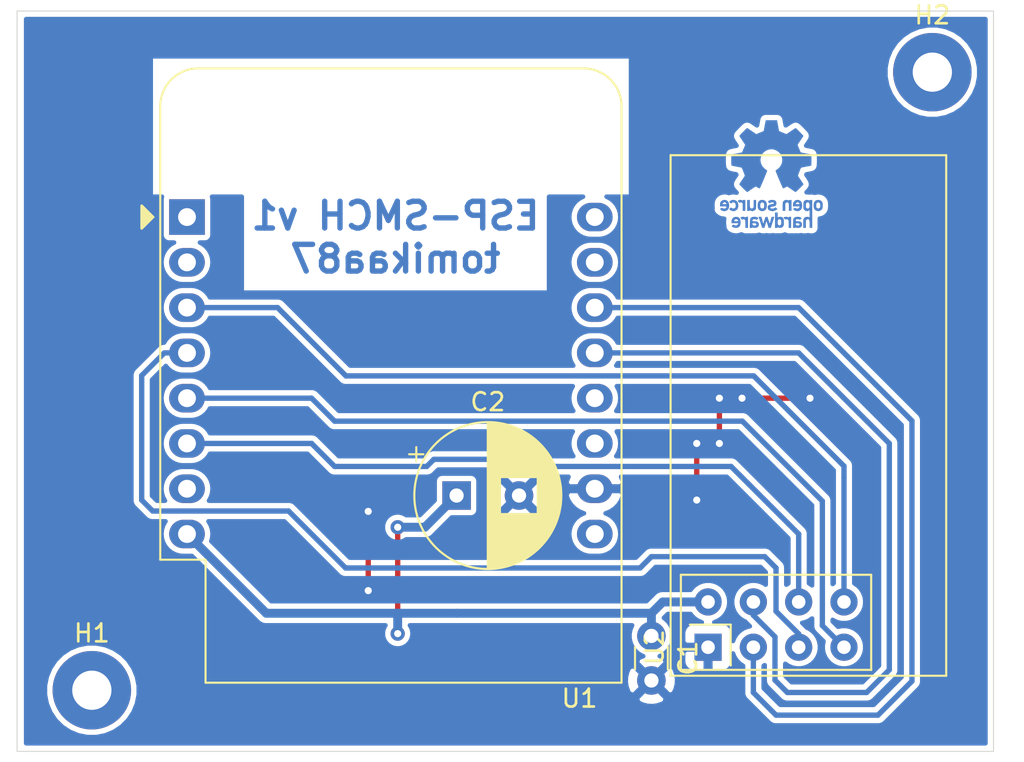
<source format=kicad_pcb>
(kicad_pcb (version 20171130) (host pcbnew "(5.1.9)-1")

  (general
    (thickness 1.6)
    (drawings 9)
    (tracks 74)
    (zones 0)
    (modules 7)
    (nets 17)
  )

  (page A4)
  (title_block
    (title ESP-SMCH)
    (date 2021-03-05)
    (rev 1)
    (company tomikaa87)
  )

  (layers
    (0 F.Cu signal)
    (31 B.Cu signal)
    (32 B.Adhes user)
    (33 F.Adhes user)
    (34 B.Paste user)
    (35 F.Paste user)
    (36 B.SilkS user)
    (37 F.SilkS user)
    (38 B.Mask user)
    (39 F.Mask user)
    (40 Dwgs.User user)
    (41 Cmts.User user)
    (42 Eco1.User user)
    (43 Eco2.User user)
    (44 Edge.Cuts user)
    (45 Margin user)
    (46 B.CrtYd user)
    (47 F.CrtYd user)
    (48 B.Fab user)
    (49 F.Fab user)
  )

  (setup
    (last_trace_width 0.3)
    (trace_clearance 0.3)
    (zone_clearance 0.3)
    (zone_45_only no)
    (trace_min 0.2)
    (via_size 0.8)
    (via_drill 0.4)
    (via_min_size 0.4)
    (via_min_drill 0.3)
    (uvia_size 0.3)
    (uvia_drill 0.1)
    (uvias_allowed no)
    (uvia_min_size 0.2)
    (uvia_min_drill 0.1)
    (edge_width 0.05)
    (segment_width 0.2)
    (pcb_text_width 0.3)
    (pcb_text_size 1.5 1.5)
    (mod_edge_width 0.12)
    (mod_text_size 1 1)
    (mod_text_width 0.15)
    (pad_size 1.524 1.524)
    (pad_drill 0.762)
    (pad_to_mask_clearance 0)
    (aux_axis_origin 0 0)
    (visible_elements FFFFFF7F)
    (pcbplotparams
      (layerselection 0x010fc_ffffffff)
      (usegerberextensions false)
      (usegerberattributes true)
      (usegerberadvancedattributes true)
      (creategerberjobfile true)
      (excludeedgelayer true)
      (linewidth 0.100000)
      (plotframeref false)
      (viasonmask false)
      (mode 1)
      (useauxorigin false)
      (hpglpennumber 1)
      (hpglpenspeed 20)
      (hpglpendiameter 15.000000)
      (psnegative false)
      (psa4output false)
      (plotreference true)
      (plotvalue true)
      (plotinvisibletext false)
      (padsonsilk false)
      (subtractmaskfromsilk false)
      (outputformat 1)
      (mirror false)
      (drillshape 1)
      (scaleselection 1)
      (outputdirectory ""))
  )

  (net 0 "")
  (net 1 "Net-(U1-Pad16)")
  (net 2 "Net-(U1-Pad15)")
  (net 3 "Net-(U1-Pad14)")
  (net 4 "Net-(U1-Pad13)")
  (net 5 "Net-(U1-Pad12)")
  (net 6 "Net-(U1-Pad11)")
  (net 7 "Net-(U1-Pad9)")
  (net 8 "Net-(U1-Pad7)")
  (net 9 "Net-(U1-Pad6)")
  (net 10 "Net-(U1-Pad5)")
  (net 11 "Net-(U1-Pad4)")
  (net 12 "Net-(U1-Pad3)")
  (net 13 "Net-(U1-Pad1)")
  (net 14 "Net-(U1-Pad2)")
  (net 15 GND)
  (net 16 +3V3)

  (net_class Default "This is the default net class."
    (clearance 0.3)
    (trace_width 0.3)
    (via_dia 0.8)
    (via_drill 0.4)
    (uvia_dia 0.3)
    (uvia_drill 0.1)
    (add_net +3V3)
    (add_net GND)
    (add_net "Net-(U1-Pad1)")
    (add_net "Net-(U1-Pad11)")
    (add_net "Net-(U1-Pad12)")
    (add_net "Net-(U1-Pad13)")
    (add_net "Net-(U1-Pad14)")
    (add_net "Net-(U1-Pad15)")
    (add_net "Net-(U1-Pad16)")
    (add_net "Net-(U1-Pad2)")
    (add_net "Net-(U1-Pad3)")
    (add_net "Net-(U1-Pad4)")
    (add_net "Net-(U1-Pad5)")
    (add_net "Net-(U1-Pad6)")
    (add_net "Net-(U1-Pad7)")
    (add_net "Net-(U1-Pad9)")
  )

  (module Symbol:OSHW-Logo_5.7x6mm_Copper (layer B.Cu) (tedit 0) (tstamp 60431593)
    (at 164.973 83.693 180)
    (descr "Open Source Hardware Logo")
    (tags "Logo OSHW")
    (path /6044CC03)
    (attr virtual)
    (fp_text reference LOGO (at 0 0) (layer B.SilkS) hide
      (effects (font (size 1 1) (thickness 0.15)) (justify mirror))
    )
    (fp_text value Logo_Open_Hardware_Small (at 0.75 0) (layer B.Fab) hide
      (effects (font (size 1 1) (thickness 0.15)) (justify mirror))
    )
    (fp_poly (pts (xy -1.908759 -1.469184) (xy -1.882247 -1.482282) (xy -1.849553 -1.505106) (xy -1.825725 -1.529996)
      (xy -1.809406 -1.561249) (xy -1.79924 -1.603166) (xy -1.793872 -1.660044) (xy -1.791944 -1.736184)
      (xy -1.791831 -1.768917) (xy -1.792161 -1.840656) (xy -1.793527 -1.891927) (xy -1.7965 -1.927404)
      (xy -1.801649 -1.951763) (xy -1.809543 -1.96968) (xy -1.817757 -1.981902) (xy -1.870187 -2.033905)
      (xy -1.93193 -2.065184) (xy -1.998536 -2.074592) (xy -2.065558 -2.06098) (xy -2.086792 -2.051354)
      (xy -2.137624 -2.024859) (xy -2.137624 -2.440052) (xy -2.100525 -2.420868) (xy -2.051643 -2.406025)
      (xy -1.991561 -2.402222) (xy -1.931564 -2.409243) (xy -1.886256 -2.425013) (xy -1.848675 -2.455047)
      (xy -1.816564 -2.498024) (xy -1.81415 -2.502436) (xy -1.803967 -2.523221) (xy -1.79653 -2.54417)
      (xy -1.791411 -2.569548) (xy -1.788181 -2.603618) (xy -1.786413 -2.650641) (xy -1.785677 -2.714882)
      (xy -1.785544 -2.787176) (xy -1.785544 -3.017822) (xy -1.923861 -3.017822) (xy -1.923861 -2.592533)
      (xy -1.962549 -2.559979) (xy -2.002738 -2.53394) (xy -2.040797 -2.529205) (xy -2.079066 -2.541389)
      (xy -2.099462 -2.55332) (xy -2.114642 -2.570313) (xy -2.125438 -2.595995) (xy -2.132683 -2.633991)
      (xy -2.137208 -2.687926) (xy -2.139844 -2.761425) (xy -2.140772 -2.810347) (xy -2.143911 -3.011535)
      (xy -2.209926 -3.015336) (xy -2.27594 -3.019136) (xy -2.27594 -1.77065) (xy -2.137624 -1.77065)
      (xy -2.134097 -1.840254) (xy -2.122215 -1.888569) (xy -2.10002 -1.918631) (xy -2.065559 -1.933471)
      (xy -2.030742 -1.936436) (xy -1.991329 -1.933028) (xy -1.965171 -1.919617) (xy -1.948814 -1.901896)
      (xy -1.935937 -1.882835) (xy -1.928272 -1.861601) (xy -1.924861 -1.831849) (xy -1.924749 -1.787236)
      (xy -1.925897 -1.74988) (xy -1.928532 -1.693604) (xy -1.932456 -1.656658) (xy -1.939063 -1.633223)
      (xy -1.949749 -1.61748) (xy -1.959833 -1.60838) (xy -2.00197 -1.588537) (xy -2.05184 -1.585332)
      (xy -2.080476 -1.592168) (xy -2.108828 -1.616464) (xy -2.127609 -1.663728) (xy -2.136712 -1.733624)
      (xy -2.137624 -1.77065) (xy -2.27594 -1.77065) (xy -2.27594 -1.458614) (xy -2.206782 -1.458614)
      (xy -2.16526 -1.460256) (xy -2.143838 -1.466087) (xy -2.137626 -1.477461) (xy -2.137624 -1.477798)
      (xy -2.134742 -1.488938) (xy -2.12203 -1.487673) (xy -2.096757 -1.475433) (xy -2.037869 -1.456707)
      (xy -1.971615 -1.454739) (xy -1.908759 -1.469184)) (layer B.Cu) (width 0.01))
    (fp_poly (pts (xy -1.38421 -2.406555) (xy -1.325055 -2.422339) (xy -1.280023 -2.450948) (xy -1.248246 -2.488419)
      (xy -1.238366 -2.504411) (xy -1.231073 -2.521163) (xy -1.225974 -2.542592) (xy -1.222679 -2.572616)
      (xy -1.220797 -2.615154) (xy -1.219937 -2.674122) (xy -1.219707 -2.75344) (xy -1.219703 -2.774484)
      (xy -1.219703 -3.017822) (xy -1.280059 -3.017822) (xy -1.318557 -3.015126) (xy -1.347023 -3.008295)
      (xy -1.354155 -3.004083) (xy -1.373652 -2.996813) (xy -1.393566 -3.004083) (xy -1.426353 -3.01316)
      (xy -1.473978 -3.016813) (xy -1.526764 -3.015228) (xy -1.575036 -3.008589) (xy -1.603218 -3.000072)
      (xy -1.657753 -2.965063) (xy -1.691835 -2.916479) (xy -1.707157 -2.851882) (xy -1.707299 -2.850223)
      (xy -1.705955 -2.821566) (xy -1.584356 -2.821566) (xy -1.573726 -2.854161) (xy -1.55641 -2.872505)
      (xy -1.521652 -2.886379) (xy -1.475773 -2.891917) (xy -1.428988 -2.889191) (xy -1.391514 -2.878274)
      (xy -1.381015 -2.871269) (xy -1.362668 -2.838904) (xy -1.35802 -2.802111) (xy -1.35802 -2.753763)
      (xy -1.427582 -2.753763) (xy -1.493667 -2.75885) (xy -1.543764 -2.773263) (xy -1.574929 -2.795729)
      (xy -1.584356 -2.821566) (xy -1.705955 -2.821566) (xy -1.703987 -2.779647) (xy -1.68071 -2.723845)
      (xy -1.636948 -2.681647) (xy -1.630899 -2.677808) (xy -1.604907 -2.665309) (xy -1.572735 -2.65774)
      (xy -1.52776 -2.654061) (xy -1.474331 -2.653216) (xy -1.35802 -2.653169) (xy -1.35802 -2.604411)
      (xy -1.362953 -2.566581) (xy -1.375543 -2.541236) (xy -1.377017 -2.539887) (xy -1.405034 -2.5288)
      (xy -1.447326 -2.524503) (xy -1.494064 -2.526615) (xy -1.535418 -2.534756) (xy -1.559957 -2.546965)
      (xy -1.573253 -2.556746) (xy -1.587294 -2.558613) (xy -1.606671 -2.5506) (xy -1.635976 -2.530739)
      (xy -1.679803 -2.497063) (xy -1.683825 -2.493909) (xy -1.681764 -2.482236) (xy -1.664568 -2.462822)
      (xy -1.638433 -2.441248) (xy -1.609552 -2.423096) (xy -1.600478 -2.418809) (xy -1.56738 -2.410256)
      (xy -1.51888 -2.404155) (xy -1.464695 -2.401708) (xy -1.462161 -2.401703) (xy -1.38421 -2.406555)) (layer B.Cu) (width 0.01))
    (fp_poly (pts (xy -0.993356 -2.40302) (xy -0.974539 -2.40866) (xy -0.968473 -2.421053) (xy -0.968218 -2.426647)
      (xy -0.967129 -2.44223) (xy -0.959632 -2.444676) (xy -0.939381 -2.433993) (xy -0.927351 -2.426694)
      (xy -0.8894 -2.411063) (xy -0.844072 -2.403334) (xy -0.796544 -2.40274) (xy -0.751995 -2.408513)
      (xy -0.715602 -2.419884) (xy -0.692543 -2.436088) (xy -0.687996 -2.456355) (xy -0.690291 -2.461843)
      (xy -0.70702 -2.484626) (xy -0.732963 -2.512647) (xy -0.737655 -2.517177) (xy -0.762383 -2.538005)
      (xy -0.783718 -2.544735) (xy -0.813555 -2.540038) (xy -0.825508 -2.536917) (xy -0.862705 -2.529421)
      (xy -0.888859 -2.532792) (xy -0.910946 -2.544681) (xy -0.931178 -2.560635) (xy -0.946079 -2.5807)
      (xy -0.956434 -2.608702) (xy -0.963029 -2.648467) (xy -0.966649 -2.703823) (xy -0.968078 -2.778594)
      (xy -0.968218 -2.82374) (xy -0.968218 -3.017822) (xy -1.09396 -3.017822) (xy -1.09396 -2.401683)
      (xy -1.031089 -2.401683) (xy -0.993356 -2.40302)) (layer B.Cu) (width 0.01))
    (fp_poly (pts (xy -0.201188 -3.017822) (xy -0.270346 -3.017822) (xy -0.310488 -3.016645) (xy -0.331394 -3.011772)
      (xy -0.338922 -3.001186) (xy -0.339505 -2.994029) (xy -0.340774 -2.979676) (xy -0.348779 -2.976923)
      (xy -0.369815 -2.985771) (xy -0.386173 -2.994029) (xy -0.448977 -3.013597) (xy -0.517248 -3.014729)
      (xy -0.572752 -3.000135) (xy -0.624438 -2.964877) (xy -0.663838 -2.912835) (xy -0.685413 -2.85145)
      (xy -0.685962 -2.848018) (xy -0.689167 -2.810571) (xy -0.690761 -2.756813) (xy -0.690633 -2.716155)
      (xy -0.553279 -2.716155) (xy -0.550097 -2.770194) (xy -0.542859 -2.814735) (xy -0.53306 -2.839888)
      (xy -0.495989 -2.87426) (xy -0.451974 -2.886582) (xy -0.406584 -2.876618) (xy -0.367797 -2.846895)
      (xy -0.353108 -2.826905) (xy -0.344519 -2.80305) (xy -0.340496 -2.76823) (xy -0.339505 -2.71593)
      (xy -0.341278 -2.664139) (xy -0.345963 -2.618634) (xy -0.352603 -2.588181) (xy -0.35371 -2.585452)
      (xy -0.380491 -2.553) (xy -0.419579 -2.535183) (xy -0.463315 -2.532306) (xy -0.504038 -2.544674)
      (xy -0.534087 -2.572593) (xy -0.537204 -2.578148) (xy -0.546961 -2.612022) (xy -0.552277 -2.660728)
      (xy -0.553279 -2.716155) (xy -0.690633 -2.716155) (xy -0.690568 -2.69554) (xy -0.689664 -2.662563)
      (xy -0.683514 -2.580981) (xy -0.670733 -2.51973) (xy -0.649471 -2.474449) (xy -0.617878 -2.440779)
      (xy -0.587207 -2.421014) (xy -0.544354 -2.40712) (xy -0.491056 -2.402354) (xy -0.43648 -2.406236)
      (xy -0.389792 -2.418282) (xy -0.365124 -2.432693) (xy -0.339505 -2.455878) (xy -0.339505 -2.162773)
      (xy -0.201188 -2.162773) (xy -0.201188 -3.017822)) (layer B.Cu) (width 0.01))
    (fp_poly (pts (xy 0.281524 -2.404237) (xy 0.331255 -2.407971) (xy 0.461291 -2.797773) (xy 0.481678 -2.728614)
      (xy 0.493946 -2.685874) (xy 0.510085 -2.628115) (xy 0.527512 -2.564625) (xy 0.536726 -2.53057)
      (xy 0.571388 -2.401683) (xy 0.714391 -2.401683) (xy 0.671646 -2.536857) (xy 0.650596 -2.603342)
      (xy 0.625167 -2.683539) (xy 0.59861 -2.767193) (xy 0.574902 -2.841782) (xy 0.520902 -3.011535)
      (xy 0.462598 -3.015328) (xy 0.404295 -3.019122) (xy 0.372679 -2.914734) (xy 0.353182 -2.849889)
      (xy 0.331904 -2.7784) (xy 0.313308 -2.715263) (xy 0.312574 -2.71275) (xy 0.298684 -2.669969)
      (xy 0.286429 -2.640779) (xy 0.277846 -2.629741) (xy 0.276082 -2.631018) (xy 0.269891 -2.64813)
      (xy 0.258128 -2.684787) (xy 0.242225 -2.736378) (xy 0.223614 -2.798294) (xy 0.213543 -2.832352)
      (xy 0.159007 -3.017822) (xy 0.043264 -3.017822) (xy -0.049263 -2.725471) (xy -0.075256 -2.643462)
      (xy -0.098934 -2.568987) (xy -0.11918 -2.505544) (xy -0.134874 -2.456632) (xy -0.144898 -2.425749)
      (xy -0.147945 -2.416726) (xy -0.145533 -2.407487) (xy -0.126592 -2.403441) (xy -0.087177 -2.403846)
      (xy -0.081007 -2.404152) (xy -0.007914 -2.407971) (xy 0.039957 -2.58401) (xy 0.057553 -2.648211)
      (xy 0.073277 -2.704649) (xy 0.085746 -2.748422) (xy 0.093574 -2.77463) (xy 0.09502 -2.778903)
      (xy 0.101014 -2.77399) (xy 0.113101 -2.748532) (xy 0.129893 -2.705997) (xy 0.150003 -2.64985)
      (xy 0.167003 -2.59913) (xy 0.231794 -2.400504) (xy 0.281524 -2.404237)) (layer B.Cu) (width 0.01))
    (fp_poly (pts (xy 1.038411 -2.405417) (xy 1.091411 -2.41829) (xy 1.106731 -2.42511) (xy 1.136428 -2.442974)
      (xy 1.15922 -2.463093) (xy 1.176083 -2.488962) (xy 1.187998 -2.524073) (xy 1.195942 -2.57192)
      (xy 1.200894 -2.635996) (xy 1.203831 -2.719794) (xy 1.204947 -2.775768) (xy 1.209052 -3.017822)
      (xy 1.138932 -3.017822) (xy 1.096393 -3.016038) (xy 1.074476 -3.009942) (xy 1.068812 -2.999706)
      (xy 1.065821 -2.988637) (xy 1.052451 -2.990754) (xy 1.034233 -2.999629) (xy 0.988624 -3.013233)
      (xy 0.930007 -3.016899) (xy 0.868354 -3.010903) (xy 0.813638 -2.995521) (xy 0.80873 -2.993386)
      (xy 0.758723 -2.958255) (xy 0.725756 -2.909419) (xy 0.710587 -2.852333) (xy 0.711746 -2.831824)
      (xy 0.835508 -2.831824) (xy 0.846413 -2.859425) (xy 0.878745 -2.879204) (xy 0.93091 -2.889819)
      (xy 0.958787 -2.891228) (xy 1.005247 -2.88762) (xy 1.036129 -2.873597) (xy 1.043664 -2.866931)
      (xy 1.064076 -2.830666) (xy 1.068812 -2.797773) (xy 1.068812 -2.753763) (xy 1.007513 -2.753763)
      (xy 0.936256 -2.757395) (xy 0.886276 -2.768818) (xy 0.854696 -2.788824) (xy 0.847626 -2.797743)
      (xy 0.835508 -2.831824) (xy 0.711746 -2.831824) (xy 0.713971 -2.792456) (xy 0.736663 -2.735244)
      (xy 0.767624 -2.69658) (xy 0.786376 -2.679864) (xy 0.804733 -2.668878) (xy 0.828619 -2.66218)
      (xy 0.863957 -2.658326) (xy 0.916669 -2.655873) (xy 0.937577 -2.655168) (xy 1.068812 -2.650879)
      (xy 1.06862 -2.611158) (xy 1.063537 -2.569405) (xy 1.045162 -2.544158) (xy 1.008039 -2.52803)
      (xy 1.007043 -2.527742) (xy 0.95441 -2.5214) (xy 0.902906 -2.529684) (xy 0.86463 -2.549827)
      (xy 0.849272 -2.559773) (xy 0.83273 -2.558397) (xy 0.807275 -2.543987) (xy 0.792328 -2.533817)
      (xy 0.763091 -2.512088) (xy 0.74498 -2.4958) (xy 0.742074 -2.491137) (xy 0.75404 -2.467005)
      (xy 0.789396 -2.438185) (xy 0.804753 -2.428461) (xy 0.848901 -2.411714) (xy 0.908398 -2.402227)
      (xy 0.974487 -2.400095) (xy 1.038411 -2.405417)) (layer B.Cu) (width 0.01))
    (fp_poly (pts (xy 1.635255 -2.401486) (xy 1.683595 -2.411015) (xy 1.711114 -2.425125) (xy 1.740064 -2.448568)
      (xy 1.698876 -2.500571) (xy 1.673482 -2.532064) (xy 1.656238 -2.547428) (xy 1.639102 -2.549776)
      (xy 1.614027 -2.542217) (xy 1.602257 -2.537941) (xy 1.55427 -2.531631) (xy 1.510324 -2.545156)
      (xy 1.47806 -2.57571) (xy 1.472819 -2.585452) (xy 1.467112 -2.611258) (xy 1.462706 -2.658817)
      (xy 1.459811 -2.724758) (xy 1.458631 -2.80571) (xy 1.458614 -2.817226) (xy 1.458614 -3.017822)
      (xy 1.320297 -3.017822) (xy 1.320297 -2.401683) (xy 1.389456 -2.401683) (xy 1.429333 -2.402725)
      (xy 1.450107 -2.407358) (xy 1.457789 -2.417849) (xy 1.458614 -2.427745) (xy 1.458614 -2.453806)
      (xy 1.491745 -2.427745) (xy 1.529735 -2.409965) (xy 1.58077 -2.401174) (xy 1.635255 -2.401486)) (layer B.Cu) (width 0.01))
    (fp_poly (pts (xy 2.032581 -2.40497) (xy 2.092685 -2.420597) (xy 2.143021 -2.452848) (xy 2.167393 -2.47694)
      (xy 2.207345 -2.533895) (xy 2.230242 -2.599965) (xy 2.238108 -2.681182) (xy 2.238148 -2.687748)
      (xy 2.238218 -2.753763) (xy 1.858264 -2.753763) (xy 1.866363 -2.788342) (xy 1.880987 -2.819659)
      (xy 1.906581 -2.852291) (xy 1.911935 -2.8575) (xy 1.957943 -2.885694) (xy 2.01041 -2.890475)
      (xy 2.070803 -2.871926) (xy 2.08104 -2.866931) (xy 2.112439 -2.851745) (xy 2.13347 -2.843094)
      (xy 2.137139 -2.842293) (xy 2.149948 -2.850063) (xy 2.174378 -2.869072) (xy 2.186779 -2.87946)
      (xy 2.212476 -2.903321) (xy 2.220915 -2.919077) (xy 2.215058 -2.933571) (xy 2.211928 -2.937534)
      (xy 2.190725 -2.954879) (xy 2.155738 -2.975959) (xy 2.131337 -2.988265) (xy 2.062072 -3.009946)
      (xy 1.985388 -3.016971) (xy 1.912765 -3.008647) (xy 1.892426 -3.002686) (xy 1.829476 -2.968952)
      (xy 1.782815 -2.917045) (xy 1.752173 -2.846459) (xy 1.737282 -2.756692) (xy 1.735647 -2.709753)
      (xy 1.740421 -2.641413) (xy 1.86099 -2.641413) (xy 1.872652 -2.646465) (xy 1.903998 -2.650429)
      (xy 1.949571 -2.652768) (xy 1.980446 -2.653169) (xy 2.035981 -2.652783) (xy 2.071033 -2.650975)
      (xy 2.090262 -2.646773) (xy 2.09833 -2.639203) (xy 2.099901 -2.628218) (xy 2.089121 -2.594381)
      (xy 2.06198 -2.56094) (xy 2.026277 -2.535272) (xy 1.99056 -2.524772) (xy 1.942048 -2.534086)
      (xy 1.900053 -2.561013) (xy 1.870936 -2.599827) (xy 1.86099 -2.641413) (xy 1.740421 -2.641413)
      (xy 1.742599 -2.610236) (xy 1.764055 -2.530949) (xy 1.80047 -2.471263) (xy 1.852297 -2.430549)
      (xy 1.91999 -2.408179) (xy 1.956662 -2.403871) (xy 2.032581 -2.40497)) (layer B.Cu) (width 0.01))
    (fp_poly (pts (xy -2.538261 -1.465148) (xy -2.472479 -1.494231) (xy -2.42254 -1.542793) (xy -2.388374 -1.610908)
      (xy -2.369907 -1.698651) (xy -2.368583 -1.712351) (xy -2.367546 -1.808939) (xy -2.380993 -1.893602)
      (xy -2.408108 -1.962221) (xy -2.422627 -1.984294) (xy -2.473201 -2.031011) (xy -2.537609 -2.061268)
      (xy -2.609666 -2.073824) (xy -2.683185 -2.067439) (xy -2.739072 -2.047772) (xy -2.787132 -2.014629)
      (xy -2.826412 -1.971175) (xy -2.827092 -1.970158) (xy -2.843044 -1.943338) (xy -2.85341 -1.916368)
      (xy -2.859688 -1.882332) (xy -2.863373 -1.83431) (xy -2.864997 -1.794931) (xy -2.865672 -1.759219)
      (xy -2.739955 -1.759219) (xy -2.738726 -1.79477) (xy -2.734266 -1.842094) (xy -2.726397 -1.872465)
      (xy -2.712207 -1.894072) (xy -2.698917 -1.906694) (xy -2.651802 -1.933122) (xy -2.602505 -1.936653)
      (xy -2.556593 -1.917639) (xy -2.533638 -1.896331) (xy -2.517096 -1.874859) (xy -2.507421 -1.854313)
      (xy -2.503174 -1.827574) (xy -2.50292 -1.787523) (xy -2.504228 -1.750638) (xy -2.507043 -1.697947)
      (xy -2.511505 -1.663772) (xy -2.519548 -1.64148) (xy -2.533103 -1.624442) (xy -2.543845 -1.614703)
      (xy -2.588777 -1.589123) (xy -2.637249 -1.587847) (xy -2.677894 -1.602999) (xy -2.712567 -1.634642)
      (xy -2.733224 -1.68662) (xy -2.739955 -1.759219) (xy -2.865672 -1.759219) (xy -2.866479 -1.716621)
      (xy -2.863948 -1.658056) (xy -2.856362 -1.614007) (xy -2.842681 -1.579248) (xy -2.821865 -1.548551)
      (xy -2.814147 -1.539436) (xy -2.765889 -1.494021) (xy -2.714128 -1.467493) (xy -2.650828 -1.456379)
      (xy -2.619961 -1.455471) (xy -2.538261 -1.465148)) (layer B.Cu) (width 0.01))
    (fp_poly (pts (xy -1.356699 -1.472614) (xy -1.344168 -1.478514) (xy -1.300799 -1.510283) (xy -1.25979 -1.556646)
      (xy -1.229168 -1.607696) (xy -1.220459 -1.631166) (xy -1.212512 -1.673091) (xy -1.207774 -1.723757)
      (xy -1.207199 -1.744679) (xy -1.207129 -1.810693) (xy -1.587083 -1.810693) (xy -1.578983 -1.845273)
      (xy -1.559104 -1.88617) (xy -1.524347 -1.921514) (xy -1.482998 -1.944282) (xy -1.456649 -1.94901)
      (xy -1.420916 -1.943273) (xy -1.378282 -1.928882) (xy -1.363799 -1.922262) (xy -1.31024 -1.895513)
      (xy -1.264533 -1.930376) (xy -1.238158 -1.953955) (xy -1.224124 -1.973417) (xy -1.223414 -1.979129)
      (xy -1.235951 -1.992973) (xy -1.263428 -2.014012) (xy -1.288366 -2.030425) (xy -1.355664 -2.05993)
      (xy -1.43111 -2.073284) (xy -1.505888 -2.069812) (xy -1.565495 -2.051663) (xy -1.626941 -2.012784)
      (xy -1.670608 -1.961595) (xy -1.697926 -1.895367) (xy -1.710322 -1.811371) (xy -1.711421 -1.772936)
      (xy -1.707022 -1.684861) (xy -1.706482 -1.682299) (xy -1.580582 -1.682299) (xy -1.577115 -1.690558)
      (xy -1.562863 -1.695113) (xy -1.53347 -1.697065) (xy -1.484575 -1.697517) (xy -1.465748 -1.697525)
      (xy -1.408467 -1.696843) (xy -1.372141 -1.694364) (xy -1.352604 -1.689443) (xy -1.34569 -1.681434)
      (xy -1.345445 -1.678862) (xy -1.353336 -1.658423) (xy -1.373085 -1.629789) (xy -1.381575 -1.619763)
      (xy -1.413094 -1.591408) (xy -1.445949 -1.580259) (xy -1.463651 -1.579327) (xy -1.511539 -1.590981)
      (xy -1.551699 -1.622285) (xy -1.577173 -1.667752) (xy -1.577625 -1.669233) (xy -1.580582 -1.682299)
      (xy -1.706482 -1.682299) (xy -1.692392 -1.61551) (xy -1.666038 -1.560025) (xy -1.633807 -1.520639)
      (xy -1.574217 -1.477931) (xy -1.504168 -1.455109) (xy -1.429661 -1.453046) (xy -1.356699 -1.472614)) (layer B.Cu) (width 0.01))
    (fp_poly (pts (xy 0.014017 -1.456452) (xy 0.061634 -1.465482) (xy 0.111034 -1.48437) (xy 0.116312 -1.486777)
      (xy 0.153774 -1.506476) (xy 0.179717 -1.524781) (xy 0.188103 -1.536508) (xy 0.180117 -1.555632)
      (xy 0.16072 -1.58385) (xy 0.15211 -1.594384) (xy 0.116628 -1.635847) (xy 0.070885 -1.608858)
      (xy 0.02735 -1.590878) (xy -0.02295 -1.581267) (xy -0.071188 -1.58066) (xy -0.108533 -1.589691)
      (xy -0.117495 -1.595327) (xy -0.134563 -1.621171) (xy -0.136637 -1.650941) (xy -0.123866 -1.674197)
      (xy -0.116312 -1.678708) (xy -0.093675 -1.684309) (xy -0.053885 -1.690892) (xy -0.004834 -1.697183)
      (xy 0.004215 -1.69817) (xy 0.082996 -1.711798) (xy 0.140136 -1.734946) (xy 0.17803 -1.769752)
      (xy 0.199079 -1.818354) (xy 0.205635 -1.877718) (xy 0.196577 -1.945198) (xy 0.167164 -1.998188)
      (xy 0.117278 -2.036783) (xy 0.0468 -2.061081) (xy -0.031435 -2.070667) (xy -0.095234 -2.070552)
      (xy -0.146984 -2.061845) (xy -0.182327 -2.049825) (xy -0.226983 -2.02888) (xy -0.268253 -2.004574)
      (xy -0.282921 -1.993876) (xy -0.320643 -1.963084) (xy -0.275148 -1.917049) (xy -0.229653 -1.871013)
      (xy -0.177928 -1.905243) (xy -0.126048 -1.930952) (xy -0.070649 -1.944399) (xy -0.017395 -1.945818)
      (xy 0.028049 -1.935443) (xy 0.060016 -1.913507) (xy 0.070338 -1.894998) (xy 0.068789 -1.865314)
      (xy 0.04314 -1.842615) (xy -0.00654 -1.82694) (xy -0.060969 -1.819695) (xy -0.144736 -1.805873)
      (xy -0.206967 -1.779796) (xy -0.248493 -1.740699) (xy -0.270147 -1.68782) (xy -0.273147 -1.625126)
      (xy -0.258329 -1.559642) (xy -0.224546 -1.510144) (xy -0.171495 -1.476408) (xy -0.098874 -1.458207)
      (xy -0.045072 -1.454639) (xy 0.014017 -1.456452)) (layer B.Cu) (width 0.01))
    (fp_poly (pts (xy 0.610762 -1.466055) (xy 0.674363 -1.500692) (xy 0.724123 -1.555372) (xy 0.747568 -1.599842)
      (xy 0.757634 -1.639121) (xy 0.764156 -1.695116) (xy 0.766951 -1.759621) (xy 0.765836 -1.824429)
      (xy 0.760626 -1.881334) (xy 0.754541 -1.911727) (xy 0.734014 -1.953306) (xy 0.698463 -1.997468)
      (xy 0.655619 -2.036087) (xy 0.613211 -2.061034) (xy 0.612177 -2.06143) (xy 0.559553 -2.072331)
      (xy 0.497188 -2.072601) (xy 0.437924 -2.062676) (xy 0.41504 -2.054722) (xy 0.356102 -2.0213)
      (xy 0.31389 -1.977511) (xy 0.286156 -1.919538) (xy 0.270651 -1.843565) (xy 0.267143 -1.803771)
      (xy 0.26759 -1.753766) (xy 0.402376 -1.753766) (xy 0.406917 -1.826732) (xy 0.419986 -1.882334)
      (xy 0.440756 -1.917861) (xy 0.455552 -1.92802) (xy 0.493464 -1.935104) (xy 0.538527 -1.933007)
      (xy 0.577487 -1.922812) (xy 0.587704 -1.917204) (xy 0.614659 -1.884538) (xy 0.632451 -1.834545)
      (xy 0.640024 -1.773705) (xy 0.636325 -1.708497) (xy 0.628057 -1.669253) (xy 0.60432 -1.623805)
      (xy 0.566849 -1.595396) (xy 0.52172 -1.585573) (xy 0.475011 -1.595887) (xy 0.439132 -1.621112)
      (xy 0.420277 -1.641925) (xy 0.409272 -1.662439) (xy 0.404026 -1.690203) (xy 0.402449 -1.732762)
      (xy 0.402376 -1.753766) (xy 0.26759 -1.753766) (xy 0.268094 -1.69758) (xy 0.285388 -1.610501)
      (xy 0.319029 -1.54253) (xy 0.369018 -1.493664) (xy 0.435356 -1.463899) (xy 0.449601 -1.460448)
      (xy 0.53521 -1.452345) (xy 0.610762 -1.466055)) (layer B.Cu) (width 0.01))
    (fp_poly (pts (xy 0.993367 -1.654342) (xy 0.994555 -1.746563) (xy 0.998897 -1.81661) (xy 1.007558 -1.867381)
      (xy 1.021704 -1.901772) (xy 1.0425 -1.922679) (xy 1.07111 -1.933) (xy 1.106535 -1.935636)
      (xy 1.143636 -1.932682) (xy 1.171818 -1.921889) (xy 1.192243 -1.90036) (xy 1.206079 -1.865199)
      (xy 1.214491 -1.81351) (xy 1.218643 -1.742394) (xy 1.219703 -1.654342) (xy 1.219703 -1.458614)
      (xy 1.35802 -1.458614) (xy 1.35802 -2.062179) (xy 1.288862 -2.062179) (xy 1.24717 -2.060489)
      (xy 1.225701 -2.054556) (xy 1.219703 -2.043293) (xy 1.216091 -2.033261) (xy 1.201714 -2.035383)
      (xy 1.172736 -2.04958) (xy 1.106319 -2.07148) (xy 1.035875 -2.069928) (xy 0.968377 -2.046147)
      (xy 0.936233 -2.027362) (xy 0.911715 -2.007022) (xy 0.893804 -1.981573) (xy 0.881479 -1.947458)
      (xy 0.873723 -1.901121) (xy 0.869516 -1.839007) (xy 0.86784 -1.757561) (xy 0.867624 -1.694578)
      (xy 0.867624 -1.458614) (xy 0.993367 -1.458614) (xy 0.993367 -1.654342)) (layer B.Cu) (width 0.01))
    (fp_poly (pts (xy 2.217226 -1.46388) (xy 2.29008 -1.49483) (xy 2.313027 -1.509895) (xy 2.342354 -1.533048)
      (xy 2.360764 -1.551253) (xy 2.363961 -1.557183) (xy 2.354935 -1.57034) (xy 2.331837 -1.592667)
      (xy 2.313344 -1.60825) (xy 2.262728 -1.648926) (xy 2.22276 -1.615295) (xy 2.191874 -1.593584)
      (xy 2.161759 -1.58609) (xy 2.127292 -1.58792) (xy 2.072561 -1.601528) (xy 2.034886 -1.629772)
      (xy 2.011991 -1.675433) (xy 2.001597 -1.741289) (xy 2.001595 -1.741331) (xy 2.002494 -1.814939)
      (xy 2.016463 -1.868946) (xy 2.044328 -1.905716) (xy 2.063325 -1.918168) (xy 2.113776 -1.933673)
      (xy 2.167663 -1.933683) (xy 2.214546 -1.918638) (xy 2.225644 -1.911287) (xy 2.253476 -1.892511)
      (xy 2.275236 -1.889434) (xy 2.298704 -1.903409) (xy 2.324649 -1.92851) (xy 2.365716 -1.97088)
      (xy 2.320121 -2.008464) (xy 2.249674 -2.050882) (xy 2.170233 -2.071785) (xy 2.087215 -2.070272)
      (xy 2.032694 -2.056411) (xy 1.96897 -2.022135) (xy 1.918005 -1.968212) (xy 1.894851 -1.930149)
      (xy 1.876099 -1.875536) (xy 1.866715 -1.806369) (xy 1.866643 -1.731407) (xy 1.875824 -1.659409)
      (xy 1.894199 -1.599137) (xy 1.897093 -1.592958) (xy 1.939952 -1.532351) (xy 1.997979 -1.488224)
      (xy 2.066591 -1.461493) (xy 2.141201 -1.453073) (xy 2.217226 -1.46388)) (layer B.Cu) (width 0.01))
    (fp_poly (pts (xy 2.677898 -1.456457) (xy 2.710096 -1.464279) (xy 2.771825 -1.492921) (xy 2.82461 -1.536667)
      (xy 2.861141 -1.589117) (xy 2.86616 -1.600893) (xy 2.873045 -1.63174) (xy 2.877864 -1.677371)
      (xy 2.879505 -1.723492) (xy 2.879505 -1.810693) (xy 2.697178 -1.810693) (xy 2.621979 -1.810978)
      (xy 2.569003 -1.812704) (xy 2.535325 -1.817181) (xy 2.51802 -1.82572) (xy 2.514163 -1.83963)
      (xy 2.520829 -1.860222) (xy 2.53277 -1.884315) (xy 2.56608 -1.924525) (xy 2.612368 -1.944558)
      (xy 2.668944 -1.943905) (xy 2.733031 -1.922101) (xy 2.788417 -1.895193) (xy 2.834375 -1.931532)
      (xy 2.880333 -1.967872) (xy 2.837096 -2.007819) (xy 2.779374 -2.045563) (xy 2.708386 -2.06832)
      (xy 2.632029 -2.074688) (xy 2.558199 -2.063268) (xy 2.546287 -2.059393) (xy 2.481399 -2.025506)
      (xy 2.43313 -1.974986) (xy 2.400465 -1.906325) (xy 2.382385 -1.818014) (xy 2.382175 -1.816121)
      (xy 2.380556 -1.719878) (xy 2.3871 -1.685542) (xy 2.514852 -1.685542) (xy 2.526584 -1.690822)
      (xy 2.558438 -1.694867) (xy 2.605397 -1.697176) (xy 2.635154 -1.697525) (xy 2.690648 -1.697306)
      (xy 2.725346 -1.695916) (xy 2.743601 -1.692251) (xy 2.749766 -1.68521) (xy 2.748195 -1.67369)
      (xy 2.746878 -1.669233) (xy 2.724382 -1.627355) (xy 2.689003 -1.593604) (xy 2.65778 -1.578773)
      (xy 2.616301 -1.579668) (xy 2.574269 -1.598164) (xy 2.539012 -1.628786) (xy 2.517854 -1.666062)
      (xy 2.514852 -1.685542) (xy 2.3871 -1.685542) (xy 2.39669 -1.635229) (xy 2.428698 -1.564191)
      (xy 2.474701 -1.508779) (xy 2.532821 -1.471009) (xy 2.60118 -1.452896) (xy 2.677898 -1.456457)) (layer B.Cu) (width 0.01))
    (fp_poly (pts (xy -0.754012 -1.469002) (xy -0.722717 -1.48395) (xy -0.692409 -1.505541) (xy -0.669318 -1.530391)
      (xy -0.6525 -1.562087) (xy -0.641006 -1.604214) (xy -0.633891 -1.660358) (xy -0.630207 -1.734106)
      (xy -0.629008 -1.829044) (xy -0.628989 -1.838985) (xy -0.628713 -2.062179) (xy -0.76703 -2.062179)
      (xy -0.76703 -1.856418) (xy -0.767128 -1.780189) (xy -0.767809 -1.724939) (xy -0.769651 -1.686501)
      (xy -0.773233 -1.660706) (xy -0.779132 -1.643384) (xy -0.787927 -1.630368) (xy -0.80018 -1.617507)
      (xy -0.843047 -1.589873) (xy -0.889843 -1.584745) (xy -0.934424 -1.602217) (xy -0.949928 -1.615221)
      (xy -0.96131 -1.627447) (xy -0.969481 -1.64054) (xy -0.974974 -1.658615) (xy -0.97832 -1.685787)
      (xy -0.980051 -1.72617) (xy -0.980697 -1.783879) (xy -0.980792 -1.854132) (xy -0.980792 -2.062179)
      (xy -1.119109 -2.062179) (xy -1.119109 -1.458614) (xy -1.04995 -1.458614) (xy -1.008428 -1.460256)
      (xy -0.987006 -1.466087) (xy -0.980795 -1.477461) (xy -0.980792 -1.477798) (xy -0.97791 -1.488938)
      (xy -0.965199 -1.487674) (xy -0.939926 -1.475434) (xy -0.882605 -1.457424) (xy -0.817037 -1.455421)
      (xy -0.754012 -1.469002)) (layer B.Cu) (width 0.01))
    (fp_poly (pts (xy 1.79946 -1.45803) (xy 1.842711 -1.471245) (xy 1.870558 -1.487941) (xy 1.879629 -1.501145)
      (xy 1.877132 -1.516797) (xy 1.860931 -1.541385) (xy 1.847232 -1.5588) (xy 1.818992 -1.590283)
      (xy 1.797775 -1.603529) (xy 1.779688 -1.602664) (xy 1.726035 -1.58901) (xy 1.68663 -1.58963)
      (xy 1.654632 -1.605104) (xy 1.64389 -1.614161) (xy 1.609505 -1.646027) (xy 1.609505 -2.062179)
      (xy 1.471188 -2.062179) (xy 1.471188 -1.458614) (xy 1.540347 -1.458614) (xy 1.581869 -1.460256)
      (xy 1.603291 -1.466087) (xy 1.609502 -1.477461) (xy 1.609505 -1.477798) (xy 1.612439 -1.489713)
      (xy 1.625704 -1.488159) (xy 1.644084 -1.479563) (xy 1.682046 -1.463568) (xy 1.712872 -1.453945)
      (xy 1.752536 -1.451478) (xy 1.79946 -1.45803)) (layer B.Cu) (width 0.01))
    (fp_poly (pts (xy 0.376964 2.709982) (xy 0.433812 2.40843) (xy 0.853338 2.235488) (xy 1.104984 2.406605)
      (xy 1.175458 2.45425) (xy 1.239163 2.49679) (xy 1.293126 2.532285) (xy 1.334373 2.55879)
      (xy 1.359934 2.574364) (xy 1.366895 2.577722) (xy 1.379435 2.569086) (xy 1.406231 2.545208)
      (xy 1.44428 2.509141) (xy 1.490579 2.463933) (xy 1.542123 2.412636) (xy 1.595909 2.358299)
      (xy 1.648935 2.303972) (xy 1.698195 2.252705) (xy 1.740687 2.207549) (xy 1.773407 2.171554)
      (xy 1.793351 2.14777) (xy 1.798119 2.13981) (xy 1.791257 2.125135) (xy 1.77202 2.092986)
      (xy 1.74243 2.046508) (xy 1.70451 1.988844) (xy 1.660282 1.92314) (xy 1.634654 1.885664)
      (xy 1.587941 1.817232) (xy 1.546432 1.75548) (xy 1.51214 1.703481) (xy 1.48708 1.664308)
      (xy 1.473264 1.641035) (xy 1.471188 1.636145) (xy 1.475895 1.622245) (xy 1.488723 1.58985)
      (xy 1.507738 1.543515) (xy 1.531003 1.487794) (xy 1.556584 1.427242) (xy 1.582545 1.366414)
      (xy 1.60695 1.309864) (xy 1.627863 1.262148) (xy 1.643349 1.227819) (xy 1.651472 1.211432)
      (xy 1.651952 1.210788) (xy 1.664707 1.207659) (xy 1.698677 1.200679) (xy 1.75034 1.190533)
      (xy 1.816176 1.177908) (xy 1.892664 1.163491) (xy 1.93729 1.155177) (xy 2.019021 1.139616)
      (xy 2.092843 1.124808) (xy 2.155021 1.111564) (xy 2.201822 1.100695) (xy 2.229509 1.093011)
      (xy 2.235074 1.090573) (xy 2.240526 1.07407) (xy 2.244924 1.0368) (xy 2.248272 0.98312)
      (xy 2.250574 0.917388) (xy 2.251832 0.843963) (xy 2.252048 0.767204) (xy 2.251227 0.691468)
      (xy 2.249371 0.621114) (xy 2.246482 0.5605) (xy 2.242565 0.513984) (xy 2.237622 0.485925)
      (xy 2.234657 0.480084) (xy 2.216934 0.473083) (xy 2.179381 0.463073) (xy 2.126964 0.451231)
      (xy 2.064652 0.438733) (xy 2.0429 0.43469) (xy 1.938024 0.41548) (xy 1.85518 0.400009)
      (xy 1.79163 0.387663) (xy 1.744637 0.377827) (xy 1.711463 0.369886) (xy 1.689371 0.363224)
      (xy 1.675624 0.357227) (xy 1.667484 0.351281) (xy 1.666345 0.350106) (xy 1.654977 0.331174)
      (xy 1.637635 0.294331) (xy 1.61605 0.244087) (xy 1.591954 0.184954) (xy 1.567079 0.121444)
      (xy 1.543157 0.058068) (xy 1.521919 -0.000662) (xy 1.505097 -0.050235) (xy 1.494422 -0.086139)
      (xy 1.491627 -0.103862) (xy 1.49186 -0.104483) (xy 1.501331 -0.11897) (xy 1.522818 -0.150844)
      (xy 1.554063 -0.196789) (xy 1.592807 -0.253485) (xy 1.636793 -0.317617) (xy 1.649319 -0.335842)
      (xy 1.693984 -0.401914) (xy 1.733288 -0.4622) (xy 1.765088 -0.513235) (xy 1.787245 -0.55156)
      (xy 1.797617 -0.573711) (xy 1.798119 -0.576432) (xy 1.789405 -0.590736) (xy 1.765325 -0.619072)
      (xy 1.728976 -0.658396) (xy 1.683453 -0.705661) (xy 1.631852 -0.757823) (xy 1.577267 -0.811835)
      (xy 1.522794 -0.864653) (xy 1.471529 -0.913231) (xy 1.426567 -0.954523) (xy 1.391004 -0.985485)
      (xy 1.367935 -1.00307) (xy 1.361554 -1.005941) (xy 1.346699 -0.999178) (xy 1.316286 -0.980939)
      (xy 1.275268 -0.954297) (xy 1.243709 -0.932852) (xy 1.186525 -0.893503) (xy 1.118806 -0.847171)
      (xy 1.05088 -0.800913) (xy 1.014361 -0.776155) (xy 0.890752 -0.692547) (xy 0.786991 -0.74865)
      (xy 0.73972 -0.773228) (xy 0.699523 -0.792331) (xy 0.672326 -0.803227) (xy 0.665402 -0.804743)
      (xy 0.657077 -0.793549) (xy 0.640654 -0.761917) (xy 0.617357 -0.712765) (xy 0.588414 -0.64901)
      (xy 0.55505 -0.573571) (xy 0.518491 -0.489364) (xy 0.479964 -0.399308) (xy 0.440694 -0.306321)
      (xy 0.401908 -0.21332) (xy 0.36483 -0.123223) (xy 0.330689 -0.038948) (xy 0.300708 0.036587)
      (xy 0.276116 0.100466) (xy 0.258136 0.149769) (xy 0.247997 0.181579) (xy 0.246366 0.192504)
      (xy 0.259291 0.206439) (xy 0.287589 0.22906) (xy 0.325346 0.255667) (xy 0.328515 0.257772)
      (xy 0.4261 0.335886) (xy 0.504786 0.427018) (xy 0.563891 0.528255) (xy 0.602732 0.636682)
      (xy 0.620628 0.749386) (xy 0.616897 0.863452) (xy 0.590857 0.975966) (xy 0.541825 1.084015)
      (xy 0.5274 1.107655) (xy 0.452369 1.203113) (xy 0.36373 1.279768) (xy 0.264549 1.33722)
      (xy 0.157895 1.375071) (xy 0.046836 1.392922) (xy -0.065561 1.390375) (xy -0.176227 1.36703)
      (xy -0.282094 1.32249) (xy -0.380095 1.256355) (xy -0.41041 1.229513) (xy -0.487562 1.145488)
      (xy -0.543782 1.057034) (xy -0.582347 0.957885) (xy -0.603826 0.859697) (xy -0.609128 0.749303)
      (xy -0.591448 0.63836) (xy -0.552581 0.530619) (xy -0.494323 0.429831) (xy -0.418469 0.339744)
      (xy -0.326817 0.264108) (xy -0.314772 0.256136) (xy -0.276611 0.230026) (xy -0.247601 0.207405)
      (xy -0.233732 0.192961) (xy -0.233531 0.192504) (xy -0.236508 0.176879) (xy -0.248311 0.141418)
      (xy -0.267714 0.089038) (xy -0.293488 0.022655) (xy -0.324409 -0.054814) (xy -0.359249 -0.14045)
      (xy -0.396783 -0.231337) (xy -0.435783 -0.324559) (xy -0.475023 -0.417197) (xy -0.513276 -0.506335)
      (xy -0.549317 -0.589055) (xy -0.581917 -0.662441) (xy -0.609852 -0.723575) (xy -0.631895 -0.769541)
      (xy -0.646818 -0.797421) (xy -0.652828 -0.804743) (xy -0.671191 -0.799041) (xy -0.705552 -0.783749)
      (xy -0.749984 -0.761599) (xy -0.774417 -0.74865) (xy -0.878178 -0.692547) (xy -1.001787 -0.776155)
      (xy -1.064886 -0.818987) (xy -1.13397 -0.866122) (xy -1.198707 -0.910503) (xy -1.231134 -0.932852)
      (xy -1.276741 -0.963477) (xy -1.31536 -0.987747) (xy -1.341952 -1.002587) (xy -1.35059 -1.005724)
      (xy -1.363161 -0.997261) (xy -1.390984 -0.973636) (xy -1.431361 -0.937302) (xy -1.481595 -0.890711)
      (xy -1.538988 -0.836317) (xy -1.575286 -0.801392) (xy -1.63879 -0.738996) (xy -1.693673 -0.683188)
      (xy -1.737714 -0.636354) (xy -1.768695 -0.600882) (xy -1.784398 -0.579161) (xy -1.785905 -0.574752)
      (xy -1.778914 -0.557985) (xy -1.759594 -0.524082) (xy -1.730091 -0.476476) (xy -1.692545 -0.418599)
      (xy -1.6491 -0.353884) (xy -1.636745 -0.335842) (xy -1.591727 -0.270267) (xy -1.55134 -0.211228)
      (xy -1.51784 -0.162042) (xy -1.493486 -0.126028) (xy -1.480536 -0.106502) (xy -1.479285 -0.104483)
      (xy -1.481156 -0.088922) (xy -1.491087 -0.054709) (xy -1.507347 -0.006355) (xy -1.528205 0.051629)
      (xy -1.551927 0.11473) (xy -1.576784 0.178437) (xy -1.601042 0.238239) (xy -1.622971 0.289624)
      (xy -1.640838 0.328081) (xy -1.652913 0.349098) (xy -1.653771 0.350106) (xy -1.661154 0.356112)
      (xy -1.673625 0.362052) (xy -1.69392 0.36854) (xy -1.724778 0.376191) (xy -1.768934 0.38562)
      (xy -1.829126 0.397441) (xy -1.908093 0.412271) (xy -2.00857 0.430723) (xy -2.030325 0.43469)
      (xy -2.094802 0.447147) (xy -2.151011 0.459334) (xy -2.193987 0.470074) (xy -2.21876 0.478191)
      (xy -2.222082 0.480084) (xy -2.227556 0.496862) (xy -2.232006 0.534355) (xy -2.235428 0.588206)
      (xy -2.237819 0.654056) (xy -2.239177 0.727547) (xy -2.239499 0.80432) (xy -2.238781 0.880017)
      (xy -2.237021 0.95028) (xy -2.234216 1.01075) (xy -2.230362 1.05707) (xy -2.225457 1.084881)
      (xy -2.2225 1.090573) (xy -2.206037 1.096314) (xy -2.168551 1.105655) (xy -2.113775 1.117785)
      (xy -2.045445 1.131893) (xy -1.967294 1.14717) (xy -1.924716 1.155177) (xy -1.843929 1.170279)
      (xy -1.771887 1.18396) (xy -1.712111 1.195533) (xy -1.668121 1.204313) (xy -1.643439 1.209613)
      (xy -1.639377 1.210788) (xy -1.632511 1.224035) (xy -1.617998 1.255943) (xy -1.597771 1.301953)
      (xy -1.573766 1.357508) (xy -1.547918 1.418047) (xy -1.52216 1.479014) (xy -1.498427 1.535849)
      (xy -1.478654 1.583994) (xy -1.464776 1.61889) (xy -1.458726 1.635979) (xy -1.458614 1.636726)
      (xy -1.465472 1.650207) (xy -1.484698 1.68123) (xy -1.514272 1.726711) (xy -1.552173 1.783568)
      (xy -1.59638 1.848717) (xy -1.622079 1.886138) (xy -1.668907 1.954753) (xy -1.710499 2.017048)
      (xy -1.744825 2.069871) (xy -1.769857 2.110073) (xy -1.783565 2.1345) (xy -1.785544 2.139976)
      (xy -1.777034 2.152722) (xy -1.753507 2.179937) (xy -1.717968 2.218572) (xy -1.673423 2.265577)
      (xy -1.622877 2.317905) (xy -1.569336 2.372505) (xy -1.515805 2.42633) (xy -1.465289 2.47633)
      (xy -1.420794 2.519457) (xy -1.385325 2.552661) (xy -1.361887 2.572894) (xy -1.354046 2.577722)
      (xy -1.34128 2.570933) (xy -1.310744 2.551858) (xy -1.26541 2.522439) (xy -1.208244 2.484619)
      (xy -1.142216 2.440339) (xy -1.09241 2.406605) (xy -0.840764 2.235488) (xy -0.631001 2.321959)
      (xy -0.421237 2.40843) (xy -0.364389 2.709982) (xy -0.30754 3.011534) (xy 0.320115 3.011534)
      (xy 0.376964 2.709982)) (layer B.Cu) (width 0.01))
  )

  (module MountingHole:MountingHole_2.2mm_M2_Pad (layer F.Cu) (tedit 56D1B4CB) (tstamp 6042E384)
    (at 173.99 77.978)
    (descr "Mounting Hole 2.2mm, M2")
    (tags "mounting hole 2.2mm m2")
    (path /60443B8E)
    (attr virtual)
    (fp_text reference H2 (at 0 -3.2) (layer F.SilkS)
      (effects (font (size 1 1) (thickness 0.15)))
    )
    (fp_text value MountingHole (at 0 3.2) (layer F.Fab)
      (effects (font (size 1 1) (thickness 0.15)))
    )
    (fp_text user %R (at 0.3 0) (layer F.Fab)
      (effects (font (size 1 1) (thickness 0.15)))
    )
    (fp_circle (center 0 0) (end 2.2 0) (layer Cmts.User) (width 0.15))
    (fp_circle (center 0 0) (end 2.45 0) (layer F.CrtYd) (width 0.05))
    (pad 1 thru_hole circle (at 0 0) (size 4.4 4.4) (drill 2.2) (layers *.Cu *.Mask))
  )

  (module MountingHole:MountingHole_2.2mm_M2_Pad (layer F.Cu) (tedit 56D1B4CB) (tstamp 6042E37A)
    (at 126.873 112.649)
    (descr "Mounting Hole 2.2mm, M2")
    (tags "mounting hole 2.2mm m2")
    (path /60443274)
    (attr virtual)
    (fp_text reference H1 (at 0 -3.2) (layer F.SilkS)
      (effects (font (size 1 1) (thickness 0.15)))
    )
    (fp_text value MountingHole (at 0 3.2) (layer F.Fab)
      (effects (font (size 1 1) (thickness 0.15)))
    )
    (fp_text user %R (at 0.3 0) (layer F.Fab)
      (effects (font (size 1 1) (thickness 0.15)))
    )
    (fp_circle (center 0 0) (end 2.2 0) (layer Cmts.User) (width 0.15))
    (fp_circle (center 0 0) (end 2.45 0) (layer F.CrtYd) (width 0.05))
    (pad 1 thru_hole circle (at 0 0) (size 4.4 4.4) (drill 2.2) (layers *.Cu *.Mask))
  )

  (module Module:WEMOS_D1_mini_light (layer F.Cu) (tedit 5BBFB1CE) (tstamp 6042B678)
    (at 132.207 86.106)
    (descr "16-pin module, column spacing 22.86 mm (900 mils), https://wiki.wemos.cc/products:d1:d1_mini, https://c1.staticflickr.com/1/734/31400410271_f278b087db_z.jpg")
    (tags "ESP8266 WiFi microcontroller")
    (path /6042486B)
    (fp_text reference U1 (at 22 27) (layer F.SilkS)
      (effects (font (size 1 1) (thickness 0.15)))
    )
    (fp_text value WeMos_D1_mini (at 11.7 0) (layer F.Fab)
      (effects (font (size 1 1) (thickness 0.15)))
    )
    (fp_text user "No copper" (at 11.43 -3.81) (layer Cmts.User)
      (effects (font (size 1 1) (thickness 0.15)))
    )
    (fp_text user "KEEP OUT" (at 11.43 -6.35) (layer Cmts.User)
      (effects (font (size 1 1) (thickness 0.15)))
    )
    (fp_arc (start 22.23 -6.21) (end 24.36 -6.21) (angle -90) (layer F.SilkS) (width 0.12))
    (fp_arc (start 0.63 -6.21) (end 0.63 -8.34) (angle -90) (layer F.SilkS) (width 0.12))
    (fp_arc (start 22.23 -6.21) (end 24.23 -6.19) (angle -90) (layer F.Fab) (width 0.1))
    (fp_arc (start 0.63 -6.21) (end 0.63 -8.21) (angle -90) (layer F.Fab) (width 0.1))
    (fp_text user %R (at 11.43 10) (layer F.Fab)
      (effects (font (size 1 1) (thickness 0.15)))
    )
    (fp_line (start 1.04 26.12) (end 24.36 26.12) (layer F.SilkS) (width 0.12))
    (fp_line (start -1.5 19.22) (end -1.5 -6.21) (layer F.SilkS) (width 0.12))
    (fp_line (start 24.36 26.12) (end 24.36 -6.21) (layer F.SilkS) (width 0.12))
    (fp_line (start 22.24 -8.34) (end 0.63 -8.34) (layer F.SilkS) (width 0.12))
    (fp_line (start 1.17 25.99) (end 24.23 25.99) (layer F.Fab) (width 0.1))
    (fp_line (start 24.23 25.99) (end 24.23 -6.21) (layer F.Fab) (width 0.1))
    (fp_line (start 22.23 -8.21) (end 0.63 -8.21) (layer F.Fab) (width 0.1))
    (fp_line (start -1.37 1) (end -1.37 19.09) (layer F.Fab) (width 0.1))
    (fp_line (start -1.62 -8.46) (end 24.48 -8.46) (layer F.CrtYd) (width 0.05))
    (fp_line (start 24.48 -8.41) (end 24.48 26.24) (layer F.CrtYd) (width 0.05))
    (fp_line (start 24.48 26.24) (end -1.62 26.24) (layer F.CrtYd) (width 0.05))
    (fp_line (start -1.62 26.24) (end -1.62 -8.46) (layer F.CrtYd) (width 0.05))
    (fp_poly (pts (xy -2.54 -0.635) (xy -2.54 0.635) (xy -1.905 0)) (layer F.SilkS) (width 0.15))
    (fp_line (start -1.35 -1.4) (end 24.25 -1.4) (layer Dwgs.User) (width 0.1))
    (fp_line (start 24.25 -1.4) (end 24.25 -8.2) (layer Dwgs.User) (width 0.1))
    (fp_line (start 24.25 -8.2) (end -1.35 -8.2) (layer Dwgs.User) (width 0.1))
    (fp_line (start -1.35 -8.2) (end -1.35 -1.4) (layer Dwgs.User) (width 0.1))
    (fp_line (start -1.35 -1.4) (end 5.45 -8.2) (layer Dwgs.User) (width 0.1))
    (fp_line (start 0.65 -1.4) (end 7.45 -8.2) (layer Dwgs.User) (width 0.1))
    (fp_line (start 2.65 -1.4) (end 9.45 -8.2) (layer Dwgs.User) (width 0.1))
    (fp_line (start 4.65 -1.4) (end 11.45 -8.2) (layer Dwgs.User) (width 0.1))
    (fp_line (start 6.65 -1.4) (end 13.45 -8.2) (layer Dwgs.User) (width 0.1))
    (fp_line (start 8.65 -1.4) (end 15.45 -8.2) (layer Dwgs.User) (width 0.1))
    (fp_line (start 10.65 -1.4) (end 17.45 -8.2) (layer Dwgs.User) (width 0.1))
    (fp_line (start 12.65 -1.4) (end 19.45 -8.2) (layer Dwgs.User) (width 0.1))
    (fp_line (start 14.65 -1.4) (end 21.45 -8.2) (layer Dwgs.User) (width 0.1))
    (fp_line (start 16.65 -1.4) (end 23.45 -8.2) (layer Dwgs.User) (width 0.1))
    (fp_line (start 18.65 -1.4) (end 24.25 -7) (layer Dwgs.User) (width 0.1))
    (fp_line (start 20.65 -1.4) (end 24.25 -5) (layer Dwgs.User) (width 0.1))
    (fp_line (start 22.65 -1.4) (end 24.25 -3) (layer Dwgs.User) (width 0.1))
    (fp_line (start -1.35 -3.4) (end 3.45 -8.2) (layer Dwgs.User) (width 0.1))
    (fp_line (start -1.3 -5.45) (end 1.45 -8.2) (layer Dwgs.User) (width 0.1))
    (fp_line (start -1.35 -7.4) (end -0.55 -8.2) (layer Dwgs.User) (width 0.1))
    (fp_line (start -1.37 19.09) (end 1.17 19.09) (layer F.Fab) (width 0.1))
    (fp_line (start 1.17 19.09) (end 1.17 25.99) (layer F.Fab) (width 0.1))
    (fp_line (start -1.37 -6.21) (end -1.37 -1) (layer F.Fab) (width 0.1))
    (fp_line (start -1.37 1) (end -0.37 0) (layer F.Fab) (width 0.1))
    (fp_line (start -0.37 0) (end -1.37 -1) (layer F.Fab) (width 0.1))
    (fp_line (start -1.5 19.22) (end 1.04 19.22) (layer F.SilkS) (width 0.12))
    (fp_line (start 1.04 19.22) (end 1.04 26.12) (layer F.SilkS) (width 0.12))
    (pad 16 thru_hole oval (at 22.86 0) (size 2 1.6) (drill 1) (layers *.Cu *.Mask)
      (net 1 "Net-(U1-Pad16)"))
    (pad 15 thru_hole oval (at 22.86 2.54) (size 2 1.6) (drill 1) (layers *.Cu *.Mask)
      (net 2 "Net-(U1-Pad15)"))
    (pad 14 thru_hole oval (at 22.86 5.08) (size 2 1.6) (drill 1) (layers *.Cu *.Mask)
      (net 3 "Net-(U1-Pad14)"))
    (pad 13 thru_hole oval (at 22.86 7.62) (size 2 1.6) (drill 1) (layers *.Cu *.Mask)
      (net 4 "Net-(U1-Pad13)"))
    (pad 12 thru_hole oval (at 22.86 10.16) (size 2 1.6) (drill 1) (layers *.Cu *.Mask)
      (net 5 "Net-(U1-Pad12)"))
    (pad 11 thru_hole oval (at 22.86 12.7) (size 2 1.6) (drill 1) (layers *.Cu *.Mask)
      (net 6 "Net-(U1-Pad11)"))
    (pad 10 thru_hole oval (at 22.86 15.24) (size 2 1.6) (drill 1) (layers *.Cu *.Mask)
      (net 15 GND))
    (pad 9 thru_hole oval (at 22.86 17.78) (size 2 1.6) (drill 1) (layers *.Cu *.Mask)
      (net 7 "Net-(U1-Pad9)"))
    (pad 8 thru_hole oval (at 0 17.78) (size 2 1.6) (drill 1) (layers *.Cu *.Mask)
      (net 16 +3V3))
    (pad 7 thru_hole oval (at 0 15.24) (size 2 1.6) (drill 1) (layers *.Cu *.Mask)
      (net 8 "Net-(U1-Pad7)"))
    (pad 6 thru_hole oval (at 0 12.7) (size 2 1.6) (drill 1) (layers *.Cu *.Mask)
      (net 9 "Net-(U1-Pad6)"))
    (pad 5 thru_hole oval (at 0 10.16) (size 2 1.6) (drill 1) (layers *.Cu *.Mask)
      (net 10 "Net-(U1-Pad5)"))
    (pad 4 thru_hole oval (at 0 7.62) (size 2 1.6) (drill 1) (layers *.Cu *.Mask)
      (net 11 "Net-(U1-Pad4)"))
    (pad 3 thru_hole oval (at 0 5.08) (size 2 1.6) (drill 1) (layers *.Cu *.Mask)
      (net 12 "Net-(U1-Pad3)"))
    (pad 1 thru_hole rect (at 0 0) (size 2 2) (drill 1) (layers *.Cu *.Mask)
      (net 13 "Net-(U1-Pad1)"))
    (pad 2 thru_hole oval (at 0 2.54) (size 2 1.6) (drill 1) (layers *.Cu *.Mask)
      (net 14 "Net-(U1-Pad2)"))
    (model ${KISYS3DMOD}/Module.3dshapes/WEMOS_D1_mini_light.wrl
      (at (xyz 0 0 0))
      (scale (xyz 1 1 1))
      (rotate (xyz 0 0 0))
    )
    (model ${KISYS3DMOD}/Connector_PinHeader_2.54mm.3dshapes/PinHeader_1x08_P2.54mm_Vertical.wrl
      (offset (xyz 0 0 9.5))
      (scale (xyz 1 1 1))
      (rotate (xyz 0 -180 0))
    )
    (model ${KISYS3DMOD}/Connector_PinHeader_2.54mm.3dshapes/PinHeader_1x08_P2.54mm_Vertical.wrl
      (offset (xyz 22.86 0 9.5))
      (scale (xyz 1 1 1))
      (rotate (xyz 0 -180 0))
    )
    (model ${KISYS3DMOD}/Connector_PinSocket_2.54mm.3dshapes/PinSocket_1x08_P2.54mm_Vertical.wrl
      (at (xyz 0 0 0))
      (scale (xyz 1 1 1))
      (rotate (xyz 0 0 0))
    )
    (model ${KISYS3DMOD}/Connector_PinSocket_2.54mm.3dshapes/PinSocket_1x08_P2.54mm_Vertical.wrl
      (offset (xyz 22.86 0 0))
      (scale (xyz 1 1 1))
      (rotate (xyz 0 0 0))
    )
  )

  (module Capacitor_THT:CP_Radial_D8.0mm_P3.50mm (layer F.Cu) (tedit 5AE50EF0) (tstamp 6042D4A2)
    (at 147.32 101.727)
    (descr "CP, Radial series, Radial, pin pitch=3.50mm, , diameter=8mm, Electrolytic Capacitor")
    (tags "CP Radial series Radial pin pitch 3.50mm  diameter 8mm Electrolytic Capacitor")
    (path /6042D4EC)
    (fp_text reference C2 (at 1.75 -5.25) (layer F.SilkS)
      (effects (font (size 1 1) (thickness 0.15)))
    )
    (fp_text value 1000u (at 1.75 5.25) (layer F.Fab)
      (effects (font (size 1 1) (thickness 0.15)))
    )
    (fp_text user %R (at 1.75 0) (layer F.Fab)
      (effects (font (size 1 1) (thickness 0.15)))
    )
    (fp_circle (center 1.75 0) (end 5.75 0) (layer F.Fab) (width 0.1))
    (fp_circle (center 1.75 0) (end 5.87 0) (layer F.SilkS) (width 0.12))
    (fp_circle (center 1.75 0) (end 6 0) (layer F.CrtYd) (width 0.05))
    (fp_line (start -1.676759 -1.7475) (end -0.876759 -1.7475) (layer F.Fab) (width 0.1))
    (fp_line (start -1.276759 -2.1475) (end -1.276759 -1.3475) (layer F.Fab) (width 0.1))
    (fp_line (start 1.75 -4.08) (end 1.75 4.08) (layer F.SilkS) (width 0.12))
    (fp_line (start 1.79 -4.08) (end 1.79 4.08) (layer F.SilkS) (width 0.12))
    (fp_line (start 1.83 -4.08) (end 1.83 4.08) (layer F.SilkS) (width 0.12))
    (fp_line (start 1.87 -4.079) (end 1.87 4.079) (layer F.SilkS) (width 0.12))
    (fp_line (start 1.91 -4.077) (end 1.91 4.077) (layer F.SilkS) (width 0.12))
    (fp_line (start 1.95 -4.076) (end 1.95 4.076) (layer F.SilkS) (width 0.12))
    (fp_line (start 1.99 -4.074) (end 1.99 4.074) (layer F.SilkS) (width 0.12))
    (fp_line (start 2.03 -4.071) (end 2.03 4.071) (layer F.SilkS) (width 0.12))
    (fp_line (start 2.07 -4.068) (end 2.07 4.068) (layer F.SilkS) (width 0.12))
    (fp_line (start 2.11 -4.065) (end 2.11 4.065) (layer F.SilkS) (width 0.12))
    (fp_line (start 2.15 -4.061) (end 2.15 4.061) (layer F.SilkS) (width 0.12))
    (fp_line (start 2.19 -4.057) (end 2.19 4.057) (layer F.SilkS) (width 0.12))
    (fp_line (start 2.23 -4.052) (end 2.23 4.052) (layer F.SilkS) (width 0.12))
    (fp_line (start 2.27 -4.048) (end 2.27 4.048) (layer F.SilkS) (width 0.12))
    (fp_line (start 2.31 -4.042) (end 2.31 4.042) (layer F.SilkS) (width 0.12))
    (fp_line (start 2.35 -4.037) (end 2.35 4.037) (layer F.SilkS) (width 0.12))
    (fp_line (start 2.39 -4.03) (end 2.39 4.03) (layer F.SilkS) (width 0.12))
    (fp_line (start 2.43 -4.024) (end 2.43 4.024) (layer F.SilkS) (width 0.12))
    (fp_line (start 2.471 -4.017) (end 2.471 -1.04) (layer F.SilkS) (width 0.12))
    (fp_line (start 2.471 1.04) (end 2.471 4.017) (layer F.SilkS) (width 0.12))
    (fp_line (start 2.511 -4.01) (end 2.511 -1.04) (layer F.SilkS) (width 0.12))
    (fp_line (start 2.511 1.04) (end 2.511 4.01) (layer F.SilkS) (width 0.12))
    (fp_line (start 2.551 -4.002) (end 2.551 -1.04) (layer F.SilkS) (width 0.12))
    (fp_line (start 2.551 1.04) (end 2.551 4.002) (layer F.SilkS) (width 0.12))
    (fp_line (start 2.591 -3.994) (end 2.591 -1.04) (layer F.SilkS) (width 0.12))
    (fp_line (start 2.591 1.04) (end 2.591 3.994) (layer F.SilkS) (width 0.12))
    (fp_line (start 2.631 -3.985) (end 2.631 -1.04) (layer F.SilkS) (width 0.12))
    (fp_line (start 2.631 1.04) (end 2.631 3.985) (layer F.SilkS) (width 0.12))
    (fp_line (start 2.671 -3.976) (end 2.671 -1.04) (layer F.SilkS) (width 0.12))
    (fp_line (start 2.671 1.04) (end 2.671 3.976) (layer F.SilkS) (width 0.12))
    (fp_line (start 2.711 -3.967) (end 2.711 -1.04) (layer F.SilkS) (width 0.12))
    (fp_line (start 2.711 1.04) (end 2.711 3.967) (layer F.SilkS) (width 0.12))
    (fp_line (start 2.751 -3.957) (end 2.751 -1.04) (layer F.SilkS) (width 0.12))
    (fp_line (start 2.751 1.04) (end 2.751 3.957) (layer F.SilkS) (width 0.12))
    (fp_line (start 2.791 -3.947) (end 2.791 -1.04) (layer F.SilkS) (width 0.12))
    (fp_line (start 2.791 1.04) (end 2.791 3.947) (layer F.SilkS) (width 0.12))
    (fp_line (start 2.831 -3.936) (end 2.831 -1.04) (layer F.SilkS) (width 0.12))
    (fp_line (start 2.831 1.04) (end 2.831 3.936) (layer F.SilkS) (width 0.12))
    (fp_line (start 2.871 -3.925) (end 2.871 -1.04) (layer F.SilkS) (width 0.12))
    (fp_line (start 2.871 1.04) (end 2.871 3.925) (layer F.SilkS) (width 0.12))
    (fp_line (start 2.911 -3.914) (end 2.911 -1.04) (layer F.SilkS) (width 0.12))
    (fp_line (start 2.911 1.04) (end 2.911 3.914) (layer F.SilkS) (width 0.12))
    (fp_line (start 2.951 -3.902) (end 2.951 -1.04) (layer F.SilkS) (width 0.12))
    (fp_line (start 2.951 1.04) (end 2.951 3.902) (layer F.SilkS) (width 0.12))
    (fp_line (start 2.991 -3.889) (end 2.991 -1.04) (layer F.SilkS) (width 0.12))
    (fp_line (start 2.991 1.04) (end 2.991 3.889) (layer F.SilkS) (width 0.12))
    (fp_line (start 3.031 -3.877) (end 3.031 -1.04) (layer F.SilkS) (width 0.12))
    (fp_line (start 3.031 1.04) (end 3.031 3.877) (layer F.SilkS) (width 0.12))
    (fp_line (start 3.071 -3.863) (end 3.071 -1.04) (layer F.SilkS) (width 0.12))
    (fp_line (start 3.071 1.04) (end 3.071 3.863) (layer F.SilkS) (width 0.12))
    (fp_line (start 3.111 -3.85) (end 3.111 -1.04) (layer F.SilkS) (width 0.12))
    (fp_line (start 3.111 1.04) (end 3.111 3.85) (layer F.SilkS) (width 0.12))
    (fp_line (start 3.151 -3.835) (end 3.151 -1.04) (layer F.SilkS) (width 0.12))
    (fp_line (start 3.151 1.04) (end 3.151 3.835) (layer F.SilkS) (width 0.12))
    (fp_line (start 3.191 -3.821) (end 3.191 -1.04) (layer F.SilkS) (width 0.12))
    (fp_line (start 3.191 1.04) (end 3.191 3.821) (layer F.SilkS) (width 0.12))
    (fp_line (start 3.231 -3.805) (end 3.231 -1.04) (layer F.SilkS) (width 0.12))
    (fp_line (start 3.231 1.04) (end 3.231 3.805) (layer F.SilkS) (width 0.12))
    (fp_line (start 3.271 -3.79) (end 3.271 -1.04) (layer F.SilkS) (width 0.12))
    (fp_line (start 3.271 1.04) (end 3.271 3.79) (layer F.SilkS) (width 0.12))
    (fp_line (start 3.311 -3.774) (end 3.311 -1.04) (layer F.SilkS) (width 0.12))
    (fp_line (start 3.311 1.04) (end 3.311 3.774) (layer F.SilkS) (width 0.12))
    (fp_line (start 3.351 -3.757) (end 3.351 -1.04) (layer F.SilkS) (width 0.12))
    (fp_line (start 3.351 1.04) (end 3.351 3.757) (layer F.SilkS) (width 0.12))
    (fp_line (start 3.391 -3.74) (end 3.391 -1.04) (layer F.SilkS) (width 0.12))
    (fp_line (start 3.391 1.04) (end 3.391 3.74) (layer F.SilkS) (width 0.12))
    (fp_line (start 3.431 -3.722) (end 3.431 -1.04) (layer F.SilkS) (width 0.12))
    (fp_line (start 3.431 1.04) (end 3.431 3.722) (layer F.SilkS) (width 0.12))
    (fp_line (start 3.471 -3.704) (end 3.471 -1.04) (layer F.SilkS) (width 0.12))
    (fp_line (start 3.471 1.04) (end 3.471 3.704) (layer F.SilkS) (width 0.12))
    (fp_line (start 3.511 -3.686) (end 3.511 -1.04) (layer F.SilkS) (width 0.12))
    (fp_line (start 3.511 1.04) (end 3.511 3.686) (layer F.SilkS) (width 0.12))
    (fp_line (start 3.551 -3.666) (end 3.551 -1.04) (layer F.SilkS) (width 0.12))
    (fp_line (start 3.551 1.04) (end 3.551 3.666) (layer F.SilkS) (width 0.12))
    (fp_line (start 3.591 -3.647) (end 3.591 -1.04) (layer F.SilkS) (width 0.12))
    (fp_line (start 3.591 1.04) (end 3.591 3.647) (layer F.SilkS) (width 0.12))
    (fp_line (start 3.631 -3.627) (end 3.631 -1.04) (layer F.SilkS) (width 0.12))
    (fp_line (start 3.631 1.04) (end 3.631 3.627) (layer F.SilkS) (width 0.12))
    (fp_line (start 3.671 -3.606) (end 3.671 -1.04) (layer F.SilkS) (width 0.12))
    (fp_line (start 3.671 1.04) (end 3.671 3.606) (layer F.SilkS) (width 0.12))
    (fp_line (start 3.711 -3.584) (end 3.711 -1.04) (layer F.SilkS) (width 0.12))
    (fp_line (start 3.711 1.04) (end 3.711 3.584) (layer F.SilkS) (width 0.12))
    (fp_line (start 3.751 -3.562) (end 3.751 -1.04) (layer F.SilkS) (width 0.12))
    (fp_line (start 3.751 1.04) (end 3.751 3.562) (layer F.SilkS) (width 0.12))
    (fp_line (start 3.791 -3.54) (end 3.791 -1.04) (layer F.SilkS) (width 0.12))
    (fp_line (start 3.791 1.04) (end 3.791 3.54) (layer F.SilkS) (width 0.12))
    (fp_line (start 3.831 -3.517) (end 3.831 -1.04) (layer F.SilkS) (width 0.12))
    (fp_line (start 3.831 1.04) (end 3.831 3.517) (layer F.SilkS) (width 0.12))
    (fp_line (start 3.871 -3.493) (end 3.871 -1.04) (layer F.SilkS) (width 0.12))
    (fp_line (start 3.871 1.04) (end 3.871 3.493) (layer F.SilkS) (width 0.12))
    (fp_line (start 3.911 -3.469) (end 3.911 -1.04) (layer F.SilkS) (width 0.12))
    (fp_line (start 3.911 1.04) (end 3.911 3.469) (layer F.SilkS) (width 0.12))
    (fp_line (start 3.951 -3.444) (end 3.951 -1.04) (layer F.SilkS) (width 0.12))
    (fp_line (start 3.951 1.04) (end 3.951 3.444) (layer F.SilkS) (width 0.12))
    (fp_line (start 3.991 -3.418) (end 3.991 -1.04) (layer F.SilkS) (width 0.12))
    (fp_line (start 3.991 1.04) (end 3.991 3.418) (layer F.SilkS) (width 0.12))
    (fp_line (start 4.031 -3.392) (end 4.031 -1.04) (layer F.SilkS) (width 0.12))
    (fp_line (start 4.031 1.04) (end 4.031 3.392) (layer F.SilkS) (width 0.12))
    (fp_line (start 4.071 -3.365) (end 4.071 -1.04) (layer F.SilkS) (width 0.12))
    (fp_line (start 4.071 1.04) (end 4.071 3.365) (layer F.SilkS) (width 0.12))
    (fp_line (start 4.111 -3.338) (end 4.111 -1.04) (layer F.SilkS) (width 0.12))
    (fp_line (start 4.111 1.04) (end 4.111 3.338) (layer F.SilkS) (width 0.12))
    (fp_line (start 4.151 -3.309) (end 4.151 -1.04) (layer F.SilkS) (width 0.12))
    (fp_line (start 4.151 1.04) (end 4.151 3.309) (layer F.SilkS) (width 0.12))
    (fp_line (start 4.191 -3.28) (end 4.191 -1.04) (layer F.SilkS) (width 0.12))
    (fp_line (start 4.191 1.04) (end 4.191 3.28) (layer F.SilkS) (width 0.12))
    (fp_line (start 4.231 -3.25) (end 4.231 -1.04) (layer F.SilkS) (width 0.12))
    (fp_line (start 4.231 1.04) (end 4.231 3.25) (layer F.SilkS) (width 0.12))
    (fp_line (start 4.271 -3.22) (end 4.271 -1.04) (layer F.SilkS) (width 0.12))
    (fp_line (start 4.271 1.04) (end 4.271 3.22) (layer F.SilkS) (width 0.12))
    (fp_line (start 4.311 -3.189) (end 4.311 -1.04) (layer F.SilkS) (width 0.12))
    (fp_line (start 4.311 1.04) (end 4.311 3.189) (layer F.SilkS) (width 0.12))
    (fp_line (start 4.351 -3.156) (end 4.351 -1.04) (layer F.SilkS) (width 0.12))
    (fp_line (start 4.351 1.04) (end 4.351 3.156) (layer F.SilkS) (width 0.12))
    (fp_line (start 4.391 -3.124) (end 4.391 -1.04) (layer F.SilkS) (width 0.12))
    (fp_line (start 4.391 1.04) (end 4.391 3.124) (layer F.SilkS) (width 0.12))
    (fp_line (start 4.431 -3.09) (end 4.431 -1.04) (layer F.SilkS) (width 0.12))
    (fp_line (start 4.431 1.04) (end 4.431 3.09) (layer F.SilkS) (width 0.12))
    (fp_line (start 4.471 -3.055) (end 4.471 -1.04) (layer F.SilkS) (width 0.12))
    (fp_line (start 4.471 1.04) (end 4.471 3.055) (layer F.SilkS) (width 0.12))
    (fp_line (start 4.511 -3.019) (end 4.511 -1.04) (layer F.SilkS) (width 0.12))
    (fp_line (start 4.511 1.04) (end 4.511 3.019) (layer F.SilkS) (width 0.12))
    (fp_line (start 4.551 -2.983) (end 4.551 2.983) (layer F.SilkS) (width 0.12))
    (fp_line (start 4.591 -2.945) (end 4.591 2.945) (layer F.SilkS) (width 0.12))
    (fp_line (start 4.631 -2.907) (end 4.631 2.907) (layer F.SilkS) (width 0.12))
    (fp_line (start 4.671 -2.867) (end 4.671 2.867) (layer F.SilkS) (width 0.12))
    (fp_line (start 4.711 -2.826) (end 4.711 2.826) (layer F.SilkS) (width 0.12))
    (fp_line (start 4.751 -2.784) (end 4.751 2.784) (layer F.SilkS) (width 0.12))
    (fp_line (start 4.791 -2.741) (end 4.791 2.741) (layer F.SilkS) (width 0.12))
    (fp_line (start 4.831 -2.697) (end 4.831 2.697) (layer F.SilkS) (width 0.12))
    (fp_line (start 4.871 -2.651) (end 4.871 2.651) (layer F.SilkS) (width 0.12))
    (fp_line (start 4.911 -2.604) (end 4.911 2.604) (layer F.SilkS) (width 0.12))
    (fp_line (start 4.951 -2.556) (end 4.951 2.556) (layer F.SilkS) (width 0.12))
    (fp_line (start 4.991 -2.505) (end 4.991 2.505) (layer F.SilkS) (width 0.12))
    (fp_line (start 5.031 -2.454) (end 5.031 2.454) (layer F.SilkS) (width 0.12))
    (fp_line (start 5.071 -2.4) (end 5.071 2.4) (layer F.SilkS) (width 0.12))
    (fp_line (start 5.111 -2.345) (end 5.111 2.345) (layer F.SilkS) (width 0.12))
    (fp_line (start 5.151 -2.287) (end 5.151 2.287) (layer F.SilkS) (width 0.12))
    (fp_line (start 5.191 -2.228) (end 5.191 2.228) (layer F.SilkS) (width 0.12))
    (fp_line (start 5.231 -2.166) (end 5.231 2.166) (layer F.SilkS) (width 0.12))
    (fp_line (start 5.271 -2.102) (end 5.271 2.102) (layer F.SilkS) (width 0.12))
    (fp_line (start 5.311 -2.034) (end 5.311 2.034) (layer F.SilkS) (width 0.12))
    (fp_line (start 5.351 -1.964) (end 5.351 1.964) (layer F.SilkS) (width 0.12))
    (fp_line (start 5.391 -1.89) (end 5.391 1.89) (layer F.SilkS) (width 0.12))
    (fp_line (start 5.431 -1.813) (end 5.431 1.813) (layer F.SilkS) (width 0.12))
    (fp_line (start 5.471 -1.731) (end 5.471 1.731) (layer F.SilkS) (width 0.12))
    (fp_line (start 5.511 -1.645) (end 5.511 1.645) (layer F.SilkS) (width 0.12))
    (fp_line (start 5.551 -1.552) (end 5.551 1.552) (layer F.SilkS) (width 0.12))
    (fp_line (start 5.591 -1.453) (end 5.591 1.453) (layer F.SilkS) (width 0.12))
    (fp_line (start 5.631 -1.346) (end 5.631 1.346) (layer F.SilkS) (width 0.12))
    (fp_line (start 5.671 -1.229) (end 5.671 1.229) (layer F.SilkS) (width 0.12))
    (fp_line (start 5.711 -1.098) (end 5.711 1.098) (layer F.SilkS) (width 0.12))
    (fp_line (start 5.751 -0.948) (end 5.751 0.948) (layer F.SilkS) (width 0.12))
    (fp_line (start 5.791 -0.768) (end 5.791 0.768) (layer F.SilkS) (width 0.12))
    (fp_line (start 5.831 -0.533) (end 5.831 0.533) (layer F.SilkS) (width 0.12))
    (fp_line (start -2.659698 -2.315) (end -1.859698 -2.315) (layer F.SilkS) (width 0.12))
    (fp_line (start -2.259698 -2.715) (end -2.259698 -1.915) (layer F.SilkS) (width 0.12))
    (pad 2 thru_hole circle (at 3.5 0) (size 1.6 1.6) (drill 0.8) (layers *.Cu *.Mask)
      (net 15 GND))
    (pad 1 thru_hole rect (at 0 0) (size 1.6 1.6) (drill 0.8) (layers *.Cu *.Mask)
      (net 16 +3V3))
    (model ${KISYS3DMOD}/Capacitor_THT.3dshapes/CP_Radial_D8.0mm_P3.50mm.wrl
      (at (xyz 0 0 0))
      (scale (xyz 1 1 1))
      (rotate (xyz 0 0 0))
    )
  )

  (module Capacitor_THT:C_Disc_D3.0mm_W1.6mm_P2.50mm (layer F.Cu) (tedit 5AE50EF0) (tstamp 6042D13A)
    (at 158.242 109.601 270)
    (descr "C, Disc series, Radial, pin pitch=2.50mm, , diameter*width=3.0*1.6mm^2, Capacitor, http://www.vishay.com/docs/45233/krseries.pdf")
    (tags "C Disc series Radial pin pitch 2.50mm  diameter 3.0mm width 1.6mm Capacitor")
    (path /60431047)
    (fp_text reference C1 (at 1.25 -2.05 90) (layer F.SilkS)
      (effects (font (size 1 1) (thickness 0.15)))
    )
    (fp_text value 100n (at 1.25 2.05 90) (layer F.Fab)
      (effects (font (size 1 1) (thickness 0.15)))
    )
    (fp_text user %R (at 1.25 0 90) (layer F.Fab)
      (effects (font (size 0.6 0.6) (thickness 0.09)))
    )
    (fp_line (start -0.25 -0.8) (end -0.25 0.8) (layer F.Fab) (width 0.1))
    (fp_line (start -0.25 0.8) (end 2.75 0.8) (layer F.Fab) (width 0.1))
    (fp_line (start 2.75 0.8) (end 2.75 -0.8) (layer F.Fab) (width 0.1))
    (fp_line (start 2.75 -0.8) (end -0.25 -0.8) (layer F.Fab) (width 0.1))
    (fp_line (start 0.621 -0.92) (end 1.879 -0.92) (layer F.SilkS) (width 0.12))
    (fp_line (start 0.621 0.92) (end 1.879 0.92) (layer F.SilkS) (width 0.12))
    (fp_line (start -1.05 -1.05) (end -1.05 1.05) (layer F.CrtYd) (width 0.05))
    (fp_line (start -1.05 1.05) (end 3.55 1.05) (layer F.CrtYd) (width 0.05))
    (fp_line (start 3.55 1.05) (end 3.55 -1.05) (layer F.CrtYd) (width 0.05))
    (fp_line (start 3.55 -1.05) (end -1.05 -1.05) (layer F.CrtYd) (width 0.05))
    (pad 2 thru_hole circle (at 2.5 0 270) (size 1.6 1.6) (drill 0.8) (layers *.Cu *.Mask)
      (net 15 GND))
    (pad 1 thru_hole circle (at 0 0 270) (size 1.6 1.6) (drill 0.8) (layers *.Cu *.Mask)
      (net 16 +3V3))
    (model ${KISYS3DMOD}/Capacitor_THT.3dshapes/C_Disc_D3.0mm_W1.6mm_P2.50mm.wrl
      (at (xyz 0 0 0))
      (scale (xyz 1 1 1))
      (rotate (xyz 0 0 0))
    )
  )

  (module RF_Module:nRF24L01_Breakout (layer F.Cu) (tedit 5A056C61) (tstamp 6042B6A2)
    (at 161.417 110.236 90)
    (descr "nRF24L01 breakout board")
    (tags "nRF24L01 adapter breakout")
    (path /60425BA8)
    (fp_text reference U2 (at 0 -3 90) (layer F.SilkS)
      (effects (font (size 1 1) (thickness 0.15)))
    )
    (fp_text value NRF24L01_Breakout (at 13 5 90) (layer F.Fab)
      (effects (font (size 1 1) (thickness 0.15)))
    )
    (fp_text user %R (at 12.5 2.5 90) (layer F.Fab)
      (effects (font (size 1 1) (thickness 0.15)))
    )
    (fp_line (start -1.5 -2) (end 27.5 -2) (layer F.Fab) (width 0.1))
    (fp_line (start 27.5 -2) (end 27.5 13.25) (layer F.Fab) (width 0.1))
    (fp_line (start 27.5 13.25) (end -1.5 13.25) (layer F.Fab) (width 0.1))
    (fp_line (start -1.5 13.25) (end -1.5 -2) (layer F.Fab) (width 0.1))
    (fp_line (start -1.5 -2) (end -1.5 -2) (layer F.Fab) (width 0.1))
    (fp_line (start -1.27 -1.27) (end 3.81 -1.27) (layer F.Fab) (width 0.1))
    (fp_line (start 3.81 -1.27) (end 3.81 8.89) (layer F.Fab) (width 0.1))
    (fp_line (start 3.81 8.89) (end -1.27 8.89) (layer F.Fab) (width 0.1))
    (fp_line (start -1.27 8.89) (end -1.27 -1.27) (layer F.Fab) (width 0.1))
    (fp_line (start -1.27 -1.27) (end -1.27 -1.27) (layer F.Fab) (width 0.1))
    (fp_line (start -1.27 -1.524) (end 4.064 -1.524) (layer F.SilkS) (width 0.12))
    (fp_line (start 4.064 -1.524) (end 4.064 9.144) (layer F.SilkS) (width 0.12))
    (fp_line (start 4.064 9.144) (end -1.27 9.144) (layer F.SilkS) (width 0.12))
    (fp_line (start -1.27 9.144) (end -1.27 9.144) (layer F.SilkS) (width 0.12))
    (fp_line (start 1.27 -1.016) (end 1.27 1.27) (layer F.SilkS) (width 0.12))
    (fp_line (start 1.27 1.27) (end -1.016 1.27) (layer F.SilkS) (width 0.12))
    (fp_line (start -1.016 1.27) (end -1.016 1.27) (layer F.SilkS) (width 0.12))
    (fp_line (start -1.6 -2.1) (end 27.6 -2.1) (layer F.SilkS) (width 0.12))
    (fp_line (start 27.6 -2.1) (end 27.6 13.35) (layer F.SilkS) (width 0.12))
    (fp_line (start 27.6 13.35) (end -1.6 13.35) (layer F.SilkS) (width 0.12))
    (fp_line (start -1.6 13.35) (end -1.6 -2.1) (layer F.SilkS) (width 0.12))
    (fp_line (start -1.6 -2.1) (end -1.6 -2.1) (layer F.SilkS) (width 0.12))
    (fp_line (start -1.27 9.144) (end -1.27 -1.524) (layer F.SilkS) (width 0.12))
    (fp_line (start -1.27 -1.524) (end -1.27 -1.524) (layer F.SilkS) (width 0.12))
    (fp_line (start 27.75 -2.25) (end -1.75 -2.25) (layer F.CrtYd) (width 0.05))
    (fp_line (start -1.75 -2.25) (end -1.75 13.5) (layer F.CrtYd) (width 0.05))
    (fp_line (start -1.75 13.5) (end 27.75 13.5) (layer F.CrtYd) (width 0.05))
    (fp_line (start 27.75 13.5) (end 27.75 -2.25) (layer F.CrtYd) (width 0.05))
    (fp_line (start 27.75 -2.25) (end 27.75 -2.25) (layer F.CrtYd) (width 0.05))
    (pad 8 thru_hole circle (at 2.54 7.62 90) (size 1.524 1.524) (drill 0.762) (layers *.Cu *.Mask)
      (net 12 "Net-(U1-Pad3)"))
    (pad 7 thru_hole circle (at 0 7.62 90) (size 1.524 1.524) (drill 0.762) (layers *.Cu *.Mask)
      (net 10 "Net-(U1-Pad5)"))
    (pad 6 thru_hole circle (at 2.54 5.08 90) (size 1.524 1.524) (drill 0.762) (layers *.Cu *.Mask)
      (net 9 "Net-(U1-Pad6)"))
    (pad 5 thru_hole circle (at 0 5.08 90) (size 1.524 1.524) (drill 0.762) (layers *.Cu *.Mask)
      (net 11 "Net-(U1-Pad4)"))
    (pad 4 thru_hole circle (at 2.54 2.54 90) (size 1.524 1.524) (drill 0.762) (layers *.Cu *.Mask)
      (net 4 "Net-(U1-Pad13)"))
    (pad 3 thru_hole circle (at 0 2.54 90) (size 1.524 1.524) (drill 0.762) (layers *.Cu *.Mask)
      (net 3 "Net-(U1-Pad14)"))
    (pad 2 thru_hole circle (at 2.54 0 90) (size 1.524 1.524) (drill 0.762) (layers *.Cu *.Mask)
      (net 16 +3V3))
    (pad 1 thru_hole rect (at 0 0 90) (size 1.524 1.524) (drill 0.762) (layers *.Cu *.Mask)
      (net 15 GND))
    (model ${KISYS3DMOD}/RF_Module.3dshapes/nRF24L01_Breakout.wrl
      (at (xyz 0 0 0))
      (scale (xyz 1 1 1))
      (rotate (xyz 0 0 0))
    )
  )

  (gr_text "ESP-SMCH v1\ntomikaa87" (at 143.891 87.249) (layer B.Cu)
    (effects (font (size 1.5 1.5) (thickness 0.3)) (justify mirror))
  )
  (gr_line (start 122.809 115.951) (end 122.809 74.676) (layer Margin) (width 0.15) (tstamp 6042DF43))
  (gr_line (start 177.292 115.951) (end 122.809 115.951) (layer Margin) (width 0.15))
  (gr_line (start 177.292 74.676) (end 177.292 115.951) (layer Margin) (width 0.15))
  (gr_line (start 122.809 74.676) (end 177.292 74.676) (layer Margin) (width 0.15))
  (gr_line (start 122.682 116.078) (end 122.682 74.549) (layer Edge.Cuts) (width 0.05) (tstamp 6042DEDE))
  (gr_line (start 177.419 116.078) (end 122.682 116.078) (layer Edge.Cuts) (width 0.05))
  (gr_line (start 177.419 74.549) (end 177.419 116.078) (layer Edge.Cuts) (width 0.05))
  (gr_line (start 122.682 74.549) (end 177.419 74.549) (layer Edge.Cuts) (width 0.05))

  (via (at 160.782 98.806) (size 0.8) (drill 0.4) (layers F.Cu B.Cu) (net 15))
  (via (at 162.052 98.806) (size 0.8) (drill 0.4) (layers F.Cu B.Cu) (net 15))
  (via (at 162.052 96.266) (size 0.8) (drill 0.4) (layers F.Cu B.Cu) (net 15))
  (via (at 163.322 96.266) (size 0.8) (drill 0.4) (layers F.Cu B.Cu) (net 15))
  (via (at 167.132 96.266) (size 0.8) (drill 0.4) (layers F.Cu B.Cu) (net 15))
  (via (at 142.367 107.061) (size 0.8) (drill 0.4) (layers F.Cu B.Cu) (net 15))
  (segment (start 163.957 110.236) (end 163.957 112.776) (width 0.3) (layer B.Cu) (net 3))
  (segment (start 163.957 112.776) (end 165.227 114.046) (width 0.3) (layer B.Cu) (net 3))
  (segment (start 165.227 114.046) (end 170.942 114.046) (width 0.3) (layer B.Cu) (net 3))
  (segment (start 170.942 114.046) (end 172.847 112.141) (width 0.3) (layer B.Cu) (net 3))
  (segment (start 172.847 112.141) (end 172.847 97.536) (width 0.3) (layer B.Cu) (net 3))
  (segment (start 166.497 91.186) (end 155.067 91.186) (width 0.3) (layer B.Cu) (net 3))
  (segment (start 172.847 97.536) (end 166.497 91.186) (width 0.3) (layer B.Cu) (net 3))
  (segment (start 165.169001 112.083001) (end 165.862 112.776) (width 0.3) (layer B.Cu) (net 4))
  (segment (start 165.862 112.776) (end 170.307 112.776) (width 0.3) (layer B.Cu) (net 4))
  (segment (start 170.307 112.776) (end 171.577 111.506) (width 0.3) (layer B.Cu) (net 4))
  (segment (start 171.577 111.506) (end 171.577 98.806) (width 0.3) (layer B.Cu) (net 4))
  (segment (start 166.497 93.726) (end 155.067 93.726) (width 0.3) (layer B.Cu) (net 4))
  (segment (start 171.577 98.806) (end 166.497 93.726) (width 0.3) (layer B.Cu) (net 4))
  (segment (start 163.957 108.442238) (end 163.957 107.696) (width 0.3) (layer B.Cu) (net 4))
  (segment (start 165.169001 109.654239) (end 163.957 108.442238) (width 0.3) (layer B.Cu) (net 4))
  (segment (start 165.169001 112.083001) (end 165.169001 109.654239) (width 0.3) (layer B.Cu) (net 4))
  (segment (start 166.497 103.886) (end 166.497 107.696) (width 0.3) (layer B.Cu) (net 9))
  (segment (start 162.70699 100.09599) (end 166.497 103.886) (width 0.3) (layer B.Cu) (net 9))
  (segment (start 139.192 98.806) (end 140.48199 100.09599) (width 0.3) (layer B.Cu) (net 9))
  (segment (start 132.207 98.806) (end 139.192 98.806) (width 0.3) (layer B.Cu) (net 9))
  (segment (start 162.70699 100.09599) (end 149.75299 100.09599) (width 0.3) (layer B.Cu) (net 9))
  (segment (start 149.75299 100.09599) (end 149.352 99.695) (width 0.3) (layer B.Cu) (net 9))
  (segment (start 140.48199 100.09599) (end 145.64901 100.09599) (width 0.3) (layer B.Cu) (net 9))
  (segment (start 146.05 99.695) (end 149.352 99.695) (width 0.3) (layer B.Cu) (net 9))
  (segment (start 145.64901 100.09599) (end 146.05 99.695) (width 0.3) (layer B.Cu) (net 9) (tstamp 60431989))
  (segment (start 167.824999 102.038999) (end 167.824999 109.023999) (width 0.3) (layer B.Cu) (net 10))
  (segment (start 163.34199 97.55599) (end 167.824999 102.038999) (width 0.3) (layer B.Cu) (net 10))
  (segment (start 140.48199 97.55599) (end 163.34199 97.55599) (width 0.3) (layer B.Cu) (net 10))
  (segment (start 167.824999 109.023999) (end 169.037 110.236) (width 0.3) (layer B.Cu) (net 10))
  (segment (start 139.192 96.266) (end 140.48199 97.55599) (width 0.3) (layer B.Cu) (net 10))
  (segment (start 132.207 96.266) (end 139.192 96.266) (width 0.3) (layer B.Cu) (net 10))
  (segment (start 130.937 93.726) (end 132.207 93.726) (width 0.3) (layer B.Cu) (net 11))
  (segment (start 129.667 101.981) (end 129.667 94.996) (width 0.3) (layer B.Cu) (net 11))
  (segment (start 137.90201 102.59601) (end 130.28201 102.59601) (width 0.3) (layer B.Cu) (net 11))
  (segment (start 141.097 105.791) (end 137.90201 102.59601) (width 0.3) (layer B.Cu) (net 11))
  (segment (start 157.607 105.791) (end 141.097 105.791) (width 0.3) (layer B.Cu) (net 11))
  (segment (start 158.242 105.156) (end 157.607 105.791) (width 0.3) (layer B.Cu) (net 11))
  (segment (start 164.592 105.156) (end 158.242 105.156) (width 0.3) (layer B.Cu) (net 11))
  (segment (start 130.28201 102.59601) (end 129.667 101.981) (width 0.3) (layer B.Cu) (net 11))
  (segment (start 165.227 105.791) (end 164.592 105.156) (width 0.3) (layer B.Cu) (net 11))
  (segment (start 165.227 108.219762) (end 165.227 105.791) (width 0.3) (layer B.Cu) (net 11))
  (segment (start 129.667 94.996) (end 130.937 93.726) (width 0.3) (layer B.Cu) (net 11))
  (segment (start 166.497 109.489762) (end 165.227 108.219762) (width 0.3) (layer B.Cu) (net 11))
  (segment (start 166.497 110.236) (end 166.497 109.489762) (width 0.3) (layer B.Cu) (net 11))
  (segment (start 169.037 100.711) (end 169.037 107.696) (width 0.3) (layer B.Cu) (net 12))
  (segment (start 169.037 100.076) (end 169.037 100.711) (width 0.3) (layer B.Cu) (net 12))
  (segment (start 163.97699 95.01599) (end 169.037 100.076) (width 0.3) (layer B.Cu) (net 12))
  (segment (start 141.11699 95.01599) (end 163.97699 95.01599) (width 0.3) (layer B.Cu) (net 12))
  (segment (start 137.287 91.186) (end 141.11699 95.01599) (width 0.3) (layer B.Cu) (net 12))
  (segment (start 132.207 91.186) (end 137.287 91.186) (width 0.3) (layer B.Cu) (net 12))
  (via (at 142.367 102.616) (size 0.8) (drill 0.4) (layers F.Cu B.Cu) (net 15))
  (segment (start 142.367 102.616) (end 142.367 107.061) (width 0.3) (layer F.Cu) (net 15))
  (via (at 160.782 101.981) (size 0.8) (drill 0.4) (layers F.Cu B.Cu) (net 15))
  (segment (start 160.782 98.806) (end 160.782 101.981) (width 0.3) (layer F.Cu) (net 15))
  (segment (start 162.052 96.266) (end 162.052 98.806) (width 0.3) (layer F.Cu) (net 15))
  (segment (start 163.322 96.266) (end 167.132 96.266) (width 0.3) (layer F.Cu) (net 15))
  (via (at 144.018 103.505) (size 0.8) (drill 0.4) (layers F.Cu B.Cu) (net 16))
  (via (at 144.018 109.474) (size 0.8) (drill 0.4) (layers F.Cu B.Cu) (net 16))
  (segment (start 161.417 107.696) (end 158.877 107.696) (width 0.5) (layer B.Cu) (net 16))
  (segment (start 158.877 107.696) (end 158.242 108.331) (width 0.5) (layer B.Cu) (net 16))
  (segment (start 136.652 108.331) (end 132.207 103.886) (width 0.5) (layer B.Cu) (net 16))
  (segment (start 158.242 109.601) (end 158.242 108.331) (width 0.5) (layer B.Cu) (net 16))
  (segment (start 144.018 108.331) (end 144.018 109.474) (width 0.5) (layer B.Cu) (net 16))
  (segment (start 158.242 108.331) (end 147.32 108.331) (width 0.5) (layer B.Cu) (net 16))
  (segment (start 147.32 108.331) (end 136.652 108.331) (width 0.5) (layer B.Cu) (net 16))
  (segment (start 144.018 103.505) (end 144.018 109.474) (width 0.3) (layer F.Cu) (net 16))
  (segment (start 145.542 103.505) (end 147.32 101.727) (width 0.5) (layer B.Cu) (net 16))
  (segment (start 144.018 103.505) (end 145.542 103.505) (width 0.5) (layer B.Cu) (net 16))

  (zone (net 15) (net_name GND) (layer B.Cu) (tstamp 6042CCBB) (hatch edge 0.508)
    (connect_pads (clearance 0.3))
    (min_thickness 0.254)
    (fill yes (arc_segments 32) (thermal_gap 0.508) (thermal_bridge_width 0.508) (smoothing chamfer) (radius 0.2))
    (polygon
      (pts
        (xy 177.292 115.951) (xy 123.063 115.951) (xy 123.063 74.676) (xy 177.292 74.676)
      )
    )
    (filled_polygon
      (pts
        (xy 176.967001 115.626) (xy 123.19 115.626) (xy 123.19 112.390263) (xy 124.246 112.390263) (xy 124.246 112.907737)
        (xy 124.346954 113.415268) (xy 124.544983 113.893351) (xy 124.832476 114.323615) (xy 125.198385 114.689524) (xy 125.628649 114.977017)
        (xy 126.106732 115.175046) (xy 126.614263 115.276) (xy 127.131737 115.276) (xy 127.639268 115.175046) (xy 128.117351 114.977017)
        (xy 128.547615 114.689524) (xy 128.913524 114.323615) (xy 129.201017 113.893351) (xy 129.399046 113.415268) (xy 129.463009 113.093702)
        (xy 157.428903 113.093702) (xy 157.500486 113.337671) (xy 157.755996 113.458571) (xy 158.030184 113.5273) (xy 158.312512 113.541217)
        (xy 158.59213 113.499787) (xy 158.858292 113.404603) (xy 158.983514 113.337671) (xy 159.055097 113.093702) (xy 158.242 112.280605)
        (xy 157.428903 113.093702) (xy 129.463009 113.093702) (xy 129.5 112.907737) (xy 129.5 112.390263) (xy 129.456488 112.171512)
        (xy 156.801783 112.171512) (xy 156.843213 112.45113) (xy 156.938397 112.717292) (xy 157.005329 112.842514) (xy 157.249298 112.914097)
        (xy 158.062395 112.101) (xy 158.421605 112.101) (xy 159.234702 112.914097) (xy 159.478671 112.842514) (xy 159.599571 112.587004)
        (xy 159.6683 112.312816) (xy 159.682217 112.030488) (xy 159.640787 111.75087) (xy 159.545603 111.484708) (xy 159.478671 111.359486)
        (xy 159.234702 111.287903) (xy 158.421605 112.101) (xy 158.062395 112.101) (xy 157.249298 111.287903) (xy 157.005329 111.359486)
        (xy 156.884429 111.614996) (xy 156.8157 111.889184) (xy 156.801783 112.171512) (xy 129.456488 112.171512) (xy 129.399046 111.882732)
        (xy 129.201017 111.404649) (xy 128.913524 110.974385) (xy 128.547615 110.608476) (xy 128.117351 110.320983) (xy 127.639268 110.122954)
        (xy 127.131737 110.022) (xy 126.614263 110.022) (xy 126.106732 110.122954) (xy 125.628649 110.320983) (xy 125.198385 110.608476)
        (xy 124.832476 110.974385) (xy 124.544983 111.404649) (xy 124.346954 111.882732) (xy 124.246 112.390263) (xy 123.19 112.390263)
        (xy 123.19 94.996) (xy 129.08721 94.996) (xy 129.090001 95.024341) (xy 129.09 101.952669) (xy 129.08721 101.981)
        (xy 129.098349 102.094111) (xy 129.115944 102.15211) (xy 129.131343 102.202875) (xy 129.184921 102.303114) (xy 129.257026 102.390974)
        (xy 129.279038 102.409039) (xy 129.853971 102.983972) (xy 129.872036 103.005984) (xy 129.959895 103.078089) (xy 130.060134 103.131667)
        (xy 130.168898 103.16466) (xy 130.253674 103.17301) (xy 130.25368 103.17301) (xy 130.282009 103.1758) (xy 130.310338 103.17301)
        (xy 131.004836 103.17301) (xy 130.981851 103.201017) (xy 130.867916 103.414176) (xy 130.797755 103.645466) (xy 130.774064 103.886)
        (xy 130.797755 104.126534) (xy 130.867916 104.357824) (xy 130.981851 104.570983) (xy 131.135183 104.757817) (xy 131.322017 104.911149)
        (xy 131.535176 105.025084) (xy 131.766466 105.095245) (xy 131.946732 105.113) (xy 132.467268 105.113) (xy 132.475743 105.112165)
        (xy 136.149774 108.786196) (xy 136.170973 108.812027) (xy 136.274059 108.896628) (xy 136.39167 108.959492) (xy 136.519285 108.998204)
        (xy 136.618748 109.008) (xy 136.618757 109.008) (xy 136.651999 109.011274) (xy 136.685241 109.008) (xy 143.334748 109.008)
        (xy 143.285123 109.082269) (xy 143.222782 109.232773) (xy 143.191 109.392548) (xy 143.191 109.555452) (xy 143.222782 109.715227)
        (xy 143.285123 109.865731) (xy 143.375628 110.001181) (xy 143.490819 110.116372) (xy 143.626269 110.206877) (xy 143.776773 110.269218)
        (xy 143.936548 110.301) (xy 144.099452 110.301) (xy 144.259227 110.269218) (xy 144.409731 110.206877) (xy 144.545181 110.116372)
        (xy 144.660372 110.001181) (xy 144.750877 109.865731) (xy 144.813218 109.715227) (xy 144.845 109.555452) (xy 144.845 109.392548)
        (xy 144.813218 109.232773) (xy 144.750877 109.082269) (xy 144.701252 109.008) (xy 157.16253 109.008) (xy 157.154647 109.019798)
        (xy 157.062153 109.243097) (xy 157.015 109.480151) (xy 157.015 109.721849) (xy 157.062153 109.958903) (xy 157.154647 110.182202)
        (xy 157.288927 110.383167) (xy 157.459833 110.554073) (xy 157.660798 110.688353) (xy 157.785819 110.740139) (xy 157.625708 110.797397)
        (xy 157.500486 110.864329) (xy 157.428903 111.108298) (xy 158.242 111.921395) (xy 159.055097 111.108298) (xy 159.022735 110.998)
        (xy 160.016928 110.998) (xy 160.029188 111.122482) (xy 160.065498 111.24218) (xy 160.124463 111.352494) (xy 160.203815 111.449185)
        (xy 160.300506 111.528537) (xy 160.41082 111.587502) (xy 160.530518 111.623812) (xy 160.655 111.636072) (xy 161.13125 111.633)
        (xy 161.29 111.47425) (xy 161.29 110.363) (xy 160.17875 110.363) (xy 160.02 110.52175) (xy 160.016928 110.998)
        (xy 159.022735 110.998) (xy 158.983514 110.864329) (xy 158.728004 110.743429) (xy 158.704476 110.737531) (xy 158.823202 110.688353)
        (xy 159.024167 110.554073) (xy 159.195073 110.383167) (xy 159.329353 110.182202) (xy 159.421847 109.958903) (xy 159.469 109.721849)
        (xy 159.469 109.480151) (xy 159.421847 109.243097) (xy 159.329353 109.019798) (xy 159.195073 108.818833) (xy 159.024167 108.647927)
        (xy 158.939241 108.591181) (xy 159.157423 108.373) (xy 160.439359 108.373) (xy 160.493443 108.453943) (xy 160.659057 108.619557)
        (xy 160.853797 108.749678) (xy 161.068463 108.838595) (xy 160.655 108.835928) (xy 160.530518 108.848188) (xy 160.41082 108.884498)
        (xy 160.300506 108.943463) (xy 160.203815 109.022815) (xy 160.124463 109.119506) (xy 160.065498 109.22982) (xy 160.029188 109.349518)
        (xy 160.016928 109.474) (xy 160.02 109.95025) (xy 160.17875 110.109) (xy 161.29 110.109) (xy 161.29 110.089)
        (xy 161.544 110.089) (xy 161.544 110.109) (xy 161.564 110.109) (xy 161.564 110.363) (xy 161.544 110.363)
        (xy 161.544 111.47425) (xy 161.70275 111.633) (xy 162.179 111.636072) (xy 162.303482 111.623812) (xy 162.42318 111.587502)
        (xy 162.533494 111.528537) (xy 162.630185 111.449185) (xy 162.709537 111.352494) (xy 162.768502 111.24218) (xy 162.804812 111.122482)
        (xy 162.817072 110.998) (xy 162.814405 110.584537) (xy 162.903322 110.799203) (xy 163.033443 110.993943) (xy 163.199057 111.159557)
        (xy 163.38 111.280459) (xy 163.380001 112.747659) (xy 163.37721 112.776) (xy 163.388349 112.889111) (xy 163.421344 112.997876)
        (xy 163.474922 113.098115) (xy 163.50584 113.135788) (xy 163.528963 113.163964) (xy 163.528966 113.163967) (xy 163.547027 113.185974)
        (xy 163.569033 113.204034) (xy 164.798965 114.433967) (xy 164.817026 114.455974) (xy 164.839033 114.474035) (xy 164.839035 114.474037)
        (xy 164.85898 114.490405) (xy 164.904885 114.528079) (xy 165.005124 114.581657) (xy 165.113888 114.61465) (xy 165.198664 114.623)
        (xy 165.19867 114.623) (xy 165.226999 114.62579) (xy 165.255328 114.623) (xy 170.913669 114.623) (xy 170.942 114.62579)
        (xy 170.970331 114.623) (xy 170.970336 114.623) (xy 171.000045 114.620074) (xy 171.055111 114.614651) (xy 171.09977 114.601103)
        (xy 171.163876 114.581657) (xy 171.264115 114.528079) (xy 171.351974 114.455974) (xy 171.370039 114.433962) (xy 173.234963 112.569038)
        (xy 173.256974 112.550974) (xy 173.329079 112.463115) (xy 173.382657 112.362876) (xy 173.396204 112.318218) (xy 173.415651 112.254112)
        (xy 173.421363 112.196112) (xy 173.424 112.169336) (xy 173.424 112.169331) (xy 173.42679 112.141) (xy 173.424 112.112669)
        (xy 173.424 97.564328) (xy 173.42679 97.535999) (xy 173.424 97.50767) (xy 173.424 97.507664) (xy 173.41565 97.422888)
        (xy 173.382657 97.314124) (xy 173.329079 97.213885) (xy 173.256974 97.126026) (xy 173.234967 97.107965) (xy 166.925039 90.798038)
        (xy 166.906974 90.776026) (xy 166.819115 90.703921) (xy 166.718876 90.650343) (xy 166.65477 90.630897) (xy 166.610111 90.617349)
        (xy 166.555045 90.611926) (xy 166.525336 90.609) (xy 166.525331 90.609) (xy 166.497 90.60621) (xy 166.468669 90.609)
        (xy 156.349867 90.609) (xy 156.292149 90.501017) (xy 156.138817 90.314183) (xy 155.951983 90.160851) (xy 155.738824 90.046916)
        (xy 155.507534 89.976755) (xy 155.327268 89.959) (xy 154.806732 89.959) (xy 154.626466 89.976755) (xy 154.395176 90.046916)
        (xy 154.182017 90.160851) (xy 153.995183 90.314183) (xy 153.841851 90.501017) (xy 153.727916 90.714176) (xy 153.657755 90.945466)
        (xy 153.634064 91.186) (xy 153.657755 91.426534) (xy 153.727916 91.657824) (xy 153.841851 91.870983) (xy 153.995183 92.057817)
        (xy 154.182017 92.211149) (xy 154.395176 92.325084) (xy 154.626466 92.395245) (xy 154.806732 92.413) (xy 155.327268 92.413)
        (xy 155.507534 92.395245) (xy 155.738824 92.325084) (xy 155.951983 92.211149) (xy 156.138817 92.057817) (xy 156.292149 91.870983)
        (xy 156.349867 91.763) (xy 166.257999 91.763) (xy 172.270001 97.775003) (xy 172.27 111.901999) (xy 170.702999 113.469)
        (xy 165.466002 113.469) (xy 164.534 112.536999) (xy 164.534 111.280459) (xy 164.592001 111.241704) (xy 164.592001 112.05467)
        (xy 164.589211 112.083001) (xy 164.60035 112.196112) (xy 164.617945 112.254111) (xy 164.633344 112.304876) (xy 164.686922 112.405115)
        (xy 164.759027 112.492975) (xy 164.781039 112.51104) (xy 165.433961 113.163962) (xy 165.452026 113.185974) (xy 165.539885 113.258079)
        (xy 165.614228 113.297816) (xy 165.640123 113.311657) (xy 165.748888 113.344651) (xy 165.862 113.355791) (xy 165.890339 113.353)
        (xy 170.278669 113.353) (xy 170.307 113.35579) (xy 170.335331 113.353) (xy 170.335336 113.353) (xy 170.365045 113.350074)
        (xy 170.420111 113.344651) (xy 170.46477 113.331103) (xy 170.528876 113.311657) (xy 170.629115 113.258079) (xy 170.716974 113.185974)
        (xy 170.735039 113.163962) (xy 171.964968 111.934034) (xy 171.986974 111.915974) (xy 172.008961 111.889184) (xy 172.031988 111.861125)
        (xy 172.059079 111.828115) (xy 172.112657 111.727876) (xy 172.14565 111.619112) (xy 172.154 111.534336) (xy 172.154 111.53433)
        (xy 172.15679 111.506001) (xy 172.154 111.477672) (xy 172.154 98.834331) (xy 172.15679 98.806) (xy 172.145651 98.692888)
        (xy 172.126204 98.628782) (xy 172.112657 98.584124) (xy 172.059079 98.483885) (xy 171.986974 98.396026) (xy 171.964962 98.377961)
        (xy 166.925039 93.338038) (xy 166.906974 93.316026) (xy 166.819115 93.243921) (xy 166.718876 93.190343) (xy 166.65477 93.170897)
        (xy 166.610111 93.157349) (xy 166.555045 93.151926) (xy 166.525336 93.149) (xy 166.525331 93.149) (xy 166.497 93.14621)
        (xy 166.468669 93.149) (xy 156.349867 93.149) (xy 156.292149 93.041017) (xy 156.138817 92.854183) (xy 155.951983 92.700851)
        (xy 155.738824 92.586916) (xy 155.507534 92.516755) (xy 155.327268 92.499) (xy 154.806732 92.499) (xy 154.626466 92.516755)
        (xy 154.395176 92.586916) (xy 154.182017 92.700851) (xy 153.995183 92.854183) (xy 153.841851 93.041017) (xy 153.727916 93.254176)
        (xy 153.657755 93.485466) (xy 153.634064 93.726) (xy 153.657755 93.966534) (xy 153.727916 94.197824) (xy 153.841851 94.410983)
        (xy 153.864836 94.43899) (xy 141.355991 94.43899) (xy 137.715039 90.798038) (xy 137.696974 90.776026) (xy 137.609115 90.703921)
        (xy 137.508876 90.650343) (xy 137.44477 90.630897) (xy 137.400111 90.617349) (xy 137.345045 90.611926) (xy 137.315336 90.609)
        (xy 137.315331 90.609) (xy 137.287 90.60621) (xy 137.258669 90.609) (xy 133.489867 90.609) (xy 133.432149 90.501017)
        (xy 133.278817 90.314183) (xy 133.091983 90.160851) (xy 132.878824 90.046916) (xy 132.647534 89.976755) (xy 132.467268 89.959)
        (xy 131.946732 89.959) (xy 131.766466 89.976755) (xy 131.535176 90.046916) (xy 131.322017 90.160851) (xy 131.135183 90.314183)
        (xy 130.981851 90.501017) (xy 130.867916 90.714176) (xy 130.797755 90.945466) (xy 130.774064 91.186) (xy 130.797755 91.426534)
        (xy 130.867916 91.657824) (xy 130.981851 91.870983) (xy 131.135183 92.057817) (xy 131.322017 92.211149) (xy 131.535176 92.325084)
        (xy 131.766466 92.395245) (xy 131.946732 92.413) (xy 132.467268 92.413) (xy 132.647534 92.395245) (xy 132.878824 92.325084)
        (xy 133.091983 92.211149) (xy 133.278817 92.057817) (xy 133.432149 91.870983) (xy 133.489867 91.763) (xy 137.047999 91.763)
        (xy 140.688951 95.403952) (xy 140.707016 95.425964) (xy 140.794875 95.498069) (xy 140.895114 95.551647) (xy 140.937983 95.564651)
        (xy 141.003878 95.584641) (xy 141.061876 95.590353) (xy 141.088654 95.59299) (xy 141.088659 95.59299) (xy 141.11699 95.59578)
        (xy 141.145321 95.59299) (xy 153.835451 95.59299) (xy 153.727916 95.794176) (xy 153.657755 96.025466) (xy 153.634064 96.266)
        (xy 153.657755 96.506534) (xy 153.727916 96.737824) (xy 153.841851 96.950983) (xy 153.864836 96.97899) (xy 140.720991 96.97899)
        (xy 139.620039 95.878038) (xy 139.601974 95.856026) (xy 139.514115 95.783921) (xy 139.413876 95.730343) (xy 139.34977 95.710897)
        (xy 139.305111 95.697349) (xy 139.250045 95.691926) (xy 139.220336 95.689) (xy 139.220331 95.689) (xy 139.192 95.68621)
        (xy 139.163669 95.689) (xy 133.489867 95.689) (xy 133.432149 95.581017) (xy 133.278817 95.394183) (xy 133.091983 95.240851)
        (xy 132.878824 95.126916) (xy 132.647534 95.056755) (xy 132.467268 95.039) (xy 131.946732 95.039) (xy 131.766466 95.056755)
        (xy 131.535176 95.126916) (xy 131.322017 95.240851) (xy 131.135183 95.394183) (xy 130.981851 95.581017) (xy 130.867916 95.794176)
        (xy 130.797755 96.025466) (xy 130.774064 96.266) (xy 130.797755 96.506534) (xy 130.867916 96.737824) (xy 130.981851 96.950983)
        (xy 131.135183 97.137817) (xy 131.322017 97.291149) (xy 131.535176 97.405084) (xy 131.766466 97.475245) (xy 131.946732 97.493)
        (xy 132.467268 97.493) (xy 132.647534 97.475245) (xy 132.878824 97.405084) (xy 133.091983 97.291149) (xy 133.278817 97.137817)
        (xy 133.432149 96.950983) (xy 133.489867 96.843) (xy 138.952999 96.843) (xy 140.053951 97.943952) (xy 140.072016 97.965964)
        (xy 140.159875 98.038069) (xy 140.260114 98.091647) (xy 140.368878 98.12464) (xy 140.453654 98.13299) (xy 140.45366 98.13299)
        (xy 140.481989 98.13578) (xy 140.510318 98.13299) (xy 153.835451 98.13299) (xy 153.727916 98.334176) (xy 153.657755 98.565466)
        (xy 153.634064 98.806) (xy 153.657755 99.046534) (xy 153.727916 99.277824) (xy 153.841851 99.490983) (xy 153.864836 99.51899)
        (xy 149.991991 99.51899) (xy 149.780039 99.307038) (xy 149.761974 99.285026) (xy 149.674115 99.212921) (xy 149.573876 99.159343)
        (xy 149.50977 99.139897) (xy 149.465111 99.126349) (xy 149.410045 99.120926) (xy 149.380336 99.118) (xy 149.380331 99.118)
        (xy 149.352 99.11521) (xy 149.323669 99.118) (xy 146.078328 99.118) (xy 146.049999 99.11521) (xy 146.02167 99.118)
        (xy 146.021664 99.118) (xy 145.936888 99.12635) (xy 145.828124 99.159343) (xy 145.727885 99.212921) (xy 145.640026 99.285026)
        (xy 145.621961 99.307038) (xy 145.410009 99.51899) (xy 140.720991 99.51899) (xy 139.620037 98.418036) (xy 139.601974 98.396026)
        (xy 139.514115 98.323921) (xy 139.413876 98.270343) (xy 139.34977 98.250897) (xy 139.305111 98.237349) (xy 139.250045 98.231926)
        (xy 139.220336 98.229) (xy 139.220331 98.229) (xy 139.192 98.22621) (xy 139.163669 98.229) (xy 133.489867 98.229)
        (xy 133.432149 98.121017) (xy 133.278817 97.934183) (xy 133.091983 97.780851) (xy 132.878824 97.666916) (xy 132.647534 97.596755)
        (xy 132.467268 97.579) (xy 131.946732 97.579) (xy 131.766466 97.596755) (xy 131.535176 97.666916) (xy 131.322017 97.780851)
        (xy 131.135183 97.934183) (xy 130.981851 98.121017) (xy 130.867916 98.334176) (xy 130.797755 98.565466) (xy 130.774064 98.806)
        (xy 130.797755 99.046534) (xy 130.867916 99.277824) (xy 130.981851 99.490983) (xy 131.135183 99.677817) (xy 131.322017 99.831149)
        (xy 131.535176 99.945084) (xy 131.766466 100.015245) (xy 131.946732 100.033) (xy 132.467268 100.033) (xy 132.647534 100.015245)
        (xy 132.878824 99.945084) (xy 133.091983 99.831149) (xy 133.278817 99.677817) (xy 133.432149 99.490983) (xy 133.489867 99.383)
        (xy 138.952999 99.383) (xy 140.053951 100.483952) (xy 140.072016 100.505964) (xy 140.159875 100.578069) (xy 140.260114 100.631647)
        (xy 140.368878 100.66464) (xy 140.453654 100.67299) (xy 140.45366 100.67299) (xy 140.481989 100.67578) (xy 140.510318 100.67299)
        (xy 145.620679 100.67299) (xy 145.64901 100.67578) (xy 145.677341 100.67299) (xy 145.677346 100.67299) (xy 145.707055 100.670064)
        (xy 145.762121 100.664641) (xy 145.80678 100.651093) (xy 145.870886 100.631647) (xy 145.971125 100.578069) (xy 146.058984 100.505964)
        (xy 146.077049 100.483952) (xy 146.289001 100.272) (xy 149.112999 100.272) (xy 149.324951 100.483952) (xy 149.343016 100.505964)
        (xy 149.430875 100.578069) (xy 149.531114 100.631647) (xy 149.639878 100.66464) (xy 149.724654 100.67299) (xy 149.72466 100.67299)
        (xy 149.752989 100.67578) (xy 149.781318 100.67299) (xy 150.024891 100.67299) (xy 150.006903 100.734298) (xy 150.82 101.547395)
        (xy 151.633097 100.734298) (xy 151.615109 100.67299) (xy 153.594461 100.67299) (xy 153.591449 100.677579) (xy 153.485556 100.93927)
        (xy 153.475096 100.996961) (xy 153.597085 101.219) (xy 154.94 101.219) (xy 154.94 101.199) (xy 155.194 101.199)
        (xy 155.194 101.219) (xy 156.536915 101.219) (xy 156.658904 100.996961) (xy 156.648444 100.93927) (xy 156.542551 100.677579)
        (xy 156.539539 100.67299) (xy 162.467989 100.67299) (xy 165.92 104.125001) (xy 165.920001 106.65154) (xy 165.804 106.72905)
        (xy 165.804 105.819339) (xy 165.806791 105.791) (xy 165.795651 105.677888) (xy 165.776204 105.613782) (xy 165.762657 105.569124)
        (xy 165.709079 105.468885) (xy 165.636974 105.381026) (xy 165.614962 105.362961) (xy 165.020039 104.768038) (xy 165.001974 104.746026)
        (xy 164.914115 104.673921) (xy 164.813876 104.620343) (xy 164.74977 104.600897) (xy 164.705111 104.587349) (xy 164.650045 104.581926)
        (xy 164.620336 104.579) (xy 164.620331 104.579) (xy 164.592 104.57621) (xy 164.563669 104.579) (xy 158.270339 104.579)
        (xy 158.242 104.576209) (xy 158.128888 104.587349) (xy 158.064782 104.606796) (xy 158.020124 104.620343) (xy 157.919885 104.673921)
        (xy 157.832026 104.746026) (xy 157.813961 104.768038) (xy 157.367999 105.214) (xy 141.336002 105.214) (xy 139.54555 103.423548)
        (xy 143.191 103.423548) (xy 143.191 103.586452) (xy 143.222782 103.746227) (xy 143.285123 103.896731) (xy 143.375628 104.032181)
        (xy 143.490819 104.147372) (xy 143.626269 104.237877) (xy 143.776773 104.300218) (xy 143.936548 104.332) (xy 144.099452 104.332)
        (xy 144.259227 104.300218) (xy 144.409731 104.237877) (xy 144.493357 104.182) (xy 145.508755 104.182) (xy 145.542 104.185274)
        (xy 145.575245 104.182) (xy 145.575252 104.182) (xy 145.674715 104.172204) (xy 145.80233 104.133492) (xy 145.919941 104.070628)
        (xy 146.023027 103.986027) (xy 146.044226 103.960196) (xy 147.048357 102.956066) (xy 148.12 102.956066) (xy 148.203707 102.947822)
        (xy 148.284196 102.923405) (xy 148.358376 102.883755) (xy 148.423395 102.830395) (xy 148.476755 102.765376) (xy 148.501168 102.719702)
        (xy 150.006903 102.719702) (xy 150.078486 102.963671) (xy 150.333996 103.084571) (xy 150.608184 103.1533) (xy 150.890512 103.167217)
        (xy 151.17013 103.125787) (xy 151.436292 103.030603) (xy 151.561514 102.963671) (xy 151.633097 102.719702) (xy 150.82 101.906605)
        (xy 150.006903 102.719702) (xy 148.501168 102.719702) (xy 148.516405 102.691196) (xy 148.540822 102.610707) (xy 148.549066 102.527)
        (xy 148.549066 101.797512) (xy 149.379783 101.797512) (xy 149.421213 102.07713) (xy 149.516397 102.343292) (xy 149.583329 102.468514)
        (xy 149.827298 102.540097) (xy 150.640395 101.727) (xy 150.999605 101.727) (xy 151.812702 102.540097) (xy 152.056671 102.468514)
        (xy 152.177571 102.213004) (xy 152.2463 101.938816) (xy 152.258316 101.695039) (xy 153.475096 101.695039) (xy 153.485556 101.75273)
        (xy 153.591449 102.014421) (xy 153.746361 102.250425) (xy 153.944338 102.451673) (xy 154.177773 102.61043) (xy 154.437694 102.720596)
        (xy 154.463972 102.726047) (xy 154.395176 102.746916) (xy 154.182017 102.860851) (xy 153.995183 103.014183) (xy 153.841851 103.201017)
        (xy 153.727916 103.414176) (xy 153.657755 103.645466) (xy 153.634064 103.886) (xy 153.657755 104.126534) (xy 153.727916 104.357824)
        (xy 153.841851 104.570983) (xy 153.995183 104.757817) (xy 154.182017 104.911149) (xy 154.395176 105.025084) (xy 154.626466 105.095245)
        (xy 154.806732 105.113) (xy 155.327268 105.113) (xy 155.507534 105.095245) (xy 155.738824 105.025084) (xy 155.951983 104.911149)
        (xy 156.138817 104.757817) (xy 156.292149 104.570983) (xy 156.406084 104.357824) (xy 156.476245 104.126534) (xy 156.499936 103.886)
        (xy 156.476245 103.645466) (xy 156.406084 103.414176) (xy 156.292149 103.201017) (xy 156.138817 103.014183) (xy 155.951983 102.860851)
        (xy 155.738824 102.746916) (xy 155.670028 102.726047) (xy 155.696306 102.720596) (xy 155.956227 102.61043) (xy 156.189662 102.451673)
        (xy 156.387639 102.250425) (xy 156.542551 102.014421) (xy 156.648444 101.75273) (xy 156.658904 101.695039) (xy 156.536915 101.473)
        (xy 155.194 101.473) (xy 155.194 101.493) (xy 154.94 101.493) (xy 154.94 101.473) (xy 153.597085 101.473)
        (xy 153.475096 101.695039) (xy 152.258316 101.695039) (xy 152.260217 101.656488) (xy 152.218787 101.37687) (xy 152.123603 101.110708)
        (xy 152.056671 100.985486) (xy 151.812702 100.913903) (xy 150.999605 101.727) (xy 150.640395 101.727) (xy 149.827298 100.913903)
        (xy 149.583329 100.985486) (xy 149.462429 101.240996) (xy 149.3937 101.515184) (xy 149.379783 101.797512) (xy 148.549066 101.797512)
        (xy 148.549066 100.927) (xy 148.540822 100.843293) (xy 148.516405 100.762804) (xy 148.476755 100.688624) (xy 148.423395 100.623605)
        (xy 148.358376 100.570245) (xy 148.284196 100.530595) (xy 148.203707 100.506178) (xy 148.12 100.497934) (xy 146.52 100.497934)
        (xy 146.436293 100.506178) (xy 146.355804 100.530595) (xy 146.281624 100.570245) (xy 146.216605 100.623605) (xy 146.163245 100.688624)
        (xy 146.123595 100.762804) (xy 146.099178 100.843293) (xy 146.090934 100.927) (xy 146.090934 101.998643) (xy 145.261578 102.828)
        (xy 144.493357 102.828) (xy 144.409731 102.772123) (xy 144.259227 102.709782) (xy 144.099452 102.678) (xy 143.936548 102.678)
        (xy 143.776773 102.709782) (xy 143.626269 102.772123) (xy 143.490819 102.862628) (xy 143.375628 102.977819) (xy 143.285123 103.113269)
        (xy 143.222782 103.263773) (xy 143.191 103.423548) (xy 139.54555 103.423548) (xy 138.330049 102.208048) (xy 138.311984 102.186036)
        (xy 138.224125 102.113931) (xy 138.123886 102.060353) (xy 138.053488 102.038998) (xy 138.015121 102.027359) (xy 137.960055 102.021936)
        (xy 137.930346 102.01901) (xy 137.930341 102.01901) (xy 137.90201 102.01622) (xy 137.873679 102.01901) (xy 133.438549 102.01901)
        (xy 133.546084 101.817824) (xy 133.616245 101.586534) (xy 133.639936 101.346) (xy 133.616245 101.105466) (xy 133.546084 100.874176)
        (xy 133.432149 100.661017) (xy 133.278817 100.474183) (xy 133.091983 100.320851) (xy 132.878824 100.206916) (xy 132.647534 100.136755)
        (xy 132.467268 100.119) (xy 131.946732 100.119) (xy 131.766466 100.136755) (xy 131.535176 100.206916) (xy 131.322017 100.320851)
        (xy 131.135183 100.474183) (xy 130.981851 100.661017) (xy 130.867916 100.874176) (xy 130.797755 101.105466) (xy 130.774064 101.346)
        (xy 130.797755 101.586534) (xy 130.867916 101.817824) (xy 130.975451 102.01901) (xy 130.521011 102.01901) (xy 130.244 101.741999)
        (xy 130.244 95.235001) (xy 131.020692 94.45831) (xy 131.135183 94.597817) (xy 131.322017 94.751149) (xy 131.535176 94.865084)
        (xy 131.766466 94.935245) (xy 131.946732 94.953) (xy 132.467268 94.953) (xy 132.647534 94.935245) (xy 132.878824 94.865084)
        (xy 133.091983 94.751149) (xy 133.278817 94.597817) (xy 133.432149 94.410983) (xy 133.546084 94.197824) (xy 133.616245 93.966534)
        (xy 133.639936 93.726) (xy 133.616245 93.485466) (xy 133.546084 93.254176) (xy 133.432149 93.041017) (xy 133.278817 92.854183)
        (xy 133.091983 92.700851) (xy 132.878824 92.586916) (xy 132.647534 92.516755) (xy 132.467268 92.499) (xy 131.946732 92.499)
        (xy 131.766466 92.516755) (xy 131.535176 92.586916) (xy 131.322017 92.700851) (xy 131.135183 92.854183) (xy 130.981851 93.041017)
        (xy 130.924993 93.147392) (xy 130.90867 93.149) (xy 130.908664 93.149) (xy 130.823888 93.15735) (xy 130.715124 93.190343)
        (xy 130.614885 93.243921) (xy 130.56898 93.281595) (xy 130.549035 93.297963) (xy 130.549033 93.297965) (xy 130.527026 93.316026)
        (xy 130.508965 93.338033) (xy 129.279033 94.567966) (xy 129.257027 94.586026) (xy 129.238966 94.608033) (xy 129.238963 94.608036)
        (xy 129.222558 94.628026) (xy 129.184922 94.673885) (xy 129.174237 94.693876) (xy 129.131344 94.774124) (xy 129.098349 94.882889)
        (xy 129.08721 94.996) (xy 123.19 94.996) (xy 123.19 77.216) (xy 130.175 77.216) (xy 130.175 84.836)
        (xy 130.17744 84.860776) (xy 130.184667 84.884601) (xy 130.196403 84.906557) (xy 130.212197 84.925803) (xy 130.231443 84.941597)
        (xy 130.253399 84.953333) (xy 130.277224 84.96056) (xy 130.302 84.963) (xy 130.804165 84.963) (xy 130.786178 85.022293)
        (xy 130.777934 85.106) (xy 130.777934 87.106) (xy 130.786178 87.189707) (xy 130.810595 87.270196) (xy 130.850245 87.344376)
        (xy 130.903605 87.409395) (xy 130.968624 87.462755) (xy 131.042804 87.502405) (xy 131.123293 87.526822) (xy 131.207 87.535066)
        (xy 131.482511 87.535066) (xy 131.322017 87.620851) (xy 131.135183 87.774183) (xy 130.981851 87.961017) (xy 130.867916 88.174176)
        (xy 130.797755 88.405466) (xy 130.774064 88.646) (xy 130.797755 88.886534) (xy 130.867916 89.117824) (xy 130.981851 89.330983)
        (xy 131.135183 89.517817) (xy 131.322017 89.671149) (xy 131.535176 89.785084) (xy 131.766466 89.855245) (xy 131.946732 89.873)
        (xy 132.467268 89.873) (xy 132.647534 89.855245) (xy 132.878824 89.785084) (xy 133.091983 89.671149) (xy 133.278817 89.517817)
        (xy 133.432149 89.330983) (xy 133.546084 89.117824) (xy 133.616245 88.886534) (xy 133.639936 88.646) (xy 133.616245 88.405466)
        (xy 133.546084 88.174176) (xy 133.432149 87.961017) (xy 133.278817 87.774183) (xy 133.091983 87.620851) (xy 132.931489 87.535066)
        (xy 133.207 87.535066) (xy 133.290707 87.526822) (xy 133.371196 87.502405) (xy 133.445376 87.462755) (xy 133.510395 87.409395)
        (xy 133.563755 87.344376) (xy 133.603405 87.270196) (xy 133.627822 87.189707) (xy 133.636066 87.106) (xy 133.636066 85.106)
        (xy 133.627822 85.022293) (xy 133.609835 84.963) (xy 135.278286 84.963) (xy 135.278286 90.346) (xy 152.503715 90.346)
        (xy 152.503715 88.646) (xy 153.634064 88.646) (xy 153.657755 88.886534) (xy 153.727916 89.117824) (xy 153.841851 89.330983)
        (xy 153.995183 89.517817) (xy 154.182017 89.671149) (xy 154.395176 89.785084) (xy 154.626466 89.855245) (xy 154.806732 89.873)
        (xy 155.327268 89.873) (xy 155.507534 89.855245) (xy 155.738824 89.785084) (xy 155.951983 89.671149) (xy 156.138817 89.517817)
        (xy 156.292149 89.330983) (xy 156.406084 89.117824) (xy 156.476245 88.886534) (xy 156.499936 88.646) (xy 156.476245 88.405466)
        (xy 156.406084 88.174176) (xy 156.292149 87.961017) (xy 156.138817 87.774183) (xy 155.951983 87.620851) (xy 155.738824 87.506916)
        (xy 155.507534 87.436755) (xy 155.327268 87.419) (xy 154.806732 87.419) (xy 154.626466 87.436755) (xy 154.395176 87.506916)
        (xy 154.182017 87.620851) (xy 153.995183 87.774183) (xy 153.841851 87.961017) (xy 153.727916 88.174176) (xy 153.657755 88.405466)
        (xy 153.634064 88.646) (xy 152.503715 88.646) (xy 152.503715 84.963) (xy 154.408085 84.963) (xy 154.395176 84.966916)
        (xy 154.182017 85.080851) (xy 153.995183 85.234183) (xy 153.841851 85.421017) (xy 153.727916 85.634176) (xy 153.657755 85.865466)
        (xy 153.634064 86.106) (xy 153.657755 86.346534) (xy 153.727916 86.577824) (xy 153.841851 86.790983) (xy 153.995183 86.977817)
        (xy 154.182017 87.131149) (xy 154.395176 87.245084) (xy 154.626466 87.315245) (xy 154.806732 87.333) (xy 155.327268 87.333)
        (xy 155.507534 87.315245) (xy 155.738824 87.245084) (xy 155.951983 87.131149) (xy 156.138817 86.977817) (xy 156.292149 86.790983)
        (xy 156.406084 86.577824) (xy 156.476245 86.346534) (xy 156.499936 86.106) (xy 156.476245 85.865466) (xy 156.41799 85.673424)
        (xy 161.660849 85.673424) (xy 161.662126 85.683439) (xy 161.661903 85.69352) (xy 161.667446 85.725169) (xy 161.671511 85.757058)
        (xy 161.674706 85.766626) (xy 161.676447 85.776567) (xy 161.68804 85.806557) (xy 161.698215 85.837029) (xy 161.703206 85.845792)
        (xy 161.706846 85.855208) (xy 161.724039 85.882369) (xy 161.739943 85.910291) (xy 161.746545 85.917922) (xy 161.751941 85.926446)
        (xy 161.77408 85.949748) (xy 161.795106 85.974051) (xy 161.799508 85.978176) (xy 161.842745 86.018123) (xy 161.869023 86.038022)
        (xy 161.894455 86.059046) (xy 161.89948 86.062382) (xy 161.957203 86.100126) (xy 161.968604 86.106081) (xy 161.979099 86.113533)
        (xy 162.005901 86.125564) (xy 162.031933 86.139162) (xy 162.044279 86.142791) (xy 162.056017 86.14806) (xy 162.061748 86.149941)
        (xy 162.132736 86.172698) (xy 162.136461 86.173502) (xy 162.139988 86.174953) (xy 162.177638 86.182386) (xy 162.215151 86.190479)
        (xy 162.218964 86.190544) (xy 162.222703 86.191282) (xy 162.228711 86.191825) (xy 162.305068 86.198193) (xy 162.310964 86.198107)
        (xy 162.316802 86.199012) (xy 162.323222 86.198744) (xy 162.314872 86.233483) (xy 162.31463 86.239465) (xy 162.313393 86.24532)
        (xy 162.31277 86.25132) (xy 162.304904 86.332537) (xy 162.304924 86.349086) (xy 162.302979 86.365519) (xy 162.3029 86.37155)
        (xy 162.30286 86.378116) (xy 162.302869 86.378213) (xy 162.302852 86.38029) (xy 162.302782 86.446305) (xy 162.306728 86.486993)
        (xy 162.310434 86.527712) (xy 162.310796 86.528941) (xy 162.31092 86.530223) (xy 162.322354 86.568237) (xy 162.322277 86.568617)
        (xy 162.322225 86.5859) (xy 162.32018 86.603056) (xy 162.322097 86.627953) (xy 162.322021 86.652929) (xy 162.325325 86.669887)
        (xy 162.326652 86.687119) (xy 162.333368 86.711165) (xy 162.338146 86.735684) (xy 162.344684 86.751682) (xy 162.349331 86.768323)
        (xy 162.351552 86.773932) (xy 162.357409 86.788426) (xy 162.364929 86.802809) (xy 162.370666 86.81799) (xy 162.377436 86.828866)
        (xy 162.377937 86.830111) (xy 162.383946 86.839323) (xy 162.384415 86.840077) (xy 162.396474 86.863141) (xy 162.406648 86.875793)
        (xy 162.415222 86.889567) (xy 162.418927 86.894327) (xy 162.422057 86.89829) (xy 162.423144 86.899419) (xy 162.423998 86.900729)
        (xy 162.439308 86.916409) (xy 162.449308 86.928845) (xy 162.460497 86.938232) (xy 162.480521 86.959039) (xy 162.481808 86.959937)
        (xy 162.482899 86.961054) (xy 162.487541 86.964906) (xy 162.508744 86.982251) (xy 162.531994 86.997748) (xy 162.554185 87.014757)
        (xy 162.55933 87.017906) (xy 162.594318 87.038986) (xy 162.606279 87.044683) (xy 162.617366 87.051928) (xy 162.622733 87.054682)
        (xy 162.647133 87.066988) (xy 162.677285 87.078661) (xy 162.706871 87.091698) (xy 162.712615 87.09354) (xy 162.78188 87.115221)
        (xy 162.782422 87.115334) (xy 162.782935 87.11555) (xy 162.82358 87.123918) (xy 162.864415 87.132435) (xy 162.864974 87.132441)
        (xy 162.865515 87.132552) (xy 162.871518 87.133145) (xy 162.948202 87.14017) (xy 162.98963 87.139906) (xy 163.030808 87.139806)
        (xy 163.03242 87.139633) (xy 163.032511 87.139632) (xy 163.032605 87.139613) (xy 163.036805 87.139161) (xy 163.109428 87.130837)
        (xy 163.142557 87.123711) (xy 163.175935 87.117865) (xy 163.181736 87.116209) (xy 163.202075 87.110248) (xy 163.240709 87.09469)
        (xy 163.279288 87.07927) (xy 163.280224 87.078777) (xy 163.280283 87.078753) (xy 163.280341 87.078715) (xy 163.284624 87.076458)
        (xy 163.285652 87.075907) (xy 163.30857 87.088299) (xy 163.344203 87.107888) (xy 163.345644 87.108345) (xy 163.346979 87.109067)
        (xy 163.385876 87.121108) (xy 163.424568 87.133382) (xy 163.426072 87.133551) (xy 163.42752 87.133999) (xy 163.467932 87.138246)
        (xy 163.508354 87.14278) (xy 163.511268 87.1428) (xy 163.51137 87.142811) (xy 163.511472 87.142802) (xy 163.514386 87.142822)
        (xy 163.652703 87.142822) (xy 163.693226 87.138849) (xy 163.709591 87.13736) (xy 163.713907 87.137844) (xy 163.753607 87.142698)
        (xy 163.755764 87.142539) (xy 163.757916 87.14278) (xy 163.763948 87.142822) (xy 163.834068 87.142822) (xy 163.840099 87.142231)
        (xy 163.846141 87.142653) (xy 163.852169 87.142443) (xy 163.894708 87.140659) (xy 163.898991 87.140057) (xy 163.903306 87.140212)
        (xy 163.936365 87.134891) (xy 163.943657 87.13631) (xy 163.947556 87.136297) (xy 163.951393 87.136972) (xy 163.957411 87.137391)
        (xy 164.016028 87.141057) (xy 164.047414 87.139949) (xy 164.078802 87.140412) (xy 164.084809 87.13987) (xy 164.146463 87.133874)
        (xy 164.180993 87.127066) (xy 164.215741 87.121374) (xy 164.22156 87.119782) (xy 164.276276 87.1044) (xy 164.285202 87.10092)
        (xy 164.293525 87.104169) (xy 164.330462 87.119057) (xy 164.332808 87.119503) (xy 164.335038 87.120373) (xy 164.374209 87.127366)
        (xy 164.413293 87.134789) (xy 164.415686 87.13477) (xy 164.418037 87.13519) (xy 164.424053 87.135624) (xy 164.482357 87.139417)
        (xy 164.482362 87.139417) (xy 164.540652 87.14321) (xy 164.574055 87.142116) (xy 164.607483 87.142378) (xy 164.616126 87.140737)
        (xy 164.624918 87.140449) (xy 164.657471 87.132887) (xy 164.690315 87.126652) (xy 164.694512 87.124961) (xy 164.70398 87.126976)
        (xy 164.724175 87.133382) (xy 164.745118 87.135731) (xy 164.76573 87.140118) (xy 164.786915 87.140419) (xy 164.807961 87.14278)
        (xy 164.813993 87.142822) (xy 164.929736 87.142822) (xy 164.946417 87.141186) (xy 164.963163 87.141526) (xy 164.988258 87.137084)
        (xy 165.013645 87.134595) (xy 165.029691 87.12975) (xy 165.046184 87.126831) (xy 165.054065 87.123768) (xy 165.08437 87.133382)
        (xy 165.085874 87.133551) (xy 165.087322 87.133999) (xy 165.127734 87.138246) (xy 165.168156 87.14278) (xy 165.17107 87.1428)
        (xy 165.171172 87.142811) (xy 165.171274 87.142802) (xy 165.174188 87.142822) (xy 165.243346 87.142822) (xy 165.24666 87.142497)
        (xy 165.249977 87.142771) (xy 165.256007 87.142636) (xy 165.296149 87.141459) (xy 165.335877 87.136385) (xy 165.362203 87.133282)
        (xy 165.376029 87.136147) (xy 165.392475 87.136292) (xy 165.408785 87.138396) (xy 165.414815 87.138538) (xy 165.483086 87.13967)
        (xy 165.496951 87.138542) (xy 165.510836 87.139238) (xy 165.538867 87.135133) (xy 165.567119 87.132835) (xy 165.5805 87.129036)
        (xy 165.594258 87.127021) (xy 165.600102 87.125528) (xy 165.655607 87.110934) (xy 165.682363 87.10102) (xy 165.709678 87.092825)
        (xy 165.721799 87.086408) (xy 165.727795 87.084186) (xy 165.735402 87.088299) (xy 165.771035 87.107888) (xy 165.772476 87.108345)
        (xy 165.773811 87.109067) (xy 165.812708 87.121108) (xy 165.8514 87.133382) (xy 165.852904 87.133551) (xy 165.854352 87.133999)
        (xy 165.894764 87.138246) (xy 165.935186 87.14278) (xy 165.9381 87.1428) (xy 165.938202 87.142811) (xy 165.938304 87.142802)
        (xy 165.941218 87.142822) (xy 166.06696 87.142822) (xy 166.107483 87.138849) (xy 166.131333 87.136678) (xy 166.146249 87.138246)
        (xy 166.186671 87.14278) (xy 166.189585 87.1428) (xy 166.189687 87.142811) (xy 166.189789 87.142802) (xy 166.192703 87.142822)
        (xy 166.253059 87.142822) (xy 166.265115 87.14164) (xy 166.277218 87.142146) (xy 166.283238 87.141767) (xy 166.321736 87.139071)
        (xy 166.349606 87.134354) (xy 166.360303 87.136392) (xy 166.366314 87.136895) (xy 166.413939 87.140548) (xy 166.433962 87.140124)
        (xy 166.453913 87.141757) (xy 166.459944 87.141618) (xy 166.51273 87.140033) (xy 166.532602 87.137481) (xy 166.552643 87.13698)
        (xy 166.558624 87.136199) (xy 166.606896 87.12956) (xy 166.635298 87.122778) (xy 166.668726 87.133382) (xy 166.67023 87.133551)
        (xy 166.671678 87.133999) (xy 166.71209 87.138246) (xy 166.752512 87.14278) (xy 166.755426 87.1428) (xy 166.755528 87.142811)
        (xy 166.75563 87.142802) (xy 166.758544 87.142822) (xy 166.896861 87.142822) (xy 166.937384 87.138849) (xy 166.97781 87.13517)
        (xy 166.979261 87.134743) (xy 166.98077 87.134595) (xy 167.017049 87.123642) (xy 167.020028 87.124151) (xy 167.036657 87.129015)
        (xy 167.061482 87.131233) (xy 167.086059 87.135432) (xy 167.092079 87.135821) (xy 167.158093 87.139622) (xy 167.1581 87.139622)
        (xy 167.224113 87.143422) (xy 167.235047 87.142982) (xy 167.245924 87.144125) (xy 167.277076 87.14129) (xy 167.308356 87.140031)
        (xy 167.318997 87.137475) (xy 167.329889 87.136484) (xy 167.359909 87.127649) (xy 167.390337 87.12034) (xy 167.400275 87.115768)
        (xy 167.41077 87.112679) (xy 167.438502 87.098181) (xy 167.466931 87.085102) (xy 167.475793 87.078686) (xy 167.485487 87.073618)
        (xy 167.50987 87.054014) (xy 167.535223 87.035658) (xy 167.542671 87.027642) (xy 167.551195 87.020788) (xy 167.571314 86.996811)
        (xy 167.592609 86.97389) (xy 167.598355 86.964585) (xy 167.605389 86.956202) (xy 167.620465 86.928778) (xy 167.636906 86.902153)
        (xy 167.640737 86.891903) (xy 167.646006 86.882319) (xy 167.655467 86.852495) (xy 167.666425 86.823178) (xy 167.668191 86.812384)
        (xy 167.6715 86.801954) (xy 167.674992 86.770824) (xy 167.680041 86.739973) (xy 167.679678 86.729048) (xy 167.680898 86.718168)
        (xy 167.68094 86.712136) (xy 167.68094 86.191915) (xy 167.693563 86.190819) (xy 167.702568 86.18914) (xy 167.71173 86.188854)
        (xy 167.743948 86.181423) (xy 167.776446 86.175363) (xy 167.784958 86.171965) (xy 167.793884 86.169906) (xy 167.799588 86.167943)
        (xy 167.855475 86.148276) (xy 167.866443 86.143165) (xy 167.878024 86.139626) (xy 167.904586 86.125389) (xy 167.931895 86.112662)
        (xy 167.941666 86.105514) (xy 167.952334 86.099796) (xy 167.957323 86.096406) (xy 168.005383 86.063263) (xy 168.009128 86.060099)
        (xy 168.013373 86.05762) (xy 168.041347 86.032881) (xy 168.069789 86.008854) (xy 168.072851 86.00502) (xy 168.07653 86.001766)
        (xy 168.080606 85.997319) (xy 168.119886 85.953866) (xy 168.136807 85.931008) (xy 168.155144 85.909285) (xy 168.158531 85.904294)
        (xy 168.159211 85.903278) (xy 168.163182 85.895863) (xy 168.168262 85.889156) (xy 168.171381 85.883993) (xy 168.187333 85.857174)
        (xy 168.20161 85.826757) (xy 168.217081 85.79694) (xy 168.219285 85.791325) (xy 168.229651 85.764354) (xy 168.239437 85.728884)
        (xy 168.250108 85.693654) (xy 168.251244 85.687729) (xy 168.257521 85.653693) (xy 168.259201 85.633902) (xy 168.262918 85.614396)
        (xy 168.263422 85.608385) (xy 168.267107 85.560363) (xy 168.267009 85.555724) (xy 168.267716 85.551136) (xy 168.268006 85.545111)
        (xy 168.26963 85.505732) (xy 168.269528 85.503924) (xy 168.269764 85.502125) (xy 168.26992 85.496095) (xy 168.270595 85.460383)
        (xy 168.270594 85.460376) (xy 168.271402 85.417803) (xy 168.270581 85.407404) (xy 168.271295 85.396997) (xy 168.271076 85.390969)
        (xy 168.268545 85.332404) (xy 168.265104 85.308146) (xy 168.263663 85.283689) (xy 168.262681 85.277737) (xy 168.255095 85.233688)
        (xy 168.24419 85.194019) (xy 168.233515 85.154416) (xy 168.232773 85.152491) (xy 168.232746 85.152393) (xy 168.232699 85.152298)
        (xy 168.231345 85.148787) (xy 168.217664 85.114029) (xy 168.216532 85.111815) (xy 168.215823 85.109428) (xy 168.197349 85.074302)
        (xy 168.179278 85.038963) (xy 168.177733 85.037005) (xy 168.176577 85.034808) (xy 168.173227 85.029792) (xy 168.152411 84.999095)
        (xy 168.142964 84.987733) (xy 168.142148 84.986269) (xy 168.138255 84.981685) (xy 168.128419 84.967023) (xy 168.124553 84.962392)
        (xy 168.116835 84.953277) (xy 168.103786 84.940612) (xy 168.098509 84.934265) (xy 168.096824 84.932898) (xy 168.087573 84.922004)
        (xy 168.083209 84.917839) (xy 168.034952 84.872425) (xy 168.022618 84.862905) (xy 168.011549 84.851938) (xy 167.989322 84.837207)
        (xy 167.968208 84.82091) (xy 167.954257 84.813966) (xy 167.941272 84.80536) (xy 167.935923 84.802571) (xy 167.884162 84.776043)
        (xy 167.865982 84.768869) (xy 167.848666 84.759832) (xy 167.826875 84.753436) (xy 167.805737 84.745094) (xy 167.786513 84.741588)
        (xy 167.767768 84.736086) (xy 167.761834 84.735002) (xy 167.698534 84.723888) (xy 167.670451 84.721747) (xy 167.642558 84.717785)
        (xy 167.63653 84.717566) (xy 167.605663 84.716658) (xy 167.576937 84.718624) (xy 167.548143 84.718802) (xy 167.542148 84.71947)
        (xy 167.460448 84.729147) (xy 167.44166 84.733262) (xy 167.422544 84.735356) (xy 167.400587 84.742258) (xy 167.388797 84.744841)
        (xy 167.37745 84.741328) (xy 167.338758 84.729054) (xy 167.337254 84.728885) (xy 167.335806 84.728437) (xy 167.295394 84.72419)
        (xy 167.254972 84.719656) (xy 167.252058 84.719636) (xy 167.251956 84.719625) (xy 167.251854 84.719634) (xy 167.24894 84.719614)
        (xy 167.179782 84.719614) (xy 167.174268 84.720155) (xy 167.16874 84.719755) (xy 167.162711 84.719951) (xy 167.12119 84.721593)
        (xy 167.117579 84.722092) (xy 167.113943 84.721941) (xy 167.086506 84.726201) (xy 167.086097 84.726143) (xy 167.059326 84.720433)
        (xy 167.044447 84.720215) (xy 167.029723 84.718119) (xy 167.023695 84.717897) (xy 166.957441 84.715929) (xy 166.94747 84.716609)
        (xy 166.938511 84.715879) (xy 166.974685 84.679095) (xy 166.975832 84.677675) (xy 166.97722 84.676495) (xy 166.981383 84.67213)
        (xy 167.025424 84.625296) (xy 167.028441 84.621384) (xy 167.032087 84.618047) (xy 167.036086 84.613532) (xy 167.067067 84.578059)
        (xy 167.07687 84.564333) (xy 167.088221 84.551843) (xy 167.091789 84.546979) (xy 167.107492 84.525258) (xy 167.115805 84.511012)
        (xy 167.116346 84.510362) (xy 167.117401 84.508424) (xy 167.128196 84.49382) (xy 167.138186 84.472658) (xy 167.149985 84.452438)
        (xy 167.153636 84.441874) (xy 167.156663 84.436314) (xy 167.159254 84.428029) (xy 167.164188 84.417577) (xy 167.166179 84.411883)
        (xy 167.167686 84.407474) (xy 167.172332 84.387773) (xy 167.177524 84.372751) (xy 167.178302 84.367122) (xy 167.181828 84.355846)
        (xy 167.183489 84.34047) (xy 167.18704 84.325414) (xy 167.188008 84.29864) (xy 167.188891 84.290464) (xy 167.189061 84.289232)
        (xy 167.189048 84.289009) (xy 167.190883 84.272022) (xy 167.189526 84.256616) (xy 167.190085 84.241158) (xy 167.185837 84.214726)
        (xy 167.183487 84.188035) (xy 167.179161 84.173176) (xy 167.176708 84.157914) (xy 167.167408 84.132811) (xy 167.159917 84.107085)
        (xy 167.157634 84.101502) (xy 167.150643 84.084735) (xy 167.139504 84.063989) (xy 167.130198 84.042358) (xy 167.127248 84.037096)
        (xy 167.107928 84.003194) (xy 167.105066 83.999149) (xy 167.102938 83.994664) (xy 167.099796 83.989515) (xy 167.070293 83.941909)
        (xy 167.069409 83.940752) (xy 167.068758 83.939451) (xy 167.065511 83.934367) (xy 167.027964 83.87649) (xy 167.027724 83.876189)
        (xy 167.027544 83.875843) (xy 167.024217 83.870812) (xy 166.980772 83.806097) (xy 166.98071 83.806022) (xy 166.978536 83.8028)
        (xy 166.966181 83.784758) (xy 166.966165 83.784739) (xy 166.965896 83.784341) (xy 166.929135 83.730794) (xy 166.93736 83.709714)
        (xy 166.959937 83.705474) (xy 167.059599 83.687172) (xy 167.080822 83.683302) (xy 167.080905 83.683278) (xy 167.085272 83.682466)
        (xy 167.149749 83.670009) (xy 167.151553 83.669473) (xy 167.153436 83.669281) (xy 167.15934 83.668044) (xy 167.215549 83.655857)
        (xy 167.219149 83.654699) (xy 167.222887 83.654198) (xy 167.22875 83.652777) (xy 167.271726 83.642037) (xy 167.28351 83.637834)
        (xy 167.295752 83.635289) (xy 167.301498 83.633451) (xy 167.326271 83.625334) (xy 167.363261 83.609065) (xy 167.365183 83.608238)
        (xy 167.386696 83.600096) (xy 167.39246 83.596504) (xy 167.40038 83.593097) (xy 167.403344 83.591435) (xy 167.403447 83.59139)
        (xy 167.403537 83.591327) (xy 167.405642 83.590147) (xy 167.408963 83.588254) (xy 167.43312 83.571165) (xy 167.458249 83.555505)
        (xy 167.467476 83.546861) (xy 167.477793 83.539563) (xy 167.498174 83.518104) (xy 167.51978 83.497864) (xy 167.527152 83.487593)
        (xy 167.535855 83.47843) (xy 167.551677 83.453424) (xy 167.568943 83.42937) (xy 167.574181 83.417861) (xy 167.580937 83.407183)
        (xy 167.591603 83.379576) (xy 167.603865 83.352631) (xy 167.605776 83.346909) (xy 167.61125 83.330132) (xy 167.619787 83.291528)
        (xy 167.628792 83.253039) (xy 167.629443 83.247861) (xy 167.629455 83.247809) (xy 167.629456 83.247761) (xy 167.629545 83.247054)
        (xy 167.633995 83.209561) (xy 167.634175 83.200744) (xy 167.635712 83.192059) (xy 167.636136 83.186041) (xy 167.639558 83.13219)
        (xy 167.63946 83.129333) (xy 167.639883 83.126496) (xy 167.640144 83.12047) (xy 167.642534 83.05462) (xy 167.642483 83.053789)
        (xy 167.642592 83.052956) (xy 167.642745 83.046925) (xy 167.644103 82.973434) (xy 167.644098 82.973368) (xy 167.644106 82.973297)
        (xy 167.644173 82.967265) (xy 167.644494 82.890619) (xy 167.644495 82.890614) (xy 167.64448 82.884582) (xy 167.643762 82.808886)
        (xy 167.643725 82.808542) (xy 167.643755 82.808196) (xy 167.643646 82.802165) (xy 167.641886 82.731902) (xy 167.641691 82.730321)
        (xy 167.641795 82.72873) (xy 167.641557 82.722702) (xy 167.638752 82.662232) (xy 167.638046 82.657364) (xy 167.638187 82.652444)
        (xy 167.637728 82.64643) (xy 167.633874 82.60011) (xy 167.630857 82.5836) (xy 167.629802 82.566844) (xy 167.628796 82.560896)
        (xy 167.623891 82.533086) (xy 167.61836 82.513279) (xy 167.614842 82.493021) (xy 167.60705 82.472778) (xy 167.601215 82.451881)
        (xy 167.591941 82.433525) (xy 167.589429 82.426998) (xy 167.586464 82.418659) (xy 167.585773 82.417498) (xy 167.584556 82.414337)
        (xy 167.581813 82.408965) (xy 167.578856 82.403273) (xy 167.569028 82.388169) (xy 167.563197 82.376627) (xy 167.55578 82.367135)
        (xy 167.543325 82.34622) (xy 167.537569 82.339822) (xy 167.532873 82.332605) (xy 167.512302 82.31149) (xy 167.511287 82.310191)
        (xy 167.509713 82.308832) (xy 167.509405 82.308516) (xy 167.486936 82.283541) (xy 167.48005 82.278384) (xy 167.474039 82.272215)
        (xy 167.446352 82.253152) (xy 167.419447 82.233006) (xy 167.411682 82.229282) (xy 167.404595 82.224402) (xy 167.373731 82.211079)
        (xy 167.369262 82.208935) (xy 167.368361 82.208381) (xy 167.367231 82.207961) (xy 167.343428 82.196544) (xy 167.337746 82.194518)
        (xy 167.321284 82.188777) (xy 167.305025 82.184836) (xy 167.289334 82.179003) (xy 167.283491 82.177504) (xy 167.246005 82.168163)
        (xy 167.243363 82.167773) (xy 167.240834 82.166908) (xy 167.234953 82.165563) (xy 167.180177 82.153433) (xy 167.180103 82.153424)
        (xy 167.180026 82.153399) (xy 167.174127 82.152139) (xy 167.105797 82.138031) (xy 167.10572 82.138023) (xy 167.101324 82.137132)
        (xy 167.023173 82.121855) (xy 167.023068 82.121845) (xy 167.020134 82.121272) (xy 166.977556 82.113265) (xy 166.977526 82.113262)
        (xy 166.977097 82.113179) (xy 166.91678 82.101904) (xy 166.916725 82.101773) (xy 166.926211 82.087793) (xy 166.951189 82.051422)
        (xy 166.951223 82.05136) (xy 166.9519 82.050383) (xy 166.998728 81.981768) (xy 166.998769 81.981693) (xy 167.001188 81.978125)
        (xy 167.04278 81.91583) (xy 167.0428 81.915792) (xy 167.045735 81.911344) (xy 167.08006 81.858521) (xy 167.080597 81.857486)
        (xy 167.081322 81.856568) (xy 167.084546 81.85147) (xy 167.109578 81.811268) (xy 167.11261 81.805137) (xy 167.116601 81.799582)
        (xy 167.11959 81.794343) (xy 167.133297 81.769916) (xy 167.146364 81.74015) (xy 167.147531 81.737786) (xy 167.155994 81.722309)
        (xy 167.157445 81.7177) (xy 167.160758 81.710987) (xy 167.162847 81.705329) (xy 167.164827 81.699852) (xy 167.165891 81.695668)
        (xy 167.167187 81.692716) (xy 167.17089 81.676013) (xy 167.172257 81.670638) (xy 167.181306 81.641887) (xy 167.182627 81.629862)
        (xy 167.185608 81.618142) (xy 167.187222 81.58805) (xy 167.190515 81.55808) (xy 167.189475 81.546028) (xy 167.190123 81.533952)
        (xy 167.185859 81.504105) (xy 167.183269 81.47408) (xy 167.17991 81.462466) (xy 167.178199 81.450487) (xy 167.168218 81.422034)
        (xy 167.159847 81.393087) (xy 167.154295 81.382345) (xy 167.150291 81.370929) (xy 167.134978 81.344964) (xy 167.129568 81.334496)
        (xy 167.128443 81.331877) (xy 167.127515 81.330524) (xy 167.121139 81.318186) (xy 167.117825 81.313147) (xy 167.109315 81.3004)
        (xy 167.094222 81.28198) (xy 167.080757 81.262346) (xy 167.076844 81.257755) (xy 167.053317 81.23054) (xy 167.050667 81.22802)
        (xy 167.048504 81.225066) (xy 167.044451 81.220598) (xy 167.008912 81.181963) (xy 167.00877 81.181836) (xy 167.008652 81.18168)
        (xy 167.004533 81.177273) (xy 166.959988 81.130268) (xy 166.959918 81.130207) (xy 166.957138 81.127289) (xy 166.906592 81.074961)
        (xy 166.906508 81.07489) (xy 166.904324 81.072631) (xy 166.850783 81.018031) (xy 166.8507 81.017961) (xy 166.848641 81.015862)
        (xy 166.795111 80.962038) (xy 166.795029 80.96197) (xy 166.792703 80.959635) (xy 166.742187 80.909636) (xy 166.742126 80.909586)
        (xy 166.738954 80.906469) (xy 166.694458 80.863342) (xy 166.693884 80.862886) (xy 166.693404 80.862323) (xy 166.689029 80.85817)
        (xy 166.653559 80.824965) (xy 166.649035 80.821492) (xy 166.645156 80.817303) (xy 166.640617 80.81333) (xy 166.61718 80.793097)
        (xy 166.591383 80.774897) (xy 166.566506 80.755446) (xy 166.561391 80.752248) (xy 166.55355 80.74742) (xy 166.549928 80.745652)
        (xy 166.548287 80.744494) (xy 166.543238 80.742246) (xy 166.535136 80.736699) (xy 166.506148 80.724277) (xy 166.477786 80.71043)
        (xy 166.467454 80.707696) (xy 166.457639 80.70349) (xy 166.426786 80.696934) (xy 166.39628 80.688862) (xy 166.385617 80.688187)
        (xy 166.375169 80.685967) (xy 166.343633 80.685529) (xy 166.312137 80.683535) (xy 166.301543 80.684944) (xy 166.290866 80.684796)
        (xy 166.259846 80.690491) (xy 166.228561 80.694653) (xy 166.218447 80.698092) (xy 166.20794 80.700021) (xy 166.178598 80.711641)
        (xy 166.148737 80.721794) (xy 166.139488 80.727129) (xy 166.129552 80.731064) (xy 166.124206 80.733859) (xy 166.11144 80.740648)
        (xy 166.101404 80.747317) (xy 166.090545 80.752518) (xy 166.085407 80.755678) (xy 166.054871 80.774753) (xy 166.054307 80.775187)
        (xy 166.053662 80.77551) (xy 166.048579 80.778759) (xy 166.003245 80.808178) (xy 166.003166 80.808241) (xy 166.000049 80.810272)
        (xy 165.942883 80.848092) (xy 165.942802 80.848158) (xy 165.940631 80.849592) (xy 165.874603 80.893872) (xy 165.874527 80.893934)
        (xy 165.872957 80.894982) (xy 165.823151 80.928716) (xy 165.823117 80.928745) (xy 165.822495 80.929161) (xy 165.773168 80.962703)
        (xy 165.761911 80.902988) (xy 165.761911 80.902987) (xy 165.705062 80.601435) (xy 165.704931 80.600985) (xy 165.704888 80.600517)
        (xy 165.693155 80.560653) (xy 165.681433 80.520502) (xy 165.681214 80.520081) (xy 165.681083 80.519636) (xy 165.661931 80.483001)
        (xy 165.642533 80.445701) (xy 165.642238 80.445333) (xy 165.642022 80.444919) (xy 165.615984 80.412534) (xy 165.589845 80.379879)
        (xy 165.589485 80.379576) (xy 165.589192 80.379211) (xy 165.557345 80.352488) (xy 165.525376 80.325545) (xy 165.524964 80.325317)
        (xy 165.524606 80.325017) (xy 165.488021 80.304905) (xy 165.45158 80.284769) (xy 165.451136 80.284627) (xy 165.450723 80.2844)
        (xy 165.410901 80.271767) (xy 165.371271 80.259101) (xy 165.370805 80.259048) (xy 165.370358 80.258906) (xy 165.328945 80.254261)
        (xy 165.287505 80.249522) (xy 165.287038 80.24956) (xy 165.286572 80.249508) (xy 165.28054 80.249466) (xy 164.652885 80.249466)
        (xy 164.652418 80.249512) (xy 164.651951 80.249467) (xy 164.610602 80.253612) (xy 164.568976 80.257693) (xy 164.568524 80.25783)
        (xy 164.56806 80.257876) (xy 164.528342 80.269961) (xy 164.488263 80.282062) (xy 164.487848 80.282283) (xy 164.4874 80.282419)
        (xy 164.450487 80.302148) (xy 164.41382 80.321644) (xy 164.41346 80.321938) (xy 164.413042 80.322161) (xy 164.380649 80.348697)
        (xy 164.348483 80.374931) (xy 164.348183 80.375293) (xy 164.347821 80.37559) (xy 164.3213 80.40779) (xy 164.294741 80.439895)
        (xy 164.294518 80.440307) (xy 164.29422 80.440669) (xy 164.274448 80.477426) (xy 164.25464 80.514059) (xy 164.254502 80.514506)
        (xy 164.254279 80.51492) (xy 164.24208 80.554635) (xy 164.229708 80.5946) (xy 164.229659 80.59507) (xy 164.229522 80.595515)
        (xy 164.228363 80.601434) (xy 164.171514 80.902987) (xy 164.171514 80.902988) (xy 164.160257 80.962702) (xy 164.110932 80.929161)
        (xy 164.110874 80.929129) (xy 164.10997 80.928509) (xy 164.039496 80.880864) (xy 164.039405 80.880815) (xy 164.037446 80.879487)
        (xy 163.973741 80.836947) (xy 163.973651 80.836899) (xy 163.971239 80.835288) (xy 163.917276 80.799793) (xy 163.917203 80.799754)
        (xy 163.913413 80.797282) (xy 163.872166 80.770777) (xy 163.870242 80.769791) (xy 163.868533 80.768468) (xy 163.863404 80.765293)
        (xy 163.837842 80.749719) (xy 163.821523 80.741846) (xy 163.80618 80.732202) (xy 163.800765 80.729544) (xy 163.793804 80.726185)
        (xy 163.781359 80.721618) (xy 163.769651 80.715433) (xy 163.762077 80.713168) (xy 163.761906 80.713086) (xy 163.761111 80.71288)
        (xy 163.741885 80.707131) (xy 163.714655 80.697138) (xy 163.701565 80.695076) (xy 163.688873 80.691281) (xy 163.660012 80.688529)
        (xy 163.63137 80.684017) (xy 163.618132 80.684536) (xy 163.604942 80.683279) (xy 163.576096 80.686186) (xy 163.547123 80.687323)
        (xy 163.534234 80.690405) (xy 163.521055 80.691733) (xy 163.493327 80.700186) (xy 163.465123 80.70693) (xy 163.45308 80.712456)
        (xy 163.440408 80.716319) (xy 163.414842 80.730001) (xy 163.388493 80.742091) (xy 163.377755 80.749849) (xy 163.366072 80.756101)
        (xy 163.36108 80.759487) (xy 163.34854 80.768123) (xy 163.330232 80.783569) (xy 163.310692 80.797407) (xy 163.306161 80.801388)
        (xy 163.279365 80.825266) (xy 163.27689 80.827948) (xy 163.273981 80.830146) (xy 163.269574 80.834265) (xy 163.231525 80.870332)
        (xy 163.231403 80.870473) (xy 163.231259 80.870585) (xy 163.226913 80.874769) (xy 163.180614 80.919977) (xy 163.180549 80.920054)
        (xy 163.177686 80.922864) (xy 163.126141 80.974161) (xy 163.126071 80.974246) (xy 163.123854 80.976455) (xy 163.070068 81.030792)
        (xy 163.070002 81.030873) (xy 163.067942 81.032955) (xy 163.014916 81.087282) (xy 163.014849 81.087366) (xy 163.012558 81.089717)
        (xy 162.963298 81.140983) (xy 162.963243 81.141052) (xy 162.960196 81.144246) (xy 162.917704 81.189402) (xy 162.917272 81.189962)
        (xy 162.916735 81.190434) (xy 162.912647 81.19487) (xy 162.879927 81.230865) (xy 162.876564 81.235381) (xy 162.872479 81.239274)
        (xy 162.868571 81.243869) (xy 162.848628 81.267653) (xy 162.831056 81.293334) (xy 162.812184 81.318088) (xy 162.809048 81.323242)
        (xy 162.80428 81.331202) (xy 162.802341 81.3353) (xy 162.801017 81.337235) (xy 162.797125 81.346324) (xy 162.787565 81.366529)
        (xy 162.770342 81.401623) (xy 162.769543 81.404616) (xy 162.76822 81.407413) (xy 162.758689 81.445298) (xy 162.748607 81.483084)
        (xy 162.748405 81.486175) (xy 162.74765 81.489176) (xy 162.745658 81.528212) (xy 162.743109 81.567217) (xy 162.743511 81.570286)
        (xy 162.743353 81.573379) (xy 162.748983 81.612077) (xy 162.754056 81.650815) (xy 162.755046 81.653746) (xy 162.755492 81.656812)
        (xy 162.768531 81.693675) (xy 162.772402 81.705136) (xy 162.773022 81.707762) (xy 162.774051 81.710021) (xy 162.781033 81.730694)
        (xy 162.78355 81.736176) (xy 162.790412 81.750851) (xy 162.800102 81.767197) (xy 162.807979 81.784485) (xy 162.81104 81.789683)
        (xy 162.830277 81.821832) (xy 162.832051 81.82423) (xy 162.833361 81.826906) (xy 162.836565 81.832017) (xy 162.866155 81.878495)
        (xy 162.866261 81.87863) (xy 162.866342 81.87879) (xy 162.869621 81.883853) (xy 162.907541 81.941517) (xy 162.907593 81.941582)
        (xy 162.910119 81.94539) (xy 162.954347 82.011094) (xy 162.954414 82.011175) (xy 162.956126 82.013716) (xy 162.981518 82.050847)
        (xy 162.981549 82.050893) (xy 163.016403 82.101952) (xy 163.000895 82.104875) (xy 162.956588 82.11313) (xy 162.956504 82.113154)
        (xy 162.954912 82.113446) (xy 162.873181 82.129007) (xy 162.873092 82.129033) (xy 162.869017 82.129821) (xy 162.795194 82.144629)
        (xy 162.795136 82.144647) (xy 162.790159 82.14567) (xy 162.727981 82.158914) (xy 162.727077 82.159201) (xy 162.726138 82.159311)
        (xy 162.720253 82.160635) (xy 162.673452 82.171504) (xy 162.66759 82.173485) (xy 162.661474 82.174466) (xy 162.655651 82.176039)
        (xy 162.627964 82.183723) (xy 162.602134 82.193695) (xy 162.575682 82.201913) (xy 162.57014 82.204295) (xy 162.564575 82.206734)
        (xy 162.556462 82.211279) (xy 162.547748 82.21454) (xy 162.519737 82.231852) (xy 162.491019 82.24794) (xy 162.483942 82.253975)
        (xy 162.476029 82.258866) (xy 162.45192 82.281284) (xy 162.426868 82.302649) (xy 162.421096 82.309946) (xy 162.414286 82.316279)
        (xy 162.394985 82.342959) (xy 162.374565 82.368777) (xy 162.370324 82.377049) (xy 162.364869 82.38459) (xy 162.351117 82.414515)
        (xy 162.336102 82.443803) (xy 162.333547 82.452747) (xy 162.329663 82.461199) (xy 162.327731 82.466913) (xy 162.322279 82.483416)
        (xy 162.313393 82.522904) (xy 162.304199 82.562318) (xy 162.303794 82.565562) (xy 162.303769 82.565671) (xy 162.303766 82.565781)
        (xy 162.303451 82.568303) (xy 162.299053 82.605574) (xy 162.298877 82.614496) (xy 162.297331 82.623291) (xy 162.296914 82.629309)
        (xy 162.293566 82.682989) (xy 162.293668 82.685876) (xy 162.293246 82.688734) (xy 162.292993 82.69476) (xy 162.290691 82.760492)
        (xy 162.290744 82.761338) (xy 162.290635 82.762181) (xy 162.290489 82.768211) (xy 162.289231 82.841637) (xy 162.289237 82.841717)
        (xy 162.289229 82.84179) (xy 162.28917 82.847822) (xy 162.288954 82.92458) (xy 162.288955 82.924586) (xy 162.288977 82.930479)
        (xy 162.289798 83.006214) (xy 162.289835 83.006554) (xy 162.289806 83.006894) (xy 162.289923 83.012925) (xy 162.291779 83.083278)
        (xy 162.291975 83.08485) (xy 162.291874 83.086426) (xy 162.292119 83.092453) (xy 162.295008 83.153067) (xy 162.295712 83.157874)
        (xy 162.295577 83.162735) (xy 162.296042 83.168749) (xy 162.299959 83.215266) (xy 162.302946 83.231518) (xy 162.303981 83.248017)
        (xy 162.304986 83.253965) (xy 162.309929 83.282024) (xy 162.314923 83.299921) (xy 162.317929 83.318252) (xy 162.326224 83.340423)
        (xy 162.332589 83.363233) (xy 162.338399 83.374739) (xy 162.340229 83.380635) (xy 162.343593 83.386844) (xy 162.347474 83.397218)
        (xy 162.350166 83.402616) (xy 162.353131 83.408456) (xy 162.364168 83.425771) (xy 162.370592 83.438494) (xy 162.373792 83.442591)
        (xy 162.380388 83.454767) (xy 162.390189 83.466595) (xy 162.398448 83.479553) (xy 162.41703 83.49899) (xy 162.434181 83.519688)
        (xy 162.446093 83.529388) (xy 162.456711 83.540494) (xy 162.478709 83.555947) (xy 162.499559 83.572925) (xy 162.513134 83.580129)
        (xy 162.525702 83.588958) (xy 162.550278 83.599842) (xy 162.574033 83.612449) (xy 162.579627 83.614704) (xy 162.597351 83.621705)
        (xy 162.618492 83.627749) (xy 162.638981 83.635748) (xy 162.644799 83.637342) (xy 162.682351 83.647352) (xy 162.687561 83.648208)
        (xy 162.692547 83.649937) (xy 162.698421 83.651307) (xy 162.750838 83.663149) (xy 162.753048 83.663425) (xy 162.755175 83.664106)
        (xy 162.761081 83.665333) (xy 162.823393 83.677831) (xy 162.823438 83.677835) (xy 162.823482 83.677849) (xy 162.829405 83.678993)
        (xy 162.851158 83.683036) (xy 162.851224 83.683042) (xy 162.852266 83.68324) (xy 162.956437 83.702321) (xy 162.996083 83.709725)
        (xy 163.002716 83.72666) (xy 163.004279 83.7308) (xy 162.979949 83.766272) (xy 162.967661 83.78415) (xy 162.967609 83.784245)
        (xy 162.965785 83.786902) (xy 162.92112 83.852975) (xy 162.920839 83.853494) (xy 162.920462 83.853951) (xy 162.917133 83.858981)
        (xy 162.877829 83.919267) (xy 162.877173 83.920527) (xy 162.87629 83.921644) (xy 162.873064 83.926741) (xy 162.841264 83.977776)
        (xy 162.839427 83.981488) (xy 162.836972 83.984814) (xy 162.833916 83.990015) (xy 162.811759 84.02834) (xy 162.805288 84.042583)
        (xy 162.797116 84.055923) (xy 162.79452 84.061368) (xy 162.784148 84.083519) (xy 162.780822 84.092917) (xy 162.776131 84.101719)
        (xy 162.766776 84.1326) (xy 162.756017 84.162999) (xy 162.754579 84.172864) (xy 162.751688 84.182409) (xy 162.750552 84.188334)
        (xy 162.75005 84.191055) (xy 162.747689 84.218864) (xy 162.743493 84.246445) (xy 162.744131 84.260768) (xy 162.742917 84.275064)
        (xy 162.746003 84.302807) (xy 162.747244 84.330673) (xy 162.750652 84.344601) (xy 162.752238 84.358858) (xy 162.760651 84.385465)
        (xy 162.767283 84.412568) (xy 162.773333 84.425572) (xy 162.777657 84.439247) (xy 162.791079 84.463715) (xy 162.802848 84.489012)
        (xy 162.80595 84.494185) (xy 162.814664 84.508489) (xy 162.833253 84.533203) (xy 162.850531 84.558859) (xy 162.854405 84.563482)
        (xy 162.878485 84.591819) (xy 162.882812 84.596004) (xy 162.886377 84.600848) (xy 162.890441 84.605306) (xy 162.92679 84.64463)
        (xy 162.927851 84.645574) (xy 162.92872 84.646705) (xy 162.932874 84.651078) (xy 162.978397 84.698344) (xy 162.978417 84.698361)
        (xy 162.98243 84.702475) (xy 163.018678 84.739117) (xy 163.012371 84.73768) (xy 162.982062 84.729168) (xy 162.971332 84.728326)
        (xy 162.960844 84.725936) (xy 162.954855 84.725218) (xy 162.880244 84.716798) (xy 162.870684 84.716658) (xy 162.861253 84.715078)
        (xy 162.828604 84.716041) (xy 162.795942 84.715563) (xy 162.786535 84.717283) (xy 162.776979 84.717565) (xy 162.771001 84.718373)
        (xy 162.694976 84.72918) (xy 162.684234 84.731797) (xy 162.67322 84.732841) (xy 162.643346 84.741757) (xy 162.61306 84.749134)
        (xy 162.603025 84.75379) (xy 162.59243 84.756952) (xy 162.587361 84.759063) (xy 162.578359 84.756444) (xy 162.556647 84.748005)
        (xy 162.550827 84.74642) (xy 162.482468 84.728307) (xy 162.461996 84.724976) (xy 162.441949 84.719626) (xy 162.420486 84.718222)
        (xy 162.399251 84.714767) (xy 162.378514 84.715477) (xy 162.357817 84.714123) (xy 162.35179 84.714361) (xy 162.275072 84.717922)
        (xy 162.237074 84.723436) (xy 162.198991 84.728284) (xy 162.19312 84.729667) (xy 162.160923 84.737489) (xy 162.123853 84.750438)
        (xy 162.086567 84.762907) (xy 162.081347 84.765285) (xy 162.081327 84.765292) (xy 162.081311 84.765301) (xy 162.081077 84.765408)
        (xy 162.019348 84.79405) (xy 162.010359 84.799343) (xy 162.000693 84.803258) (xy 161.974108 84.820688) (xy 161.946696 84.836829)
        (xy 161.938904 84.84377) (xy 161.930185 84.849486) (xy 161.925514 84.853302) (xy 161.872729 84.897048) (xy 161.863439 84.90642)
        (xy 161.852978 84.914459) (xy 161.833825 84.936293) (xy 161.813373 84.956925) (xy 161.806083 84.967919) (xy 161.79738 84.977841)
        (xy 161.793899 84.982767) (xy 161.757368 85.035217) (xy 161.737312 85.071019) (xy 161.716852 85.107206) (xy 161.716204 85.108699)
        (xy 161.716162 85.108773) (xy 161.716134 85.108859) (xy 161.714449 85.112738) (xy 161.70943 85.124514) (xy 161.698451 85.15937)
        (xy 161.68657 85.193909) (xy 161.685215 85.199787) (xy 161.67833 85.230634) (xy 161.675692 85.252172) (xy 161.671019 85.273375)
        (xy 161.670344 85.279369) (xy 161.665525 85.325001) (xy 161.665435 85.33706) (xy 161.663666 85.348984) (xy 161.663409 85.35501)
        (xy 161.661768 85.401131) (xy 161.662059 85.405806) (xy 161.661537 85.41046) (xy 161.661495 85.416492) (xy 161.661495 85.503693)
        (xy 161.665466 85.544191) (xy 161.668833 85.581188) (xy 161.666636 85.58931) (xy 161.665944 85.599374) (xy 161.663765 85.609229)
        (xy 161.663055 85.641355) (xy 161.660849 85.673424) (xy 156.41799 85.673424) (xy 156.406084 85.634176) (xy 156.292149 85.421017)
        (xy 156.138817 85.234183) (xy 155.951983 85.080851) (xy 155.738824 84.966916) (xy 155.725915 84.963) (xy 156.972 84.963)
        (xy 156.996776 84.96056) (xy 157.020601 84.953333) (xy 157.042557 84.941597) (xy 157.061803 84.925803) (xy 157.077597 84.906557)
        (xy 157.089333 84.884601) (xy 157.09656 84.860776) (xy 157.099 84.836) (xy 157.099 77.719263) (xy 171.363 77.719263)
        (xy 171.363 78.236737) (xy 171.463954 78.744268) (xy 171.661983 79.222351) (xy 171.949476 79.652615) (xy 172.315385 80.018524)
        (xy 172.745649 80.306017) (xy 173.223732 80.504046) (xy 173.731263 80.605) (xy 174.248737 80.605) (xy 174.756268 80.504046)
        (xy 175.234351 80.306017) (xy 175.664615 80.018524) (xy 176.030524 79.652615) (xy 176.318017 79.222351) (xy 176.516046 78.744268)
        (xy 176.617 78.236737) (xy 176.617 77.719263) (xy 176.516046 77.211732) (xy 176.318017 76.733649) (xy 176.030524 76.303385)
        (xy 175.664615 75.937476) (xy 175.234351 75.649983) (xy 174.756268 75.451954) (xy 174.248737 75.351) (xy 173.731263 75.351)
        (xy 173.223732 75.451954) (xy 172.745649 75.649983) (xy 172.315385 75.937476) (xy 171.949476 76.303385) (xy 171.661983 76.733649)
        (xy 171.463954 77.211732) (xy 171.363 77.719263) (xy 157.099 77.719263) (xy 157.099 77.216) (xy 157.09656 77.191224)
        (xy 157.089333 77.167399) (xy 157.077597 77.145443) (xy 157.061803 77.126197) (xy 157.042557 77.110403) (xy 157.020601 77.098667)
        (xy 156.996776 77.09144) (xy 156.972 77.089) (xy 130.302 77.089) (xy 130.277224 77.09144) (xy 130.253399 77.098667)
        (xy 130.231443 77.110403) (xy 130.212197 77.126197) (xy 130.196403 77.145443) (xy 130.184667 77.167399) (xy 130.17744 77.191224)
        (xy 130.175 77.216) (xy 123.19 77.216) (xy 123.19 75.001) (xy 176.967 75.001)
      )
    )
    (filled_polygon
      (pts
        (xy 171.000001 99.045002) (xy 171 111.266998) (xy 170.067999 112.199) (xy 166.101001 112.199) (xy 165.746001 111.844)
        (xy 165.746001 111.164197) (xy 165.933797 111.289678) (xy 166.150182 111.379307) (xy 166.379894 111.425) (xy 166.614106 111.425)
        (xy 166.843818 111.379307) (xy 167.060203 111.289678) (xy 167.254943 111.159557) (xy 167.420557 110.993943) (xy 167.550678 110.799203)
        (xy 167.640307 110.582818) (xy 167.686 110.353106) (xy 167.686 110.118894) (xy 167.640307 109.889182) (xy 167.550678 109.672797)
        (xy 167.420557 109.478057) (xy 167.254943 109.312443) (xy 167.060203 109.182322) (xy 166.955545 109.138972) (xy 166.906974 109.079788)
        (xy 166.884967 109.061727) (xy 166.692622 108.869382) (xy 166.843818 108.839307) (xy 167.060203 108.749678) (xy 167.248 108.624196)
        (xy 167.248 108.995658) (xy 167.245209 109.023999) (xy 167.256348 109.13711) (xy 167.2885 109.243097) (xy 167.289343 109.245875)
        (xy 167.342921 109.346114) (xy 167.345715 109.349518) (xy 167.396962 109.411963) (xy 167.396965 109.411966) (xy 167.415026 109.433973)
        (xy 167.437032 109.452033) (xy 167.890456 109.905457) (xy 167.848 110.118894) (xy 167.848 110.353106) (xy 167.893693 110.582818)
        (xy 167.983322 110.799203) (xy 168.113443 110.993943) (xy 168.279057 111.159557) (xy 168.473797 111.289678) (xy 168.690182 111.379307)
        (xy 168.919894 111.425) (xy 169.154106 111.425) (xy 169.383818 111.379307) (xy 169.600203 111.289678) (xy 169.794943 111.159557)
        (xy 169.960557 110.993943) (xy 170.090678 110.799203) (xy 170.180307 110.582818) (xy 170.226 110.353106) (xy 170.226 110.118894)
        (xy 170.180307 109.889182) (xy 170.090678 109.672797) (xy 169.960557 109.478057) (xy 169.794943 109.312443) (xy 169.600203 109.182322)
        (xy 169.383818 109.092693) (xy 169.154106 109.047) (xy 168.919894 109.047) (xy 168.706457 109.089456) (xy 168.401999 108.784998)
        (xy 168.401999 108.701704) (xy 168.473797 108.749678) (xy 168.690182 108.839307) (xy 168.919894 108.885) (xy 169.154106 108.885)
        (xy 169.383818 108.839307) (xy 169.600203 108.749678) (xy 169.794943 108.619557) (xy 169.960557 108.453943) (xy 170.090678 108.259203)
        (xy 170.180307 108.042818) (xy 170.226 107.813106) (xy 170.226 107.578894) (xy 170.180307 107.349182) (xy 170.090678 107.132797)
        (xy 169.960557 106.938057) (xy 169.794943 106.772443) (xy 169.614 106.651541) (xy 169.614 100.104331) (xy 169.61679 100.076)
        (xy 169.612556 100.033) (xy 169.610807 100.015245) (xy 169.605651 99.962888) (xy 169.586204 99.898782) (xy 169.572657 99.854124)
        (xy 169.519079 99.753885) (xy 169.446974 99.666026) (xy 169.424963 99.647962) (xy 164.405027 94.628026) (xy 164.386964 94.606016)
        (xy 164.299105 94.533911) (xy 164.198866 94.480333) (xy 164.132967 94.460343) (xy 164.090101 94.447339) (xy 164.035035 94.441916)
        (xy 164.005326 94.43899) (xy 164.005321 94.43899) (xy 163.97699 94.4362) (xy 163.948659 94.43899) (xy 156.269164 94.43899)
        (xy 156.292149 94.410983) (xy 156.349867 94.303) (xy 166.257999 94.303)
      )
    )
    (filled_polygon
      (pts
        (xy 140.668965 106.178967) (xy 140.687026 106.200974) (xy 140.709033 106.219035) (xy 140.709035 106.219037) (xy 140.72898 106.235405)
        (xy 140.774885 106.273079) (xy 140.875124 106.326657) (xy 140.983888 106.35965) (xy 141.068664 106.368) (xy 141.06867 106.368)
        (xy 141.096999 106.37079) (xy 141.125328 106.368) (xy 157.578669 106.368) (xy 157.607 106.37079) (xy 157.635331 106.368)
        (xy 157.635336 106.368) (xy 157.665045 106.365074) (xy 157.720111 106.359651) (xy 157.76477 106.346103) (xy 157.828876 106.326657)
        (xy 157.929115 106.273079) (xy 158.016974 106.200974) (xy 158.035039 106.178962) (xy 158.481001 105.733) (xy 164.352999 105.733)
        (xy 164.650001 106.030002) (xy 164.650001 106.72905) (xy 164.520203 106.642322) (xy 164.303818 106.552693) (xy 164.074106 106.507)
        (xy 163.839894 106.507) (xy 163.610182 106.552693) (xy 163.393797 106.642322) (xy 163.199057 106.772443) (xy 163.033443 106.938057)
        (xy 162.903322 107.132797) (xy 162.813693 107.349182) (xy 162.768 107.578894) (xy 162.768 107.813106) (xy 162.813693 108.042818)
        (xy 162.903322 108.259203) (xy 163.033443 108.453943) (xy 163.199057 108.619557) (xy 163.393797 108.749678) (xy 163.498455 108.793029)
        (xy 163.547026 108.852212) (xy 163.569038 108.870277) (xy 163.761379 109.062618) (xy 163.610182 109.092693) (xy 163.393797 109.182322)
        (xy 163.199057 109.312443) (xy 163.033443 109.478057) (xy 162.903322 109.672797) (xy 162.814405 109.887463) (xy 162.817072 109.474)
        (xy 162.804812 109.349518) (xy 162.768502 109.22982) (xy 162.709537 109.119506) (xy 162.630185 109.022815) (xy 162.533494 108.943463)
        (xy 162.42318 108.884498) (xy 162.303482 108.848188) (xy 162.179 108.835928) (xy 161.765537 108.838595) (xy 161.980203 108.749678)
        (xy 162.174943 108.619557) (xy 162.340557 108.453943) (xy 162.470678 108.259203) (xy 162.560307 108.042818) (xy 162.606 107.813106)
        (xy 162.606 107.578894) (xy 162.560307 107.349182) (xy 162.470678 107.132797) (xy 162.340557 106.938057) (xy 162.174943 106.772443)
        (xy 161.980203 106.642322) (xy 161.763818 106.552693) (xy 161.534106 106.507) (xy 161.299894 106.507) (xy 161.070182 106.552693)
        (xy 160.853797 106.642322) (xy 160.659057 106.772443) (xy 160.493443 106.938057) (xy 160.439359 107.019) (xy 158.910252 107.019)
        (xy 158.877 107.015725) (xy 158.843748 107.019) (xy 158.744285 107.028796) (xy 158.61667 107.067508) (xy 158.499059 107.130372)
        (xy 158.395973 107.214973) (xy 158.374778 107.240799) (xy 157.961578 107.654) (xy 144.051252 107.654) (xy 144.018 107.650725)
        (xy 143.984748 107.654) (xy 136.932422 107.654) (xy 133.567069 104.288647) (xy 133.616245 104.126534) (xy 133.639936 103.886)
        (xy 133.616245 103.645466) (xy 133.546084 103.414176) (xy 133.432149 103.201017) (xy 133.409164 103.17301) (xy 137.663009 103.17301)
      )
    )
    (filled_polygon
      (pts
        (xy 167.247999 102.278001) (xy 167.248 106.767804) (xy 167.074 106.651541) (xy 167.074 103.914339) (xy 167.076791 103.886)
        (xy 167.065651 103.772888) (xy 167.032657 103.664123) (xy 167.012104 103.625671) (xy 166.979079 103.563885) (xy 166.906974 103.476026)
        (xy 166.884963 103.457962) (xy 163.135027 99.708026) (xy 163.116964 99.686016) (xy 163.029105 99.613911) (xy 162.928866 99.560333)
        (xy 162.862967 99.540343) (xy 162.820101 99.527339) (xy 162.765035 99.521916) (xy 162.735326 99.51899) (xy 162.735321 99.51899)
        (xy 162.70699 99.5162) (xy 162.678659 99.51899) (xy 156.269164 99.51899) (xy 156.292149 99.490983) (xy 156.406084 99.277824)
        (xy 156.476245 99.046534) (xy 156.499936 98.806) (xy 156.476245 98.565466) (xy 156.406084 98.334176) (xy 156.298549 98.13299)
        (xy 163.102989 98.13299)
      )
    )
    (filled_polygon
      (pts
        (xy 168.46 100.315001) (xy 168.46 100.682665) (xy 168.460001 106.65154) (xy 168.401999 106.690296) (xy 168.401999 102.067327)
        (xy 168.404789 102.038998) (xy 168.401999 102.010669) (xy 168.401999 102.010663) (xy 168.393649 101.925887) (xy 168.360656 101.817123)
        (xy 168.307078 101.716884) (xy 168.234973 101.629025) (xy 168.212968 101.610966) (xy 163.770029 97.168028) (xy 163.751964 97.146016)
        (xy 163.664105 97.073911) (xy 163.563866 97.020333) (xy 163.497967 97.000343) (xy 163.455101 96.987339) (xy 163.400035 96.981916)
        (xy 163.370326 96.97899) (xy 163.370321 96.97899) (xy 163.34199 96.9762) (xy 163.313659 96.97899) (xy 156.269164 96.97899)
        (xy 156.292149 96.950983) (xy 156.406084 96.737824) (xy 156.476245 96.506534) (xy 156.499936 96.266) (xy 156.476245 96.025466)
        (xy 156.406084 95.794176) (xy 156.298549 95.59299) (xy 163.737989 95.59299)
      )
    )
  )
  (zone (net 0) (net_name "") (layer B.Cu) (tstamp 0) (hatch edge 0.508)
    (connect_pads (clearance 0.508))
    (min_thickness 0.254)
    (keepout (tracks not_allowed) (vias not_allowed) (copperpour not_allowed))
    (fill (arc_segments 32) (thermal_gap 0.508) (thermal_bridge_width 0.508))
    (polygon
      (pts
        (xy 156.972 84.836) (xy 130.302 84.836) (xy 130.302 77.216) (xy 156.972 77.216)
      )
    )
  )
)

</source>
